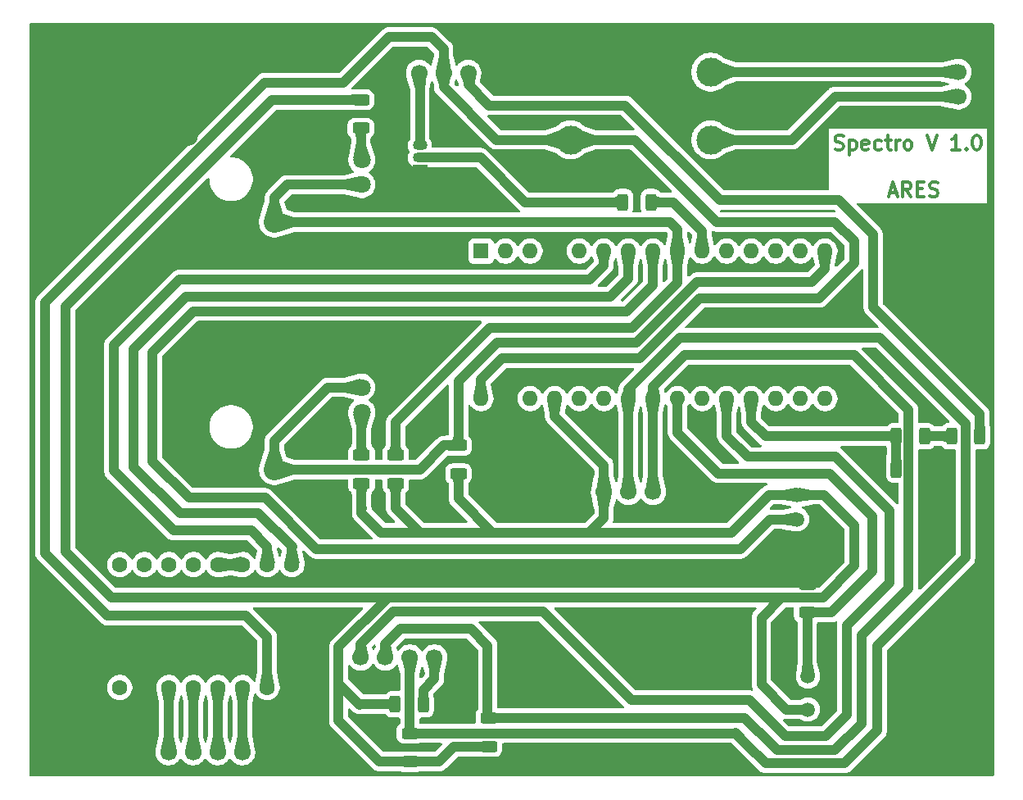
<source format=gbr>
%TF.GenerationSoftware,KiCad,Pcbnew,9.0.1*%
%TF.CreationDate,2025-05-22T16:34:59-04:00*%
%TF.ProjectId,Fotoreceptor,466f746f-7265-4636-9570-746f722e6b69,rev?*%
%TF.SameCoordinates,Original*%
%TF.FileFunction,Copper,L1,Top*%
%TF.FilePolarity,Positive*%
%FSLAX46Y46*%
G04 Gerber Fmt 4.6, Leading zero omitted, Abs format (unit mm)*
G04 Created by KiCad (PCBNEW 9.0.1) date 2025-05-22 16:34:59*
%MOMM*%
%LPD*%
G01*
G04 APERTURE LIST*
G04 Aperture macros list*
%AMRoundRect*
0 Rectangle with rounded corners*
0 $1 Rounding radius*
0 $2 $3 $4 $5 $6 $7 $8 $9 X,Y pos of 4 corners*
0 Add a 4 corners polygon primitive as box body*
4,1,4,$2,$3,$4,$5,$6,$7,$8,$9,$2,$3,0*
0 Add four circle primitives for the rounded corners*
1,1,$1+$1,$2,$3*
1,1,$1+$1,$4,$5*
1,1,$1+$1,$6,$7*
1,1,$1+$1,$8,$9*
0 Add four rect primitives between the rounded corners*
20,1,$1+$1,$2,$3,$4,$5,0*
20,1,$1+$1,$4,$5,$6,$7,0*
20,1,$1+$1,$6,$7,$8,$9,0*
20,1,$1+$1,$8,$9,$2,$3,0*%
G04 Aperture macros list end*
%ADD10C,0.300000*%
%TA.AperFunction,NonConductor*%
%ADD11C,0.300000*%
%TD*%
%TA.AperFunction,SMDPad,CuDef*%
%ADD12RoundRect,0.250000X-0.625000X0.312500X-0.625000X-0.312500X0.625000X-0.312500X0.625000X0.312500X0*%
%TD*%
%TA.AperFunction,SMDPad,CuDef*%
%ADD13RoundRect,0.250000X0.312500X0.625000X-0.312500X0.625000X-0.312500X-0.625000X0.312500X-0.625000X0*%
%TD*%
%TA.AperFunction,SMDPad,CuDef*%
%ADD14RoundRect,0.250000X0.625000X-0.312500X0.625000X0.312500X-0.625000X0.312500X-0.625000X-0.312500X0*%
%TD*%
%TA.AperFunction,SMDPad,CuDef*%
%ADD15RoundRect,0.250000X-0.312500X-0.625000X0.312500X-0.625000X0.312500X0.625000X-0.312500X0.625000X0*%
%TD*%
%TA.AperFunction,ComponentPad*%
%ADD16C,1.500000*%
%TD*%
%TA.AperFunction,ComponentPad*%
%ADD17C,1.700000*%
%TD*%
%TA.AperFunction,ComponentPad*%
%ADD18C,1.600000*%
%TD*%
%TA.AperFunction,ComponentPad*%
%ADD19R,1.500000X1.050000*%
%TD*%
%TA.AperFunction,ComponentPad*%
%ADD20O,1.500000X1.050000*%
%TD*%
%TA.AperFunction,ComponentPad*%
%ADD21C,1.800000*%
%TD*%
%TA.AperFunction,ComponentPad*%
%ADD22R,1.600000X1.600000*%
%TD*%
%TA.AperFunction,ComponentPad*%
%ADD23O,1.600000X1.600000*%
%TD*%
%TA.AperFunction,ComponentPad*%
%ADD24C,2.200000*%
%TD*%
%TA.AperFunction,ComponentPad*%
%ADD25R,1.700000X1.700000*%
%TD*%
%TA.AperFunction,ComponentPad*%
%ADD26C,3.000000*%
%TD*%
%TA.AperFunction,ViaPad*%
%ADD27C,2.000000*%
%TD*%
%TA.AperFunction,Conductor*%
%ADD28C,1.000000*%
%TD*%
G04 APERTURE END LIST*
D10*
D11*
X218932682Y-62187768D02*
X219146968Y-62259196D01*
X219146968Y-62259196D02*
X219504110Y-62259196D01*
X219504110Y-62259196D02*
X219646968Y-62187768D01*
X219646968Y-62187768D02*
X219718396Y-62116339D01*
X219718396Y-62116339D02*
X219789825Y-61973482D01*
X219789825Y-61973482D02*
X219789825Y-61830625D01*
X219789825Y-61830625D02*
X219718396Y-61687768D01*
X219718396Y-61687768D02*
X219646968Y-61616339D01*
X219646968Y-61616339D02*
X219504110Y-61544910D01*
X219504110Y-61544910D02*
X219218396Y-61473482D01*
X219218396Y-61473482D02*
X219075539Y-61402053D01*
X219075539Y-61402053D02*
X219004110Y-61330625D01*
X219004110Y-61330625D02*
X218932682Y-61187768D01*
X218932682Y-61187768D02*
X218932682Y-61044910D01*
X218932682Y-61044910D02*
X219004110Y-60902053D01*
X219004110Y-60902053D02*
X219075539Y-60830625D01*
X219075539Y-60830625D02*
X219218396Y-60759196D01*
X219218396Y-60759196D02*
X219575539Y-60759196D01*
X219575539Y-60759196D02*
X219789825Y-60830625D01*
X220432681Y-61259196D02*
X220432681Y-62759196D01*
X220432681Y-61330625D02*
X220575539Y-61259196D01*
X220575539Y-61259196D02*
X220861253Y-61259196D01*
X220861253Y-61259196D02*
X221004110Y-61330625D01*
X221004110Y-61330625D02*
X221075539Y-61402053D01*
X221075539Y-61402053D02*
X221146967Y-61544910D01*
X221146967Y-61544910D02*
X221146967Y-61973482D01*
X221146967Y-61973482D02*
X221075539Y-62116339D01*
X221075539Y-62116339D02*
X221004110Y-62187768D01*
X221004110Y-62187768D02*
X220861253Y-62259196D01*
X220861253Y-62259196D02*
X220575539Y-62259196D01*
X220575539Y-62259196D02*
X220432681Y-62187768D01*
X222361253Y-62187768D02*
X222218396Y-62259196D01*
X222218396Y-62259196D02*
X221932682Y-62259196D01*
X221932682Y-62259196D02*
X221789824Y-62187768D01*
X221789824Y-62187768D02*
X221718396Y-62044910D01*
X221718396Y-62044910D02*
X221718396Y-61473482D01*
X221718396Y-61473482D02*
X221789824Y-61330625D01*
X221789824Y-61330625D02*
X221932682Y-61259196D01*
X221932682Y-61259196D02*
X222218396Y-61259196D01*
X222218396Y-61259196D02*
X222361253Y-61330625D01*
X222361253Y-61330625D02*
X222432682Y-61473482D01*
X222432682Y-61473482D02*
X222432682Y-61616339D01*
X222432682Y-61616339D02*
X221718396Y-61759196D01*
X223718396Y-62187768D02*
X223575538Y-62259196D01*
X223575538Y-62259196D02*
X223289824Y-62259196D01*
X223289824Y-62259196D02*
X223146967Y-62187768D01*
X223146967Y-62187768D02*
X223075538Y-62116339D01*
X223075538Y-62116339D02*
X223004110Y-61973482D01*
X223004110Y-61973482D02*
X223004110Y-61544910D01*
X223004110Y-61544910D02*
X223075538Y-61402053D01*
X223075538Y-61402053D02*
X223146967Y-61330625D01*
X223146967Y-61330625D02*
X223289824Y-61259196D01*
X223289824Y-61259196D02*
X223575538Y-61259196D01*
X223575538Y-61259196D02*
X223718396Y-61330625D01*
X224146967Y-61259196D02*
X224718395Y-61259196D01*
X224361252Y-60759196D02*
X224361252Y-62044910D01*
X224361252Y-62044910D02*
X224432681Y-62187768D01*
X224432681Y-62187768D02*
X224575538Y-62259196D01*
X224575538Y-62259196D02*
X224718395Y-62259196D01*
X225218395Y-62259196D02*
X225218395Y-61259196D01*
X225218395Y-61544910D02*
X225289824Y-61402053D01*
X225289824Y-61402053D02*
X225361253Y-61330625D01*
X225361253Y-61330625D02*
X225504110Y-61259196D01*
X225504110Y-61259196D02*
X225646967Y-61259196D01*
X226361252Y-62259196D02*
X226218395Y-62187768D01*
X226218395Y-62187768D02*
X226146966Y-62116339D01*
X226146966Y-62116339D02*
X226075538Y-61973482D01*
X226075538Y-61973482D02*
X226075538Y-61544910D01*
X226075538Y-61544910D02*
X226146966Y-61402053D01*
X226146966Y-61402053D02*
X226218395Y-61330625D01*
X226218395Y-61330625D02*
X226361252Y-61259196D01*
X226361252Y-61259196D02*
X226575538Y-61259196D01*
X226575538Y-61259196D02*
X226718395Y-61330625D01*
X226718395Y-61330625D02*
X226789824Y-61402053D01*
X226789824Y-61402053D02*
X226861252Y-61544910D01*
X226861252Y-61544910D02*
X226861252Y-61973482D01*
X226861252Y-61973482D02*
X226789824Y-62116339D01*
X226789824Y-62116339D02*
X226718395Y-62187768D01*
X226718395Y-62187768D02*
X226575538Y-62259196D01*
X226575538Y-62259196D02*
X226361252Y-62259196D01*
X228432681Y-60759196D02*
X228932681Y-62259196D01*
X228932681Y-62259196D02*
X229432681Y-60759196D01*
X231861252Y-62259196D02*
X231004109Y-62259196D01*
X231432680Y-62259196D02*
X231432680Y-60759196D01*
X231432680Y-60759196D02*
X231289823Y-60973482D01*
X231289823Y-60973482D02*
X231146966Y-61116339D01*
X231146966Y-61116339D02*
X231004109Y-61187768D01*
X232504108Y-62116339D02*
X232575537Y-62187768D01*
X232575537Y-62187768D02*
X232504108Y-62259196D01*
X232504108Y-62259196D02*
X232432680Y-62187768D01*
X232432680Y-62187768D02*
X232504108Y-62116339D01*
X232504108Y-62116339D02*
X232504108Y-62259196D01*
X233504109Y-60759196D02*
X233646966Y-60759196D01*
X233646966Y-60759196D02*
X233789823Y-60830625D01*
X233789823Y-60830625D02*
X233861252Y-60902053D01*
X233861252Y-60902053D02*
X233932680Y-61044910D01*
X233932680Y-61044910D02*
X234004109Y-61330625D01*
X234004109Y-61330625D02*
X234004109Y-61687768D01*
X234004109Y-61687768D02*
X233932680Y-61973482D01*
X233932680Y-61973482D02*
X233861252Y-62116339D01*
X233861252Y-62116339D02*
X233789823Y-62187768D01*
X233789823Y-62187768D02*
X233646966Y-62259196D01*
X233646966Y-62259196D02*
X233504109Y-62259196D01*
X233504109Y-62259196D02*
X233361252Y-62187768D01*
X233361252Y-62187768D02*
X233289823Y-62116339D01*
X233289823Y-62116339D02*
X233218394Y-61973482D01*
X233218394Y-61973482D02*
X233146966Y-61687768D01*
X233146966Y-61687768D02*
X233146966Y-61330625D01*
X233146966Y-61330625D02*
X233218394Y-61044910D01*
X233218394Y-61044910D02*
X233289823Y-60902053D01*
X233289823Y-60902053D02*
X233361252Y-60830625D01*
X233361252Y-60830625D02*
X233504109Y-60759196D01*
X224575539Y-66660457D02*
X225289825Y-66660457D01*
X224432682Y-67089028D02*
X224932682Y-65589028D01*
X224932682Y-65589028D02*
X225432682Y-67089028D01*
X226789824Y-67089028D02*
X226289824Y-66374742D01*
X225932681Y-67089028D02*
X225932681Y-65589028D01*
X225932681Y-65589028D02*
X226504110Y-65589028D01*
X226504110Y-65589028D02*
X226646967Y-65660457D01*
X226646967Y-65660457D02*
X226718396Y-65731885D01*
X226718396Y-65731885D02*
X226789824Y-65874742D01*
X226789824Y-65874742D02*
X226789824Y-66089028D01*
X226789824Y-66089028D02*
X226718396Y-66231885D01*
X226718396Y-66231885D02*
X226646967Y-66303314D01*
X226646967Y-66303314D02*
X226504110Y-66374742D01*
X226504110Y-66374742D02*
X225932681Y-66374742D01*
X227432681Y-66303314D02*
X227932681Y-66303314D01*
X228146967Y-67089028D02*
X227432681Y-67089028D01*
X227432681Y-67089028D02*
X227432681Y-65589028D01*
X227432681Y-65589028D02*
X228146967Y-65589028D01*
X228718396Y-67017600D02*
X228932682Y-67089028D01*
X228932682Y-67089028D02*
X229289824Y-67089028D01*
X229289824Y-67089028D02*
X229432682Y-67017600D01*
X229432682Y-67017600D02*
X229504110Y-66946171D01*
X229504110Y-66946171D02*
X229575539Y-66803314D01*
X229575539Y-66803314D02*
X229575539Y-66660457D01*
X229575539Y-66660457D02*
X229504110Y-66517600D01*
X229504110Y-66517600D02*
X229432682Y-66446171D01*
X229432682Y-66446171D02*
X229289824Y-66374742D01*
X229289824Y-66374742D02*
X229004110Y-66303314D01*
X229004110Y-66303314D02*
X228861253Y-66231885D01*
X228861253Y-66231885D02*
X228789824Y-66160457D01*
X228789824Y-66160457D02*
X228718396Y-66017600D01*
X228718396Y-66017600D02*
X228718396Y-65874742D01*
X228718396Y-65874742D02*
X228789824Y-65731885D01*
X228789824Y-65731885D02*
X228861253Y-65660457D01*
X228861253Y-65660457D02*
X229004110Y-65589028D01*
X229004110Y-65589028D02*
X229361253Y-65589028D01*
X229361253Y-65589028D02*
X229575539Y-65660457D01*
D12*
%TO.P,R7,1*%
%TO.N,+5V*%
X169910000Y-57100000D03*
%TO.P,R7,2*%
%TO.N,Net-(D2-A)*%
X169910000Y-60025000D03*
%TD*%
D13*
%TO.P,R4,1*%
%TO.N,D7*%
X199920000Y-67670000D03*
%TO.P,R4,2*%
%TO.N,Net-(Transistor1-B)*%
X196995000Y-67670000D03*
%TD*%
D12*
%TO.P,R9,1*%
%TO.N,GND*%
X216062000Y-107151500D03*
%TO.P,R9,2*%
%TO.N,A3*%
X216062000Y-110076500D03*
%TD*%
%TO.P,R1,1*%
%TO.N,D12*%
X180010000Y-92800000D03*
%TO.P,R1,2*%
%TO.N,+5V*%
X180010000Y-95725000D03*
%TD*%
%TO.P,R5,1*%
%TO.N,D6*%
X173510000Y-93800000D03*
%TO.P,R5,2*%
%TO.N,+5V*%
X173510000Y-96725000D03*
%TD*%
D14*
%TO.P,R6,1*%
%TO.N,+5V*%
X169990000Y-96725000D03*
%TO.P,R6,2*%
%TO.N,Net-(D1-A)*%
X169990000Y-93800000D03*
%TD*%
D12*
%TO.P,R11,1*%
%TO.N,SDA*%
X183143600Y-120983800D03*
%TO.P,R11,2*%
%TO.N,+5V*%
X183143600Y-123908800D03*
%TD*%
D15*
%TO.P,R13,1*%
%TO.N,+5V*%
X173462200Y-119536000D03*
%TO.P,R13,2*%
%TO.N,Net-(J4-Pin_2)*%
X176387200Y-119536000D03*
%TD*%
D13*
%TO.P,R2,1*%
%TO.N,GND*%
X228192500Y-95279000D03*
%TO.P,R2,2*%
%TO.N,A0*%
X225267500Y-95279000D03*
%TD*%
%TO.P,R10,1*%
%TO.N,Net-(R10-Pad1)*%
X228192500Y-91850000D03*
%TO.P,R10,2*%
%TO.N,A0*%
X225267500Y-91850000D03*
%TD*%
%TO.P,R3,1*%
%TO.N,ROJO*%
X233907500Y-91850000D03*
%TO.P,R3,2*%
%TO.N,Net-(R10-Pad1)*%
X230982500Y-91850000D03*
%TD*%
D14*
%TO.P,R12,1*%
%TO.N,+5V*%
X174990200Y-125458200D03*
%TO.P,R12,2*%
%TO.N,SCK*%
X174990200Y-122533200D03*
%TD*%
D16*
%TO.P,R8,1*%
%TO.N,+5V*%
X216120000Y-120070000D03*
%TO.P,R8,2*%
%TO.N,A3*%
X216120000Y-116670000D03*
%TD*%
D17*
%TO.P,Header_2P1,1,Pin_1*%
%TO.N,Net-(DCDC1-+VIN)*%
X231692200Y-56752200D03*
%TO.P,Header_2P1,2,Pin_2*%
%TO.N,Net-(DCDC1--VIN)*%
X231692200Y-54212200D03*
%TD*%
D18*
%TO.P,J1,1,GND*%
%TO.N,GND*%
X162770000Y-117800000D03*
%TO.P,J1,2,VVD*%
%TO.N,+VOUT*%
X160230000Y-117800000D03*
%TO.P,J1,3,1B*%
%TO.N,1B*%
X157690000Y-117800000D03*
%TO.P,J1,4,1A*%
%TO.N,1A*%
X155150000Y-117800000D03*
%TO.P,J1,5,2A*%
%TO.N,2A*%
X152610000Y-117800000D03*
%TO.P,J1,6,2B*%
%TO.N,2B*%
X150070000Y-117800000D03*
%TO.P,J1,7,GND*%
%TO.N,GND*%
X147530000Y-117800000D03*
%TO.P,J1,8,Pin_8*%
%TO.N,unconnected-(J1-Pin_8-Pad8)*%
X144990000Y-117800000D03*
%TD*%
D19*
%TO.P,Transistor1,1,E*%
%TO.N,GND*%
X176010000Y-64340000D03*
D20*
%TO.P,Transistor1,2,B*%
%TO.N,Net-(Transistor1-B)*%
X176010000Y-63070000D03*
%TO.P,Transistor1,3,C*%
%TO.N,NEGRO*%
X176010000Y-61800000D03*
%TD*%
D21*
%TO.P,D1,1,K*%
%TO.N,D12*%
X170010000Y-86800000D03*
%TO.P,D1,2,A*%
%TO.N,Net-(D1-A)*%
X170010000Y-89340000D03*
%TD*%
D22*
%TO.P,A1,1,D1/TX*%
%TO.N,unconnected-(A1-D1{slash}TX-Pad1)*%
X182330000Y-72720000D03*
D23*
%TO.P,A1,2,D0/RX*%
%TO.N,unconnected-(A1-D0{slash}RX-Pad2)*%
X184870000Y-72720000D03*
%TO.P,A1,3,~{RESET}*%
%TO.N,unconnected-(A1-~{RESET}-Pad3)*%
X187410000Y-72720000D03*
%TO.P,A1,4,GND*%
%TO.N,GND*%
X189950000Y-72720000D03*
%TO.P,A1,5,D2*%
%TO.N,unconnected-(A1-D2-Pad5)*%
X192490000Y-72720000D03*
%TO.P,A1,6,D3*%
%TO.N,STEP*%
X195030000Y-72720000D03*
%TO.P,A1,7,D4*%
%TO.N,DIR*%
X197570000Y-72720000D03*
%TO.P,A1,8,D5*%
%TO.N,D5*%
X200110000Y-72720000D03*
%TO.P,A1,9,D6*%
%TO.N,D6*%
X202650000Y-72720000D03*
%TO.P,A1,10,D7*%
%TO.N,D7*%
X205190000Y-72720000D03*
%TO.P,A1,11,D8*%
%TO.N,unconnected-(A1-D8-Pad11)*%
X207730000Y-72720000D03*
%TO.P,A1,12,D9*%
%TO.N,unconnected-(A1-D9-Pad12)*%
X210270000Y-72720000D03*
%TO.P,A1,13,D10*%
%TO.N,unconnected-(A1-D10-Pad13)*%
X212810000Y-72720000D03*
%TO.P,A1,14,D11*%
%TO.N,unconnected-(A1-D11-Pad14)*%
X215350000Y-72720000D03*
%TO.P,A1,15,D12*%
%TO.N,D12*%
X217890000Y-72720000D03*
%TO.P,A1,16,D13*%
%TO.N,unconnected-(A1-D13-Pad16)*%
X217890000Y-87960000D03*
%TO.P,A1,17,3V3*%
%TO.N,unconnected-(A1-3V3-Pad17)*%
X215350000Y-87960000D03*
%TO.P,A1,18,AREF*%
%TO.N,unconnected-(A1-AREF-Pad18)*%
X212810000Y-87960000D03*
%TO.P,A1,19,A0*%
%TO.N,A0*%
X210270000Y-87960000D03*
%TO.P,A1,20,A1*%
%TO.N,A1*%
X207730000Y-87960000D03*
%TO.P,A1,21,A2*%
%TO.N,unconnected-(A1-A2-Pad21)*%
X205190000Y-87960000D03*
%TO.P,A1,22,A3*%
%TO.N,A3*%
X202650000Y-87960000D03*
%TO.P,A1,23,A4*%
%TO.N,SDA*%
X200110000Y-87960000D03*
%TO.P,A1,24,A5*%
%TO.N,SCK*%
X197570000Y-87960000D03*
%TO.P,A1,25,A6*%
%TO.N,unconnected-(A1-A6-Pad25)*%
X195030000Y-87960000D03*
%TO.P,A1,26,A7*%
%TO.N,unconnected-(A1-A7-Pad26)*%
X192490000Y-87960000D03*
%TO.P,A1,27,+5V*%
%TO.N,+5V*%
X189950000Y-87960000D03*
%TO.P,A1,28,~{RESET}*%
%TO.N,unconnected-(A1-~{RESET}-Pad28)*%
X187410000Y-87960000D03*
%TO.P,A1,29,GND*%
%TO.N,GND*%
X184870000Y-87960000D03*
%TO.P,A1,30,VIN*%
%TO.N,+VOUT*%
X182330000Y-87960000D03*
%TD*%
D16*
%TO.P,U1,1,VDD*%
%TO.N,+5V*%
X215010000Y-97900000D03*
%TO.P,U1,2,SDA*%
%TO.N,D5*%
X215010000Y-100440000D03*
%TO.P,U1,3,GND*%
%TO.N,GND*%
X215010000Y-102980000D03*
%TO.P,U1,4,GND*%
X215010000Y-105520000D03*
%TD*%
D24*
%TO.P,Bot\u00F3n_2,3,C*%
%TO.N,D6*%
X160970000Y-69720000D03*
%TO.P,Bot\u00F3n_2,4,D*%
%TO.N,GND*%
X151970000Y-60720000D03*
%TD*%
D25*
%TO.P,Puerto_de_cables_de_colores1,1,Pin_1*%
%TO.N,GND*%
X183550000Y-54300000D03*
D17*
%TO.P,Puerto_de_cables_de_colores1,2,Pin_2*%
%TO.N,ROJO*%
X181010000Y-54300000D03*
%TO.P,Puerto_de_cables_de_colores1,3,Pin_3*%
%TO.N,+VOUT*%
X178470000Y-54300000D03*
%TO.P,Puerto_de_cables_de_colores1,4,Pin_4*%
%TO.N,NEGRO*%
X175930000Y-54300000D03*
%TD*%
%TO.P,J3,1,Pin_1*%
%TO.N,1B*%
X157650000Y-124500000D03*
%TO.P,J3,2,Pin_2*%
%TO.N,1A*%
X155110000Y-124500000D03*
%TO.P,J3,3,Pin_3*%
%TO.N,2A*%
X152570000Y-124500000D03*
%TO.P,J3,4,Pin_4*%
%TO.N,2B*%
X150030000Y-124500000D03*
%TD*%
D25*
%TO.P,PANTALLA1,1,Pin_1*%
%TO.N,GND*%
X192500000Y-97610000D03*
D17*
%TO.P,PANTALLA1,2,Pin_2*%
%TO.N,+5V*%
X195040000Y-97610000D03*
%TO.P,PANTALLA1,3,Pin_3*%
%TO.N,SCK*%
X197580000Y-97610000D03*
%TO.P,PANTALLA1,4,Pin_4*%
%TO.N,SDA*%
X200120000Y-97610000D03*
%TD*%
D24*
%TO.P,Bot\u00F3n_1,1,C*%
%TO.N,D12*%
X160970000Y-95300000D03*
%TO.P,Bot\u00F3n_1,2,D*%
%TO.N,GND*%
X151970000Y-86300000D03*
%TD*%
D25*
%TO.P,J4,1,Pin_1*%
%TO.N,GND*%
X180065667Y-114696573D03*
D17*
%TO.P,J4,2,Pin_2*%
%TO.N,Net-(J4-Pin_2)*%
X177525667Y-114696573D03*
%TO.P,J4,3,Pin_3*%
%TO.N,SCK*%
X174985667Y-114696573D03*
%TO.P,J4,4,Pin_4*%
%TO.N,SDA*%
X172445667Y-114696573D03*
%TO.P,J4,5,Pin_5*%
%TO.N,A1*%
X169905667Y-114696573D03*
%TD*%
D26*
%TO.P,DCDC1,1,+VIN*%
%TO.N,Net-(DCDC1-+VIN)*%
X206090000Y-61230000D03*
%TO.P,DCDC1,2,-VIN*%
%TO.N,Net-(DCDC1--VIN)*%
X206090000Y-54230000D03*
%TO.P,DCDC1,3,+VOUT*%
%TO.N,+VOUT*%
X191590000Y-61230000D03*
%TO.P,DCDC1,4,-VOUT*%
%TO.N,GND*%
X191590000Y-54230000D03*
%TD*%
D21*
%TO.P,D2,1,K*%
%TO.N,D6*%
X170010000Y-65840000D03*
%TO.P,D2,2,A*%
%TO.N,Net-(D2-A)*%
X170010000Y-63300000D03*
%TD*%
D18*
%TO.P,J2,9,ENABLE*%
%TO.N,unconnected-(J2-ENABLE-Pad9)*%
X145010000Y-105100000D03*
%TO.P,J2,10,MS1*%
%TO.N,unconnected-(J2-MS1-Pad10)*%
X147550000Y-105100000D03*
%TO.P,J2,11,MS2*%
%TO.N,unconnected-(J2-MS2-Pad11)*%
X150090000Y-105100000D03*
%TO.P,J2,12,MS3*%
%TO.N,unconnected-(J2-MS3-Pad12)*%
X152630000Y-105100000D03*
%TO.P,J2,13,RESET*%
%TO.N,RETRO*%
X155170000Y-105100000D03*
%TO.P,J2,14,SLEEP*%
X157710000Y-105100000D03*
%TO.P,J2,15,STEP*%
%TO.N,STEP*%
X160250000Y-105100000D03*
%TO.P,J2,16,DIR*%
%TO.N,DIR*%
X162790000Y-105100000D03*
%TD*%
D27*
%TO.N,GND*%
X177530000Y-99280000D03*
X167344800Y-110646000D03*
X229574800Y-103026000D03*
X141792400Y-86312800D03*
X177450000Y-106070000D03*
%TD*%
D28*
%TO.N,SCK*%
X211744000Y-125632000D02*
X209864400Y-123752400D01*
X223301000Y-122266500D02*
X219935500Y-125632000D01*
X219935500Y-125632000D02*
X211744000Y-125632000D01*
X197570000Y-97600000D02*
X197580000Y-97610000D01*
X209864400Y-123752400D02*
X208630500Y-122518500D01*
X197540000Y-97570000D02*
X197580000Y-97610000D01*
X232445000Y-104372200D02*
X223301000Y-113516200D01*
X208645200Y-122533200D02*
X209864400Y-123752400D01*
X174985667Y-114696573D02*
X174985667Y-122528667D01*
X174990200Y-122533200D02*
X208645200Y-122533200D01*
X223555000Y-81690000D02*
X232445000Y-90580000D01*
X197570000Y-87960000D02*
X197570000Y-86974000D01*
X202854000Y-81690000D02*
X223555000Y-81690000D01*
X223301000Y-113516200D02*
X223301000Y-122266500D01*
X197570000Y-87960000D02*
X197570000Y-97600000D01*
X197570000Y-86974000D02*
X202854000Y-81690000D01*
X175041000Y-114751906D02*
X174985667Y-114696573D01*
X174985667Y-122528667D02*
X174990200Y-122533200D01*
X232445000Y-90580000D02*
X232445000Y-104372200D01*
%TO.N,+VOUT*%
X168110000Y-55300000D02*
X172810000Y-50600000D01*
X220920000Y-73940000D02*
X220920000Y-71720000D01*
X178470000Y-55760000D02*
X183940000Y-61230000D01*
X178470000Y-54300000D02*
X178470000Y-55760000D01*
X204932000Y-77580000D02*
X217280000Y-77580000D01*
X183940000Y-61230000D02*
X191590000Y-61230000D01*
X160230000Y-112580000D02*
X158020000Y-110370000D01*
X220920000Y-71720000D02*
X218920000Y-69720000D01*
X143680000Y-110370000D02*
X137270000Y-103960000D01*
X182330000Y-85980000D02*
X184540000Y-83770000D01*
X159990000Y-55300000D02*
X168110000Y-55300000D01*
X177210000Y-50600000D02*
X178470000Y-51860000D01*
X198220000Y-61230000D02*
X191590000Y-61230000D01*
X178470000Y-51860000D02*
X178470000Y-54300000D01*
X172810000Y-50600000D02*
X177210000Y-50600000D01*
X206710000Y-69720000D02*
X198220000Y-61230000D01*
X182330000Y-87960000D02*
X182330000Y-85980000D01*
X217280000Y-77580000D02*
X220920000Y-73940000D01*
X137270000Y-78020000D02*
X159990000Y-55300000D01*
X198742000Y-83770000D02*
X204932000Y-77580000D01*
X158020000Y-110370000D02*
X143680000Y-110370000D01*
X184540000Y-83770000D02*
X198742000Y-83770000D01*
X160230000Y-117800000D02*
X160230000Y-112580000D01*
X137270000Y-103960000D02*
X137270000Y-78020000D01*
X218920000Y-69720000D02*
X206710000Y-69720000D01*
%TO.N,A3*%
X216062000Y-110076500D02*
X216062000Y-116612000D01*
X222820000Y-105790000D02*
X222820000Y-100140000D01*
X222820000Y-100140000D02*
X218370000Y-95690000D01*
X216316000Y-116474000D02*
X216120000Y-116670000D01*
X216062000Y-116612000D02*
X216120000Y-116670000D01*
X216062000Y-110076500D02*
X218533500Y-110076500D01*
X218370000Y-95690000D02*
X206880000Y-95690000D01*
X218533500Y-110076500D02*
X222820000Y-105790000D01*
X202650000Y-91460000D02*
X202650000Y-87960000D01*
X216316000Y-110076500D02*
X216377500Y-110138000D01*
X206880000Y-95690000D02*
X202650000Y-91460000D01*
%TO.N,A1*%
X219010000Y-93950000D02*
X218980000Y-93980000D01*
X224580000Y-106970000D02*
X224580000Y-99520000D01*
X220126000Y-120653600D02*
X220126000Y-111424000D01*
X207720000Y-87970000D02*
X207730000Y-87960000D01*
X188731600Y-109934800D02*
X197901000Y-119104200D01*
X169905667Y-114696573D02*
X169905667Y-113317533D01*
X224580000Y-99520000D02*
X219010000Y-93950000D01*
X173288400Y-109934800D02*
X188731600Y-109934800D01*
X210042200Y-119104200D02*
X213776000Y-122838000D01*
X218980000Y-93980000D02*
X209890000Y-93980000D01*
X213776000Y-122838000D02*
X217941600Y-122838000D01*
X197901000Y-119104200D02*
X210042200Y-119104200D01*
X220126000Y-111424000D02*
X224580000Y-106970000D01*
X217941600Y-122838000D02*
X220126000Y-120653600D01*
X207730000Y-91820000D02*
X207730000Y-87960000D01*
X209890000Y-93980000D02*
X207730000Y-91820000D01*
X169905667Y-113317533D02*
X173288400Y-109934800D01*
%TO.N,D12*%
X178510000Y-92800000D02*
X176010000Y-95300000D01*
X184040000Y-82170000D02*
X180010000Y-86200000D01*
X160970000Y-95300000D02*
X160970000Y-92320000D01*
X160970000Y-95300000D02*
X176010000Y-95300000D01*
X217900000Y-74580000D02*
X216540000Y-75940000D01*
X204667000Y-75940000D02*
X198437000Y-82170000D01*
X180010000Y-92800000D02*
X178510000Y-92800000D01*
X180010000Y-86200000D02*
X180010000Y-92800000D01*
X198437000Y-82170000D02*
X184040000Y-82170000D01*
X160970000Y-92320000D02*
X166490000Y-86800000D01*
X217890000Y-74570000D02*
X217900000Y-74580000D01*
X166490000Y-86800000D02*
X170010000Y-86800000D01*
X217890000Y-72720000D02*
X217890000Y-74570000D01*
X216540000Y-75940000D02*
X204667000Y-75940000D01*
%TO.N,A0*%
X225267500Y-91850000D02*
X211744000Y-91850000D01*
X211744000Y-91850000D02*
X210270000Y-90376000D01*
X210270000Y-90376000D02*
X210270000Y-87960000D01*
X225267500Y-91850000D02*
X225267500Y-95279000D01*
%TO.N,D5*%
X200110000Y-76230000D02*
X197420000Y-78920000D01*
X200110000Y-72720000D02*
X200110000Y-76230000D01*
X165310000Y-103500000D02*
X209110000Y-103500000D01*
X212170000Y-100440000D02*
X215010000Y-100440000D01*
X209110000Y-103500000D02*
X212170000Y-100440000D01*
X148370000Y-94420000D02*
X152150000Y-98200000D01*
X148370000Y-83170000D02*
X148370000Y-94420000D01*
X160010000Y-98200000D02*
X165310000Y-103500000D01*
X152620000Y-78920000D02*
X148370000Y-83170000D01*
X152150000Y-98200000D02*
X160010000Y-98200000D01*
X197420000Y-78920000D02*
X152620000Y-78920000D01*
%TO.N,D6*%
X202650000Y-75990000D02*
X202650000Y-72720000D01*
X202650000Y-70480000D02*
X201890000Y-69720000D01*
X173510000Y-90400000D02*
X183240000Y-80670000D01*
X197970000Y-80670000D02*
X202650000Y-75990000D01*
X169980000Y-65870000D02*
X170010000Y-65840000D01*
X183240000Y-80670000D02*
X197970000Y-80670000D01*
X160970000Y-69720000D02*
X160970000Y-67220000D01*
X160970000Y-67220000D02*
X162320000Y-65870000D01*
X162320000Y-65870000D02*
X169980000Y-65870000D01*
X201890000Y-69720000D02*
X160970000Y-69720000D01*
X202650000Y-72720000D02*
X202650000Y-70480000D01*
X173510000Y-93800000D02*
X173510000Y-90400000D01*
%TO.N,D7*%
X202210000Y-67670000D02*
X199920000Y-67670000D01*
X205190000Y-72720000D02*
X205190000Y-70650000D01*
X205190000Y-70650000D02*
X202210000Y-67670000D01*
%TO.N,DIR*%
X146420000Y-95020000D02*
X151200000Y-99800000D01*
X159310000Y-99800000D02*
X162810000Y-103300000D01*
X162790000Y-103320000D02*
X162790000Y-105100000D01*
X146420000Y-82820000D02*
X146420000Y-95020000D01*
X197570000Y-72720000D02*
X197570000Y-75540000D01*
X162810000Y-103300000D02*
X162790000Y-103320000D01*
X195690000Y-77420000D02*
X151820000Y-77420000D01*
X151820000Y-77420000D02*
X146420000Y-82820000D01*
X197570000Y-75540000D02*
X195690000Y-77420000D01*
X151200000Y-99800000D02*
X159310000Y-99800000D01*
%TO.N,+5V*%
X171844600Y-125458200D02*
X174990200Y-125458200D01*
X167611800Y-117377000D02*
X167611800Y-121225400D01*
X195040000Y-94880000D02*
X195040000Y-97610000D01*
X212110000Y-97900000D02*
X208210000Y-101800000D01*
X139420000Y-78420000D02*
X139420000Y-103810000D01*
X175720000Y-108500000D02*
X213420000Y-108500000D01*
X216120000Y-120070000D02*
X213920000Y-120070000D01*
X208210000Y-101800000D02*
X193510000Y-101800000D01*
X144110000Y-108500000D02*
X172729600Y-108500000D01*
X177983400Y-125458200D02*
X179532800Y-123908800D01*
X167611800Y-113617800D02*
X167611800Y-117377000D01*
X176010000Y-101800000D02*
X173510000Y-99300000D01*
X180010000Y-95725000D02*
X180010000Y-98300000D01*
X169990000Y-96725000D02*
X169990000Y-99280000D01*
X174990200Y-125458200D02*
X177983400Y-125458200D01*
X169821600Y-119536000D02*
X173462200Y-119536000D01*
X172729600Y-108500000D02*
X175720000Y-108500000D01*
X160740000Y-57100000D02*
X139420000Y-78420000D01*
X215010000Y-97900000D02*
X212110000Y-97900000D01*
X169796200Y-119561400D02*
X167611800Y-117377000D01*
X169990000Y-99280000D02*
X170010000Y-99300000D01*
X217665000Y-108500000D02*
X220945000Y-105220000D01*
X220945000Y-101045000D02*
X217800000Y-97900000D01*
X139420000Y-103810000D02*
X144110000Y-108500000D01*
X211320000Y-110600000D02*
X213420000Y-108500000D01*
X179532800Y-123908800D02*
X183143600Y-123908800D01*
X167611800Y-121225400D02*
X171844600Y-125458200D01*
X173510000Y-96725000D02*
X173510000Y-99300000D01*
X217800000Y-97900000D02*
X215010000Y-97900000D01*
X195040000Y-100270000D02*
X193510000Y-101800000D01*
X189950000Y-87960000D02*
X189950000Y-89790000D01*
X189950000Y-89790000D02*
X195040000Y-94880000D01*
X195040000Y-97610000D02*
X195040000Y-100270000D01*
X220945000Y-105220000D02*
X220945000Y-101045000D01*
X183510000Y-101800000D02*
X176010000Y-101800000D01*
X211320000Y-117470000D02*
X211320000Y-110600000D01*
X180010000Y-98300000D02*
X183510000Y-101800000D01*
X172729600Y-108500000D02*
X167611800Y-113617800D01*
X188110000Y-101800000D02*
X183510000Y-101800000D01*
X169990000Y-99780000D02*
X172010000Y-101800000D01*
X169990000Y-99280000D02*
X169990000Y-99780000D01*
X169910000Y-57100000D02*
X160740000Y-57100000D01*
X172010000Y-101800000D02*
X176010000Y-101800000D01*
X213920000Y-120070000D02*
X211320000Y-117470000D01*
X213420000Y-108500000D02*
X217665000Y-108500000D01*
X169796200Y-119561400D02*
X169821600Y-119536000D01*
X193510000Y-101800000D02*
X188110000Y-101800000D01*
%TO.N,SDA*%
X200110000Y-87960000D02*
X200110000Y-97600000D01*
X172445667Y-114696573D02*
X172445667Y-113317533D01*
X183016600Y-113465400D02*
X183016600Y-120969100D01*
X220880000Y-83460000D02*
X203370000Y-83460000D01*
X200110000Y-86720000D02*
X200110000Y-87960000D01*
X184642200Y-120958400D02*
X184631500Y-120969100D01*
X200110000Y-97600000D02*
X200120000Y-97610000D01*
X212937800Y-124285800D02*
X218906800Y-124285800D01*
X200080000Y-97570000D02*
X200120000Y-97610000D01*
X172445667Y-113317533D02*
X174025000Y-111738200D01*
X218906800Y-124285800D02*
X221650000Y-121542600D01*
X211083600Y-122431600D02*
X211032800Y-122431600D01*
X221650000Y-112424000D02*
X226531000Y-107543000D01*
X226531000Y-89111000D02*
X220880000Y-83460000D01*
X174025000Y-111738200D02*
X181289400Y-111738200D01*
X181289400Y-111738200D02*
X183016600Y-113465400D01*
X184631500Y-120969100D02*
X183016600Y-120969100D01*
X203370000Y-83460000D02*
X200110000Y-86720000D01*
X211083600Y-122431600D02*
X212937800Y-124285800D01*
X211032800Y-122431600D02*
X209559600Y-120958400D01*
X209559600Y-120958400D02*
X184642200Y-120958400D01*
X221650000Y-121542600D02*
X221650000Y-112424000D01*
X226531000Y-107543000D02*
X226531000Y-89111000D01*
%TO.N,STEP*%
X144370000Y-95420000D02*
X144370000Y-82420000D01*
X160250000Y-103240000D02*
X158610000Y-101600000D01*
X150550000Y-101600000D02*
X144370000Y-95420000D01*
X195030000Y-74180000D02*
X195030000Y-72720000D01*
X193540000Y-75670000D02*
X195030000Y-74180000D01*
X144370000Y-82420000D02*
X151120000Y-75670000D01*
X160250000Y-105100000D02*
X160250000Y-103240000D01*
X151120000Y-75670000D02*
X193540000Y-75670000D01*
X158610000Y-101600000D02*
X150550000Y-101600000D01*
%TO.N,Net-(D1-A)*%
X169990000Y-93800000D02*
X169990000Y-89360000D01*
X169990000Y-89360000D02*
X170010000Y-89340000D01*
%TO.N,Net-(D2-A)*%
X169910000Y-60025000D02*
X169910000Y-63200000D01*
X169910000Y-63200000D02*
X170010000Y-63300000D01*
%TO.N,Net-(DCDC1-+VIN)*%
X223441000Y-56740000D02*
X223453200Y-56752200D01*
X218970000Y-56740000D02*
X214480000Y-61230000D01*
X223441000Y-56740000D02*
X218970000Y-56740000D01*
X214480000Y-61230000D02*
X206090000Y-61230000D01*
X223453200Y-56752200D02*
X231082600Y-56752200D01*
%TO.N,Net-(DCDC1--VIN)*%
X223453200Y-54212200D02*
X231082600Y-54212200D01*
X206120000Y-54200000D02*
X206090000Y-54230000D01*
X223441000Y-54200000D02*
X206120000Y-54200000D01*
X223441000Y-54200000D02*
X223453200Y-54212200D01*
%TO.N,NEGRO*%
X176010000Y-61800000D02*
X176010000Y-54380000D01*
X176010000Y-54380000D02*
X175930000Y-54300000D01*
%TO.N,ROJO*%
X219317200Y-67470000D02*
X207045000Y-67470000D01*
X222869200Y-78540400D02*
X222869200Y-71022000D01*
X183177919Y-57670000D02*
X181010000Y-55502081D01*
X222869200Y-71022000D02*
X219317200Y-67470000D01*
X207045000Y-67470000D02*
X197245000Y-57670000D01*
X197245000Y-57670000D02*
X183177919Y-57670000D01*
X233907500Y-91850000D02*
X233907500Y-89578700D01*
X181010000Y-55502081D02*
X181010000Y-54300000D01*
X233907500Y-89578700D02*
X222869200Y-78540400D01*
%TO.N,Net-(Transistor1-B)*%
X196995000Y-67670000D02*
X186880000Y-67670000D01*
X182280000Y-63070000D02*
X176010000Y-63070000D01*
X186880000Y-67670000D02*
X182280000Y-63070000D01*
%TO.N,1B*%
X157690000Y-124460000D02*
X157650000Y-124500000D01*
X157690000Y-117800000D02*
X157690000Y-124460000D01*
%TO.N,2B*%
X150070000Y-117800000D02*
X150070000Y-124460000D01*
X150070000Y-124460000D02*
X150030000Y-124500000D01*
%TO.N,1A*%
X155150000Y-117800000D02*
X155150000Y-124460000D01*
X155150000Y-124460000D02*
X155110000Y-124500000D01*
%TO.N,2A*%
X152610000Y-117800000D02*
X152610000Y-124460000D01*
X152610000Y-124460000D02*
X152570000Y-124500000D01*
%TO.N,RETRO*%
X157710000Y-105100000D02*
X155170000Y-105100000D01*
%TO.N,Net-(R10-Pad1)*%
X228192500Y-91850000D02*
X230982500Y-91850000D01*
%TO.N,Net-(J4-Pin_2)*%
X177525667Y-116898933D02*
X177525667Y-114696573D01*
X176387200Y-118037400D02*
X177525667Y-116898933D01*
X176387200Y-119536000D02*
X176387200Y-118037400D01*
%TD*%
%TA.AperFunction,Conductor*%
%TO.N,GND*%
G36*
X180890657Y-112758385D02*
G01*
X180911299Y-112775019D01*
X181979781Y-113843501D01*
X182013266Y-113904824D01*
X182016100Y-113931182D01*
X182016100Y-120061070D01*
X181996415Y-120128109D01*
X181979781Y-120148751D01*
X181925889Y-120202642D01*
X181833787Y-120351963D01*
X181833786Y-120351966D01*
X181778601Y-120518503D01*
X181778601Y-120518504D01*
X181778600Y-120518504D01*
X181768100Y-120621283D01*
X181768100Y-121346301D01*
X181768101Y-121346319D01*
X181773187Y-121396099D01*
X181760417Y-121464792D01*
X181712536Y-121515676D01*
X181649829Y-121532700D01*
X176110167Y-121532700D01*
X176043128Y-121513015D01*
X175997373Y-121460211D01*
X175986167Y-121408700D01*
X175986167Y-121035499D01*
X176005852Y-120968460D01*
X176058656Y-120922705D01*
X176110162Y-120911499D01*
X176749708Y-120911499D01*
X176749716Y-120911498D01*
X176749719Y-120911498D01*
X176806002Y-120905748D01*
X176852497Y-120900999D01*
X177019034Y-120845814D01*
X177168356Y-120753712D01*
X177292412Y-120629656D01*
X177384514Y-120480334D01*
X177439699Y-120313797D01*
X177450200Y-120211009D01*
X177450199Y-118860992D01*
X177439699Y-118758203D01*
X177438959Y-118755970D01*
X177393994Y-118620273D01*
X177393543Y-118617480D01*
X177392723Y-118616204D01*
X177387700Y-118581269D01*
X177387700Y-118503182D01*
X177407385Y-118436143D01*
X177424019Y-118415501D01*
X177852737Y-117986784D01*
X178302806Y-117536715D01*
X178343682Y-117475540D01*
X178412299Y-117372847D01*
X178487718Y-117190768D01*
X178495823Y-117150025D01*
X178526167Y-116997474D01*
X178526167Y-116800393D01*
X178526167Y-116471356D01*
X178529059Y-116444733D01*
X178530616Y-116437650D01*
X178850484Y-114982577D01*
X178851186Y-114979337D01*
X178851232Y-114979121D01*
X178860255Y-114919461D01*
X178860254Y-114919449D01*
X178860562Y-114913181D01*
X178860677Y-114913186D01*
X178861657Y-114894467D01*
X178876167Y-114802860D01*
X178876167Y-114590286D01*
X178842913Y-114380330D01*
X178777224Y-114178161D01*
X178680718Y-113988757D01*
X178680716Y-113988754D01*
X178680715Y-113988752D01*
X178555776Y-113816786D01*
X178405453Y-113666463D01*
X178233487Y-113541524D01*
X178044081Y-113445017D01*
X178044080Y-113445016D01*
X178044079Y-113445016D01*
X177841910Y-113379327D01*
X177841908Y-113379326D01*
X177841907Y-113379326D01*
X177680624Y-113353781D01*
X177631954Y-113346073D01*
X177419380Y-113346073D01*
X177370709Y-113353781D01*
X177209427Y-113379326D01*
X177007252Y-113445017D01*
X176817846Y-113541524D01*
X176645880Y-113666463D01*
X176495557Y-113816786D01*
X176370616Y-113988755D01*
X176366151Y-113997519D01*
X176318176Y-114048315D01*
X176250355Y-114065109D01*
X176184220Y-114042571D01*
X176145183Y-113997519D01*
X176140717Y-113988755D01*
X176015776Y-113816786D01*
X175865453Y-113666463D01*
X175693487Y-113541524D01*
X175504081Y-113445017D01*
X175504080Y-113445016D01*
X175504079Y-113445016D01*
X175301910Y-113379327D01*
X175301908Y-113379326D01*
X175301907Y-113379326D01*
X175140624Y-113353781D01*
X175091954Y-113346073D01*
X174879380Y-113346073D01*
X174830709Y-113353781D01*
X174669427Y-113379326D01*
X174467252Y-113445017D01*
X174277846Y-113541524D01*
X174105880Y-113666463D01*
X173955561Y-113816782D01*
X173955557Y-113816787D01*
X173864926Y-113941531D01*
X173851431Y-113951936D01*
X173841593Y-113965854D01*
X173824334Y-113972831D01*
X173809596Y-113984197D01*
X173792617Y-113985655D01*
X173776818Y-113992043D01*
X173758528Y-113988583D01*
X173739983Y-113990176D01*
X173724912Y-113982223D01*
X173708166Y-113979056D01*
X173694649Y-113966255D01*
X173678188Y-113957570D01*
X173669529Y-113942467D01*
X173657434Y-113931013D01*
X173644206Y-113898298D01*
X173588927Y-113673792D01*
X173592013Y-113603994D01*
X173621648Y-113556470D01*
X174403101Y-112775019D01*
X174464424Y-112741534D01*
X174490782Y-112738700D01*
X180823618Y-112738700D01*
X180890657Y-112758385D01*
G37*
%TD.AperFunction*%
%TA.AperFunction,Conductor*%
G36*
X229792271Y-92851495D02*
G01*
X229798665Y-92851317D01*
X229807219Y-92852303D01*
X229812085Y-92853564D01*
X229977218Y-92871911D01*
X229977558Y-92871951D01*
X230009389Y-92885424D01*
X230041499Y-92898859D01*
X230041652Y-92899081D01*
X230041901Y-92899187D01*
X230068887Y-92930035D01*
X230077288Y-92943656D01*
X230201344Y-93067712D01*
X230350666Y-93159814D01*
X230517203Y-93214999D01*
X230619991Y-93225500D01*
X231320500Y-93225499D01*
X231387539Y-93245183D01*
X231433294Y-93297987D01*
X231444500Y-93349499D01*
X231444500Y-103906417D01*
X231424815Y-103973456D01*
X231408181Y-103994098D01*
X227743181Y-107659098D01*
X227681858Y-107692583D01*
X227612166Y-107687599D01*
X227556233Y-107645727D01*
X227531816Y-107580263D01*
X227531500Y-107571417D01*
X227531500Y-93321869D01*
X227551185Y-93254830D01*
X227603989Y-93209075D01*
X227673147Y-93199131D01*
X227694495Y-93204160D01*
X227727203Y-93214999D01*
X227829991Y-93225500D01*
X228555008Y-93225499D01*
X228555016Y-93225498D01*
X228555019Y-93225498D01*
X228611302Y-93219748D01*
X228657797Y-93214999D01*
X228824334Y-93159814D01*
X228973656Y-93067712D01*
X229097712Y-92943656D01*
X229118839Y-92909402D01*
X229170787Y-92862679D01*
X229224378Y-92850500D01*
X229784457Y-92850500D01*
X229792271Y-92851495D01*
G37*
%TD.AperFunction*%
%TA.AperFunction,Conductor*%
G36*
X176811257Y-51620185D02*
G01*
X176831899Y-51636819D01*
X177433181Y-52238101D01*
X177466666Y-52299424D01*
X177469500Y-52325782D01*
X177469500Y-52525214D01*
X177466608Y-52551837D01*
X177261643Y-53484212D01*
X177228024Y-53545462D01*
X177166628Y-53578813D01*
X177096947Y-53573676D01*
X177041105Y-53531682D01*
X177040245Y-53530513D01*
X176960104Y-53420208D01*
X176809792Y-53269896D01*
X176809786Y-53269890D01*
X176637820Y-53144951D01*
X176448414Y-53048444D01*
X176448413Y-53048443D01*
X176448412Y-53048443D01*
X176246243Y-52982754D01*
X176246241Y-52982753D01*
X176246240Y-52982753D01*
X176084957Y-52957208D01*
X176036287Y-52949500D01*
X175823713Y-52949500D01*
X175775042Y-52957208D01*
X175613760Y-52982753D01*
X175411585Y-53048444D01*
X175222179Y-53144951D01*
X175050213Y-53269890D01*
X174899890Y-53420213D01*
X174774951Y-53592179D01*
X174678444Y-53781585D01*
X174612753Y-53983760D01*
X174579500Y-54193713D01*
X174579500Y-54406286D01*
X174612753Y-54616242D01*
X174615781Y-54625560D01*
X174617484Y-54631268D01*
X174806131Y-55323454D01*
X175002609Y-56044379D01*
X175005136Y-56053649D01*
X175009500Y-56086254D01*
X175009500Y-61077151D01*
X174989815Y-61144190D01*
X174988602Y-61146042D01*
X174876217Y-61314237D01*
X174876212Y-61314247D01*
X174798909Y-61500872D01*
X174798907Y-61500880D01*
X174759500Y-61698992D01*
X174759500Y-61901007D01*
X174798907Y-62099119D01*
X174798909Y-62099127D01*
X174876213Y-62285755D01*
X174929904Y-62366109D01*
X174950782Y-62432787D01*
X174932297Y-62500167D01*
X174929904Y-62503891D01*
X174876213Y-62584244D01*
X174798909Y-62770872D01*
X174798907Y-62770880D01*
X174759500Y-62968992D01*
X174759500Y-63171007D01*
X174798907Y-63369119D01*
X174798909Y-63369127D01*
X174876212Y-63555752D01*
X174876217Y-63555762D01*
X174988441Y-63723718D01*
X175131281Y-63866558D01*
X175299237Y-63978782D01*
X175299241Y-63978784D01*
X175299244Y-63978786D01*
X175485873Y-64056091D01*
X175683992Y-64095499D01*
X175683996Y-64095500D01*
X175683997Y-64095500D01*
X176336004Y-64095500D01*
X176336004Y-64095499D01*
X176449707Y-64072882D01*
X176473898Y-64070500D01*
X181814218Y-64070500D01*
X181881257Y-64090185D01*
X181901898Y-64106818D01*
X186102860Y-68307781D01*
X186102861Y-68307782D01*
X186181547Y-68386468D01*
X186242219Y-68447140D01*
X186242222Y-68447142D01*
X186309952Y-68492398D01*
X186354758Y-68546010D01*
X186363465Y-68615335D01*
X186333311Y-68678362D01*
X186273868Y-68715082D01*
X186241062Y-68719500D01*
X163157615Y-68719500D01*
X163122125Y-68714313D01*
X162303530Y-68469791D01*
X162244929Y-68431742D01*
X162220207Y-68386468D01*
X162207823Y-68345008D01*
X162010967Y-67685988D01*
X162010642Y-67616120D01*
X162042098Y-67562820D01*
X162698102Y-66906819D01*
X162759425Y-66873334D01*
X162785783Y-66870500D01*
X168136247Y-66870500D01*
X168162827Y-66873381D01*
X169714416Y-67213900D01*
X169718287Y-67214734D01*
X169718500Y-67214779D01*
X169777412Y-67223637D01*
X169777415Y-67223636D01*
X169777417Y-67223637D01*
X169783665Y-67223940D01*
X169783658Y-67224078D01*
X169802232Y-67225049D01*
X169899778Y-67240500D01*
X169899780Y-67240500D01*
X170120221Y-67240500D01*
X170120222Y-67240500D01*
X170337951Y-67206015D01*
X170547606Y-67137895D01*
X170744022Y-67037815D01*
X170922365Y-66908242D01*
X171078242Y-66752365D01*
X171207815Y-66574022D01*
X171307895Y-66377606D01*
X171376015Y-66167951D01*
X171410500Y-65950222D01*
X171410500Y-65729778D01*
X171376015Y-65512049D01*
X171307895Y-65302394D01*
X171307895Y-65302393D01*
X171259340Y-65207100D01*
X171207815Y-65105978D01*
X171191260Y-65083192D01*
X171078247Y-64927641D01*
X171078242Y-64927635D01*
X170922363Y-64771756D01*
X170922358Y-64771752D01*
X170782745Y-64670318D01*
X170740079Y-64614989D01*
X170734100Y-64545375D01*
X170766705Y-64483580D01*
X170782745Y-64469682D01*
X170922358Y-64368247D01*
X170922356Y-64368247D01*
X170922365Y-64368242D01*
X171078242Y-64212365D01*
X171207815Y-64034022D01*
X171307895Y-63837606D01*
X171376015Y-63627951D01*
X171410500Y-63410222D01*
X171410500Y-63189778D01*
X171376015Y-62972049D01*
X171359708Y-62921860D01*
X171358911Y-62919315D01*
X170919220Y-61455401D01*
X170915741Y-61443819D01*
X170915665Y-61443305D01*
X170915523Y-61443084D01*
X170910500Y-61408149D01*
X170910500Y-61223045D01*
X170913448Y-61199912D01*
X170912760Y-61199786D01*
X170913561Y-61195429D01*
X170913561Y-61195424D01*
X170913564Y-61195415D01*
X170931892Y-61030452D01*
X170958858Y-60966001D01*
X170990038Y-60938611D01*
X171003656Y-60930212D01*
X171127712Y-60806156D01*
X171219814Y-60656834D01*
X171274999Y-60490297D01*
X171285500Y-60387509D01*
X171285499Y-59662492D01*
X171274999Y-59559703D01*
X171219814Y-59393166D01*
X171127712Y-59243844D01*
X171003656Y-59119788D01*
X170854334Y-59027686D01*
X170687797Y-58972501D01*
X170687795Y-58972500D01*
X170585010Y-58962000D01*
X169234998Y-58962000D01*
X169234981Y-58962001D01*
X169132203Y-58972500D01*
X169132200Y-58972501D01*
X168965668Y-59027685D01*
X168965663Y-59027687D01*
X168816342Y-59119789D01*
X168692289Y-59243842D01*
X168600187Y-59393163D01*
X168600185Y-59393168D01*
X168572349Y-59477170D01*
X168545001Y-59559703D01*
X168545001Y-59559704D01*
X168545000Y-59559704D01*
X168534500Y-59662483D01*
X168534500Y-60387501D01*
X168534501Y-60387519D01*
X168545000Y-60490296D01*
X168545001Y-60490299D01*
X168600185Y-60656831D01*
X168600187Y-60656836D01*
X168692289Y-60806157D01*
X168816347Y-60930215D01*
X168829961Y-60938612D01*
X168832038Y-60940922D01*
X168834995Y-60941887D01*
X168855252Y-60966731D01*
X168876686Y-60990560D01*
X168877776Y-60994353D01*
X168879149Y-60996037D01*
X168887641Y-61028675D01*
X168888075Y-61030183D01*
X168888152Y-61030866D01*
X168906436Y-61195416D01*
X168908547Y-61210784D01*
X168908711Y-61212230D01*
X168908591Y-61212913D01*
X168909500Y-61226197D01*
X168909500Y-61433918D01*
X168907625Y-61455401D01*
X168640835Y-62972046D01*
X168631417Y-63025584D01*
X168629568Y-63040130D01*
X168625336Y-63073435D01*
X168625153Y-63079342D01*
X168624829Y-63079331D01*
X168623929Y-63098671D01*
X168609500Y-63189772D01*
X168609500Y-63410221D01*
X168643985Y-63627952D01*
X168712103Y-63837603D01*
X168712104Y-63837606D01*
X168812187Y-64034025D01*
X168941752Y-64212358D01*
X168941756Y-64212363D01*
X168941758Y-64212365D01*
X169097635Y-64368242D01*
X169145154Y-64402766D01*
X169187820Y-64458096D01*
X169193799Y-64527709D01*
X169161194Y-64589505D01*
X169103111Y-64623188D01*
X168159125Y-64865603D01*
X168128283Y-64869500D01*
X162221458Y-64869500D01*
X162181395Y-64877469D01*
X162181388Y-64877470D01*
X162178079Y-64878129D01*
X162028164Y-64907949D01*
X161980638Y-64927635D01*
X161972502Y-64931004D01*
X161972498Y-64931006D01*
X161846092Y-64983364D01*
X161846079Y-64983371D01*
X161682218Y-65092860D01*
X161682214Y-65092863D01*
X160607128Y-66167951D01*
X160332220Y-66442859D01*
X160332218Y-66442861D01*
X160262538Y-66512540D01*
X160192859Y-66582219D01*
X160083371Y-66746080D01*
X160083364Y-66746093D01*
X160049666Y-66827448D01*
X160049661Y-66827460D01*
X160047691Y-66832219D01*
X160007949Y-66928164D01*
X159993708Y-66999757D01*
X159992335Y-67006655D01*
X159992335Y-67006658D01*
X159969500Y-67121457D01*
X159969500Y-67532383D01*
X159964313Y-67567873D01*
X159534003Y-69008437D01*
X159525676Y-69029240D01*
X159486757Y-69105624D01*
X159408910Y-69345210D01*
X159408910Y-69345213D01*
X159369500Y-69594038D01*
X159369500Y-69845961D01*
X159408910Y-70094785D01*
X159486760Y-70334383D01*
X159565413Y-70488747D01*
X159595644Y-70548079D01*
X159601132Y-70558848D01*
X159749201Y-70762649D01*
X159749205Y-70762654D01*
X159927345Y-70940794D01*
X159927350Y-70940798D01*
X160075136Y-71048170D01*
X160131155Y-71088870D01*
X160269213Y-71159214D01*
X160355616Y-71203239D01*
X160355618Y-71203239D01*
X160355621Y-71203241D01*
X160595215Y-71281090D01*
X160844038Y-71320500D01*
X160844039Y-71320500D01*
X161095961Y-71320500D01*
X161095962Y-71320500D01*
X161344785Y-71281090D01*
X161584379Y-71203241D01*
X161660761Y-71164321D01*
X161681556Y-71155996D01*
X163122122Y-70725686D01*
X163157612Y-70720500D01*
X201424218Y-70720500D01*
X201453658Y-70729144D01*
X201483645Y-70735668D01*
X201488660Y-70739422D01*
X201491257Y-70740185D01*
X201511899Y-70756819D01*
X201613181Y-70858101D01*
X201646666Y-70919424D01*
X201649500Y-70945782D01*
X201649500Y-71048170D01*
X201647110Y-71072400D01*
X201459163Y-72015708D01*
X201426758Y-72077609D01*
X201366031Y-72112163D01*
X201296263Y-72108402D01*
X201239604Y-72067517D01*
X201227069Y-72047775D01*
X201222285Y-72038386D01*
X201101971Y-71872786D01*
X200957213Y-71728028D01*
X200791613Y-71607715D01*
X200791612Y-71607714D01*
X200791610Y-71607713D01*
X200734653Y-71578691D01*
X200609223Y-71514781D01*
X200414534Y-71451522D01*
X200239995Y-71423878D01*
X200212352Y-71419500D01*
X200007648Y-71419500D01*
X199983329Y-71423351D01*
X199805465Y-71451522D01*
X199610776Y-71514781D01*
X199428386Y-71607715D01*
X199262786Y-71728028D01*
X199118028Y-71872786D01*
X198997715Y-72038386D01*
X198950485Y-72131080D01*
X198902510Y-72181876D01*
X198834689Y-72198671D01*
X198768554Y-72176134D01*
X198729515Y-72131080D01*
X198702270Y-72077609D01*
X198682287Y-72038390D01*
X198665808Y-72015708D01*
X198561971Y-71872786D01*
X198417213Y-71728028D01*
X198251613Y-71607715D01*
X198251612Y-71607714D01*
X198251610Y-71607713D01*
X198194653Y-71578691D01*
X198069223Y-71514781D01*
X197874534Y-71451522D01*
X197699995Y-71423878D01*
X197672352Y-71419500D01*
X197467648Y-71419500D01*
X197443329Y-71423351D01*
X197265465Y-71451522D01*
X197070776Y-71514781D01*
X196888386Y-71607715D01*
X196722786Y-71728028D01*
X196578028Y-71872786D01*
X196457715Y-72038386D01*
X196410485Y-72131080D01*
X196362510Y-72181876D01*
X196294689Y-72198671D01*
X196228554Y-72176134D01*
X196189515Y-72131080D01*
X196162270Y-72077609D01*
X196142287Y-72038390D01*
X196125808Y-72015708D01*
X196021971Y-71872786D01*
X195877213Y-71728028D01*
X195711613Y-71607715D01*
X195711612Y-71607714D01*
X195711610Y-71607713D01*
X195654653Y-71578691D01*
X195529223Y-71514781D01*
X195334534Y-71451522D01*
X195159995Y-71423878D01*
X195132352Y-71419500D01*
X194927648Y-71419500D01*
X194903329Y-71423351D01*
X194725465Y-71451522D01*
X194530776Y-71514781D01*
X194348386Y-71607715D01*
X194182786Y-71728028D01*
X194038028Y-71872786D01*
X193917715Y-72038386D01*
X193870485Y-72131080D01*
X193822510Y-72181876D01*
X193754689Y-72198671D01*
X193688554Y-72176134D01*
X193649515Y-72131080D01*
X193622270Y-72077609D01*
X193602287Y-72038390D01*
X193585808Y-72015708D01*
X193481971Y-71872786D01*
X193337213Y-71728028D01*
X193171613Y-71607715D01*
X193171612Y-71607714D01*
X193171610Y-71607713D01*
X193114653Y-71578691D01*
X192989223Y-71514781D01*
X192794534Y-71451522D01*
X192619995Y-71423878D01*
X192592352Y-71419500D01*
X192387648Y-71419500D01*
X192363329Y-71423351D01*
X192185465Y-71451522D01*
X191990776Y-71514781D01*
X191808386Y-71607715D01*
X191642786Y-71728028D01*
X191498028Y-71872786D01*
X191377715Y-72038386D01*
X191284781Y-72220776D01*
X191221522Y-72415465D01*
X191189500Y-72617648D01*
X191189500Y-72822351D01*
X191221522Y-73024534D01*
X191284781Y-73219223D01*
X191338492Y-73324634D01*
X191362869Y-73372478D01*
X191377715Y-73401613D01*
X191498028Y-73567213D01*
X191642786Y-73711971D01*
X191797749Y-73824556D01*
X191808390Y-73832287D01*
X191897212Y-73877544D01*
X191990776Y-73925218D01*
X191990778Y-73925218D01*
X191990781Y-73925220D01*
X192040769Y-73941462D01*
X192185465Y-73988477D01*
X192286557Y-74004488D01*
X192387648Y-74020500D01*
X192387649Y-74020500D01*
X192592351Y-74020500D01*
X192592352Y-74020500D01*
X192794534Y-73988477D01*
X192989219Y-73925220D01*
X193171610Y-73832287D01*
X193267901Y-73762328D01*
X193337213Y-73711971D01*
X193337215Y-73711968D01*
X193337219Y-73711966D01*
X193481966Y-73567219D01*
X193481968Y-73567215D01*
X193481971Y-73567213D01*
X193585809Y-73424290D01*
X193602287Y-73401610D01*
X193639787Y-73328011D01*
X193687760Y-73277217D01*
X193755580Y-73260421D01*
X193821716Y-73282958D01*
X193865168Y-73337672D01*
X193868017Y-73345423D01*
X193988454Y-73710124D01*
X193990784Y-73779955D01*
X193958389Y-73836689D01*
X193161899Y-74633181D01*
X193100576Y-74666666D01*
X193074218Y-74669500D01*
X151224675Y-74669500D01*
X151224655Y-74669499D01*
X151218541Y-74669499D01*
X151021460Y-74669499D01*
X151021457Y-74669499D01*
X150828172Y-74707946D01*
X150828164Y-74707948D01*
X150646088Y-74783366D01*
X150646079Y-74783371D01*
X150482219Y-74892859D01*
X150482215Y-74892862D01*
X145418260Y-79956819D01*
X143732220Y-81642859D01*
X143732218Y-81642861D01*
X143662538Y-81712540D01*
X143592859Y-81782219D01*
X143483371Y-81946079D01*
X143483364Y-81946092D01*
X143407950Y-82128160D01*
X143407947Y-82128170D01*
X143369500Y-82321456D01*
X143369500Y-95518542D01*
X143384005Y-95591459D01*
X143384005Y-95591461D01*
X143407947Y-95711828D01*
X143407950Y-95711840D01*
X143415566Y-95730225D01*
X143483366Y-95893911D01*
X143483371Y-95893920D01*
X143592860Y-96057781D01*
X143592863Y-96057785D01*
X143736537Y-96201459D01*
X143736559Y-96201479D01*
X149769735Y-102234655D01*
X149769764Y-102234686D01*
X149912214Y-102377136D01*
X149912218Y-102377139D01*
X150076079Y-102486628D01*
X150076083Y-102486630D01*
X150076086Y-102486632D01*
X150199977Y-102537949D01*
X150258164Y-102562051D01*
X150354812Y-102581275D01*
X150427628Y-102595759D01*
X150451458Y-102600500D01*
X150451459Y-102600500D01*
X150451460Y-102600500D01*
X150648540Y-102600500D01*
X158144218Y-102600500D01*
X158211257Y-102620185D01*
X158231899Y-102636819D01*
X159167058Y-103571978D01*
X159200543Y-103633301D01*
X159200987Y-103683889D01*
X159059162Y-104395708D01*
X159026757Y-104457609D01*
X158966030Y-104492164D01*
X158896262Y-104488402D01*
X158839603Y-104447517D01*
X158827065Y-104427768D01*
X158822285Y-104418387D01*
X158701971Y-104252786D01*
X158557213Y-104108028D01*
X158391613Y-103987715D01*
X158391612Y-103987714D01*
X158391610Y-103987713D01*
X158332863Y-103957780D01*
X158209223Y-103894781D01*
X158014534Y-103831522D01*
X157839995Y-103803878D01*
X157812352Y-103799500D01*
X157607648Y-103799500D01*
X157484177Y-103819055D01*
X157471458Y-103820402D01*
X157443699Y-103821899D01*
X157443692Y-103821899D01*
X157443689Y-103821900D01*
X157019494Y-103906417D01*
X156464229Y-104017048D01*
X156415769Y-104017048D01*
X155479663Y-103830537D01*
X155479647Y-103830534D01*
X155436309Y-103821900D01*
X155382992Y-103814204D01*
X155370539Y-103814861D01*
X155358507Y-103813133D01*
X155358074Y-103812935D01*
X155356741Y-103812866D01*
X155319692Y-103806998D01*
X155272352Y-103799500D01*
X155067648Y-103799500D01*
X155043329Y-103803351D01*
X154865465Y-103831522D01*
X154670776Y-103894781D01*
X154488386Y-103987715D01*
X154322786Y-104108028D01*
X154178028Y-104252786D01*
X154057715Y-104418386D01*
X154010485Y-104511080D01*
X153962510Y-104561876D01*
X153894689Y-104578671D01*
X153828554Y-104556134D01*
X153789515Y-104511080D01*
X153769690Y-104472172D01*
X153742287Y-104418390D01*
X153719211Y-104386628D01*
X153621971Y-104252786D01*
X153477213Y-104108028D01*
X153311613Y-103987715D01*
X153311612Y-103987714D01*
X153311610Y-103987713D01*
X153252863Y-103957780D01*
X153129223Y-103894781D01*
X152934534Y-103831522D01*
X152759995Y-103803878D01*
X152732352Y-103799500D01*
X152527648Y-103799500D01*
X152503329Y-103803351D01*
X152325465Y-103831522D01*
X152130776Y-103894781D01*
X151948386Y-103987715D01*
X151782786Y-104108028D01*
X151638028Y-104252786D01*
X151517715Y-104418386D01*
X151470485Y-104511080D01*
X151422510Y-104561876D01*
X151354689Y-104578671D01*
X151288554Y-104556134D01*
X151249515Y-104511080D01*
X151229690Y-104472172D01*
X151202287Y-104418390D01*
X151179211Y-104386628D01*
X151081971Y-104252786D01*
X150937213Y-104108028D01*
X150771613Y-103987715D01*
X150771612Y-103987714D01*
X150771610Y-103987713D01*
X150712863Y-103957780D01*
X150589223Y-103894781D01*
X150394534Y-103831522D01*
X150219995Y-103803878D01*
X150192352Y-103799500D01*
X149987648Y-103799500D01*
X149963329Y-103803351D01*
X149785465Y-103831522D01*
X149590776Y-103894781D01*
X149408386Y-103987715D01*
X149242786Y-104108028D01*
X149098028Y-104252786D01*
X148977715Y-104418386D01*
X148930485Y-104511080D01*
X148882510Y-104561876D01*
X148814689Y-104578671D01*
X148748554Y-104556134D01*
X148709515Y-104511080D01*
X148689690Y-104472172D01*
X148662287Y-104418390D01*
X148639211Y-104386628D01*
X148541971Y-104252786D01*
X148397213Y-104108028D01*
X148231613Y-103987715D01*
X148231612Y-103987714D01*
X148231610Y-103987713D01*
X148172863Y-103957780D01*
X148049223Y-103894781D01*
X147854534Y-103831522D01*
X147679995Y-103803878D01*
X147652352Y-103799500D01*
X147447648Y-103799500D01*
X147423329Y-103803351D01*
X147245465Y-103831522D01*
X147050776Y-103894781D01*
X146868386Y-103987715D01*
X146702786Y-104108028D01*
X146558028Y-104252786D01*
X146437715Y-104418386D01*
X146390485Y-104511080D01*
X146342510Y-104561876D01*
X146274689Y-104578671D01*
X146208554Y-104556134D01*
X146169515Y-104511080D01*
X146149690Y-104472172D01*
X146122287Y-104418390D01*
X146099211Y-104386628D01*
X146001971Y-104252786D01*
X145857213Y-104108028D01*
X145691613Y-103987715D01*
X145691612Y-103987714D01*
X145691610Y-103987713D01*
X145632863Y-103957780D01*
X145509223Y-103894781D01*
X145314534Y-103831522D01*
X145139995Y-103803878D01*
X145112352Y-103799500D01*
X144907648Y-103799500D01*
X144883329Y-103803351D01*
X144705465Y-103831522D01*
X144510776Y-103894781D01*
X144328386Y-103987715D01*
X144162786Y-104108028D01*
X144018028Y-104252786D01*
X143897715Y-104418386D01*
X143804781Y-104600776D01*
X143741522Y-104795465D01*
X143709500Y-104997648D01*
X143709500Y-105202351D01*
X143741522Y-105404534D01*
X143804781Y-105599223D01*
X143897715Y-105781613D01*
X144018028Y-105947213D01*
X144162786Y-106091971D01*
X144288009Y-106182949D01*
X144328390Y-106212287D01*
X144444607Y-106271503D01*
X144510776Y-106305218D01*
X144510778Y-106305218D01*
X144510781Y-106305220D01*
X144615137Y-106339127D01*
X144705465Y-106368477D01*
X144806557Y-106384488D01*
X144907648Y-106400500D01*
X144907649Y-106400500D01*
X145112351Y-106400500D01*
X145112352Y-106400500D01*
X145314534Y-106368477D01*
X145509219Y-106305220D01*
X145691610Y-106212287D01*
X145784590Y-106144732D01*
X145857213Y-106091971D01*
X145857215Y-106091968D01*
X145857219Y-106091966D01*
X146001966Y-105947219D01*
X146001968Y-105947215D01*
X146001971Y-105947213D01*
X146122284Y-105781614D01*
X146122285Y-105781613D01*
X146122287Y-105781610D01*
X146169516Y-105688917D01*
X146217489Y-105638123D01*
X146285310Y-105621328D01*
X146351445Y-105643865D01*
X146390485Y-105688919D01*
X146437715Y-105781614D01*
X146558028Y-105947213D01*
X146702786Y-106091971D01*
X146828009Y-106182949D01*
X146868390Y-106212287D01*
X146984607Y-106271503D01*
X147050776Y-106305218D01*
X147050778Y-106305218D01*
X147050781Y-106305220D01*
X147155137Y-106339127D01*
X147245465Y-106368477D01*
X147346557Y-106384488D01*
X147447648Y-106400500D01*
X147447649Y-106400500D01*
X147652351Y-106400500D01*
X147652352Y-106400500D01*
X147854534Y-106368477D01*
X148049219Y-106305220D01*
X148231610Y-106212287D01*
X148324590Y-106144732D01*
X148397213Y-106091971D01*
X148397215Y-106091968D01*
X148397219Y-106091966D01*
X148541966Y-105947219D01*
X148541968Y-105947215D01*
X148541971Y-105947213D01*
X148662284Y-105781614D01*
X148662285Y-105781613D01*
X148662287Y-105781610D01*
X148709516Y-105688917D01*
X148757489Y-105638123D01*
X148825310Y-105621328D01*
X148891445Y-105643865D01*
X148930485Y-105688919D01*
X148977715Y-105781614D01*
X149098028Y-105947213D01*
X149242786Y-106091971D01*
X149368009Y-106182949D01*
X149408390Y-106212287D01*
X149524607Y-106271503D01*
X149590776Y-106305218D01*
X149590778Y-106305218D01*
X149590781Y-106305220D01*
X149695137Y-106339127D01*
X149785465Y-106368477D01*
X149886557Y-106384488D01*
X149987648Y-106400500D01*
X149987649Y-106400500D01*
X150192351Y-106400500D01*
X150192352Y-106400500D01*
X150394534Y-106368477D01*
X150589219Y-106305220D01*
X150771610Y-106212287D01*
X150864590Y-106144732D01*
X150937213Y-106091971D01*
X150937215Y-106091968D01*
X150937219Y-106091966D01*
X151081966Y-105947219D01*
X151081968Y-105947215D01*
X151081971Y-105947213D01*
X151202284Y-105781614D01*
X151202285Y-105781613D01*
X151202287Y-105781610D01*
X151249516Y-105688917D01*
X151297489Y-105638123D01*
X151365310Y-105621328D01*
X151431445Y-105643865D01*
X151470485Y-105688919D01*
X151517715Y-105781614D01*
X151638028Y-105947213D01*
X151782786Y-106091971D01*
X151908009Y-106182949D01*
X151948390Y-106212287D01*
X152064607Y-106271503D01*
X152130776Y-106305218D01*
X152130778Y-106305218D01*
X152130781Y-106305220D01*
X152235137Y-106339127D01*
X152325465Y-106368477D01*
X152426557Y-106384488D01*
X152527648Y-106400500D01*
X152527649Y-106400500D01*
X152732351Y-106400500D01*
X152732352Y-106400500D01*
X152934534Y-106368477D01*
X153129219Y-106305220D01*
X153311610Y-106212287D01*
X153404590Y-106144732D01*
X153477213Y-106091971D01*
X153477215Y-106091968D01*
X153477219Y-106091966D01*
X153621966Y-105947219D01*
X153621968Y-105947215D01*
X153621971Y-105947213D01*
X153742284Y-105781614D01*
X153742285Y-105781613D01*
X153742287Y-105781610D01*
X153789516Y-105688917D01*
X153837489Y-105638123D01*
X153905310Y-105621328D01*
X153971445Y-105643865D01*
X154010485Y-105688919D01*
X154057715Y-105781614D01*
X154178028Y-105947213D01*
X154322786Y-106091971D01*
X154448009Y-106182949D01*
X154488390Y-106212287D01*
X154604607Y-106271503D01*
X154670776Y-106305218D01*
X154670778Y-106305218D01*
X154670781Y-106305220D01*
X154775137Y-106339127D01*
X154865465Y-106368477D01*
X154966557Y-106384488D01*
X155067648Y-106400500D01*
X155067649Y-106400500D01*
X155272350Y-106400500D01*
X155272352Y-106400500D01*
X155395840Y-106380940D01*
X155408553Y-106379595D01*
X155436310Y-106378099D01*
X156415772Y-106182949D01*
X156464226Y-106182949D01*
X157443689Y-106378099D01*
X157497007Y-106385795D01*
X157497313Y-106385778D01*
X157501633Y-106386004D01*
X157503085Y-106386070D01*
X157503084Y-106386079D01*
X157523244Y-106387131D01*
X157607648Y-106400500D01*
X157607650Y-106400500D01*
X157812351Y-106400500D01*
X157812352Y-106400500D01*
X158014534Y-106368477D01*
X158209219Y-106305220D01*
X158391610Y-106212287D01*
X158484590Y-106144732D01*
X158557213Y-106091971D01*
X158557215Y-106091968D01*
X158557219Y-106091966D01*
X158701966Y-105947219D01*
X158701968Y-105947215D01*
X158701971Y-105947213D01*
X158822284Y-105781614D01*
X158822285Y-105781613D01*
X158822287Y-105781610D01*
X158869516Y-105688917D01*
X158917489Y-105638123D01*
X158985310Y-105621328D01*
X159051445Y-105643865D01*
X159090485Y-105688919D01*
X159137715Y-105781614D01*
X159258028Y-105947213D01*
X159402786Y-106091971D01*
X159528009Y-106182949D01*
X159568390Y-106212287D01*
X159684607Y-106271503D01*
X159750776Y-106305218D01*
X159750778Y-106305218D01*
X159750781Y-106305220D01*
X159855137Y-106339127D01*
X159945465Y-106368477D01*
X160046557Y-106384488D01*
X160147648Y-106400500D01*
X160147649Y-106400500D01*
X160352351Y-106400500D01*
X160352352Y-106400500D01*
X160554534Y-106368477D01*
X160749219Y-106305220D01*
X160931610Y-106212287D01*
X161024590Y-106144732D01*
X161097213Y-106091971D01*
X161097215Y-106091968D01*
X161097219Y-106091966D01*
X161241966Y-105947219D01*
X161241968Y-105947215D01*
X161241971Y-105947213D01*
X161362284Y-105781614D01*
X161362285Y-105781613D01*
X161362287Y-105781610D01*
X161409516Y-105688917D01*
X161457489Y-105638123D01*
X161525310Y-105621328D01*
X161591445Y-105643865D01*
X161630485Y-105688919D01*
X161677715Y-105781614D01*
X161798028Y-105947213D01*
X161942786Y-106091971D01*
X162068009Y-106182949D01*
X162108390Y-106212287D01*
X162224607Y-106271503D01*
X162290776Y-106305218D01*
X162290778Y-106305218D01*
X162290781Y-106305220D01*
X162395137Y-106339127D01*
X162485465Y-106368477D01*
X162586557Y-106384488D01*
X162687648Y-106400500D01*
X162687649Y-106400500D01*
X162892351Y-106400500D01*
X162892352Y-106400500D01*
X163094534Y-106368477D01*
X163289219Y-106305220D01*
X163471610Y-106212287D01*
X163564590Y-106144732D01*
X163637213Y-106091971D01*
X163637215Y-106091968D01*
X163637219Y-106091966D01*
X163781966Y-105947219D01*
X163781968Y-105947215D01*
X163781971Y-105947213D01*
X163834732Y-105874590D01*
X163902287Y-105781610D01*
X163995220Y-105599219D01*
X164058477Y-105404534D01*
X164090500Y-105202352D01*
X164090500Y-104997648D01*
X164070941Y-104874161D01*
X164069595Y-104861443D01*
X164068768Y-104846107D01*
X164068099Y-104833689D01*
X163859226Y-103785345D01*
X163865432Y-103715754D01*
X163908277Y-103660563D01*
X163974160Y-103637298D01*
X164042162Y-103653344D01*
X164068517Y-103673437D01*
X164529735Y-104134655D01*
X164529764Y-104134686D01*
X164672217Y-104277139D01*
X164836080Y-104386628D01*
X164836086Y-104386632D01*
X164836088Y-104386633D01*
X164836092Y-104386635D01*
X164869010Y-104400269D01*
X164950236Y-104433914D01*
X165018164Y-104462051D01*
X165061847Y-104470740D01*
X165149790Y-104488233D01*
X165211456Y-104500500D01*
X165211459Y-104500500D01*
X209208543Y-104500500D01*
X209280555Y-104486175D01*
X209358153Y-104470740D01*
X209401836Y-104462051D01*
X209469764Y-104433914D01*
X209583914Y-104386632D01*
X209747782Y-104277139D01*
X209887139Y-104137782D01*
X209887139Y-104137780D01*
X209897347Y-104127573D01*
X209897348Y-104127570D01*
X212548102Y-101476819D01*
X212609425Y-101443334D01*
X212635783Y-101440500D01*
X213441044Y-101440500D01*
X213462526Y-101442374D01*
X214764850Y-101671465D01*
X214812622Y-101677539D01*
X214812632Y-101677538D01*
X214818530Y-101677723D01*
X214818521Y-101677984D01*
X214838408Y-101678909D01*
X214911583Y-101690500D01*
X214911584Y-101690500D01*
X215108422Y-101690500D01*
X215302826Y-101659709D01*
X215490025Y-101598884D01*
X215665405Y-101509524D01*
X215824646Y-101393828D01*
X215963828Y-101254646D01*
X216079524Y-101095405D01*
X216168884Y-100920025D01*
X216229709Y-100732826D01*
X216231925Y-100718834D01*
X216260500Y-100538422D01*
X216260500Y-100341577D01*
X216229709Y-100147173D01*
X216168882Y-99959970D01*
X216115692Y-99855579D01*
X216079524Y-99784595D01*
X215963828Y-99625354D01*
X215824646Y-99486172D01*
X215665405Y-99370476D01*
X215645973Y-99360575D01*
X215541844Y-99307518D01*
X215491048Y-99259543D01*
X215474253Y-99191722D01*
X215496791Y-99125587D01*
X215551506Y-99082136D01*
X215576645Y-99074910D01*
X216557473Y-98902374D01*
X216578956Y-98900500D01*
X217334218Y-98900500D01*
X217401257Y-98920185D01*
X217421899Y-98936819D01*
X219908181Y-101423101D01*
X219941666Y-101484424D01*
X219944500Y-101510782D01*
X219944500Y-104754217D01*
X219924815Y-104821256D01*
X219908181Y-104841898D01*
X217286899Y-107463181D01*
X217225576Y-107496666D01*
X217199218Y-107499500D01*
X144575783Y-107499500D01*
X144508744Y-107479815D01*
X144488102Y-107463181D01*
X140456819Y-103431898D01*
X140423334Y-103370575D01*
X140420500Y-103344217D01*
X140420500Y-78885781D01*
X140440185Y-78818742D01*
X140456814Y-78798105D01*
X147382783Y-71872135D01*
X181029500Y-71872135D01*
X181029500Y-73567870D01*
X181029501Y-73567876D01*
X181035908Y-73627483D01*
X181086202Y-73762328D01*
X181086206Y-73762335D01*
X181172452Y-73877544D01*
X181172455Y-73877547D01*
X181287664Y-73963793D01*
X181287671Y-73963797D01*
X181422517Y-74014091D01*
X181422516Y-74014091D01*
X181429444Y-74014835D01*
X181482127Y-74020500D01*
X183177872Y-74020499D01*
X183237483Y-74014091D01*
X183372331Y-73963796D01*
X183487546Y-73877546D01*
X183573796Y-73762331D01*
X183624091Y-73627483D01*
X183628061Y-73590556D01*
X183654796Y-73526011D01*
X183712188Y-73486161D01*
X183782013Y-73483666D01*
X183842102Y-73519317D01*
X183851667Y-73530929D01*
X183878032Y-73567217D01*
X184022786Y-73711971D01*
X184177749Y-73824556D01*
X184188390Y-73832287D01*
X184277212Y-73877544D01*
X184370776Y-73925218D01*
X184370778Y-73925218D01*
X184370781Y-73925220D01*
X184420769Y-73941462D01*
X184565465Y-73988477D01*
X184666557Y-74004488D01*
X184767648Y-74020500D01*
X184767649Y-74020500D01*
X184972351Y-74020500D01*
X184972352Y-74020500D01*
X185174534Y-73988477D01*
X185369219Y-73925220D01*
X185551610Y-73832287D01*
X185647901Y-73762328D01*
X185717213Y-73711971D01*
X185717215Y-73711968D01*
X185717219Y-73711966D01*
X185861966Y-73567219D01*
X185861968Y-73567215D01*
X185861971Y-73567213D01*
X185982284Y-73401614D01*
X185982285Y-73401613D01*
X185982287Y-73401610D01*
X186029516Y-73308917D01*
X186077489Y-73258123D01*
X186145310Y-73241328D01*
X186211445Y-73263865D01*
X186250483Y-73308917D01*
X186292930Y-73392222D01*
X186297715Y-73401614D01*
X186418028Y-73567213D01*
X186562786Y-73711971D01*
X186717749Y-73824556D01*
X186728390Y-73832287D01*
X186817212Y-73877544D01*
X186910776Y-73925218D01*
X186910778Y-73925218D01*
X186910781Y-73925220D01*
X186960769Y-73941462D01*
X187105465Y-73988477D01*
X187206557Y-74004488D01*
X187307648Y-74020500D01*
X187307649Y-74020500D01*
X187512351Y-74020500D01*
X187512352Y-74020500D01*
X187714534Y-73988477D01*
X187909219Y-73925220D01*
X188091610Y-73832287D01*
X188187901Y-73762328D01*
X188257213Y-73711971D01*
X188257215Y-73711968D01*
X188257219Y-73711966D01*
X188401966Y-73567219D01*
X188401968Y-73567215D01*
X188401971Y-73567213D01*
X188472922Y-73469556D01*
X188522287Y-73401610D01*
X188615220Y-73219219D01*
X188678477Y-73024534D01*
X188710500Y-72822352D01*
X188710500Y-72617648D01*
X188678477Y-72415466D01*
X188615220Y-72220781D01*
X188615218Y-72220778D01*
X188615218Y-72220776D01*
X188569515Y-72131080D01*
X188522287Y-72038390D01*
X188505808Y-72015708D01*
X188401971Y-71872786D01*
X188257213Y-71728028D01*
X188091613Y-71607715D01*
X188091612Y-71607714D01*
X188091610Y-71607713D01*
X188034653Y-71578691D01*
X187909223Y-71514781D01*
X187714534Y-71451522D01*
X187539995Y-71423878D01*
X187512352Y-71419500D01*
X187307648Y-71419500D01*
X187283329Y-71423351D01*
X187105465Y-71451522D01*
X186910776Y-71514781D01*
X186728386Y-71607715D01*
X186562786Y-71728028D01*
X186418028Y-71872786D01*
X186297715Y-72038386D01*
X186250485Y-72131080D01*
X186202510Y-72181876D01*
X186134689Y-72198671D01*
X186068554Y-72176134D01*
X186029515Y-72131080D01*
X186002270Y-72077609D01*
X185982287Y-72038390D01*
X185965808Y-72015708D01*
X185861971Y-71872786D01*
X185717213Y-71728028D01*
X185551613Y-71607715D01*
X185551612Y-71607714D01*
X185551610Y-71607713D01*
X185494653Y-71578691D01*
X185369223Y-71514781D01*
X185174534Y-71451522D01*
X184999995Y-71423878D01*
X184972352Y-71419500D01*
X184767648Y-71419500D01*
X184743329Y-71423351D01*
X184565465Y-71451522D01*
X184370776Y-71514781D01*
X184188386Y-71607715D01*
X184022786Y-71728028D01*
X183878032Y-71872782D01*
X183851668Y-71909070D01*
X183796338Y-71951735D01*
X183726724Y-71957714D01*
X183664929Y-71925108D01*
X183630572Y-71864269D01*
X183628060Y-71849438D01*
X183627640Y-71845533D01*
X183624091Y-71812517D01*
X183573796Y-71677669D01*
X183573795Y-71677668D01*
X183573793Y-71677664D01*
X183487547Y-71562455D01*
X183487544Y-71562452D01*
X183372335Y-71476206D01*
X183372328Y-71476202D01*
X183237482Y-71425908D01*
X183237483Y-71425908D01*
X183177883Y-71419501D01*
X183177881Y-71419500D01*
X183177873Y-71419500D01*
X183177864Y-71419500D01*
X181482129Y-71419500D01*
X181482123Y-71419501D01*
X181422516Y-71425908D01*
X181287671Y-71476202D01*
X181287664Y-71476206D01*
X181172455Y-71562452D01*
X181172452Y-71562455D01*
X181086206Y-71677664D01*
X181086202Y-71677671D01*
X181035908Y-71812517D01*
X181029501Y-71872116D01*
X181029500Y-71872135D01*
X147382783Y-71872135D01*
X154047819Y-65207099D01*
X154109142Y-65173615D01*
X154178834Y-65178599D01*
X154234767Y-65220471D01*
X154259184Y-65285935D01*
X154259500Y-65294781D01*
X154259500Y-65447513D01*
X154267997Y-65512049D01*
X154298007Y-65739993D01*
X154374361Y-66024951D01*
X154374364Y-66024961D01*
X154487254Y-66297500D01*
X154487258Y-66297510D01*
X154634761Y-66552993D01*
X154814352Y-66787040D01*
X154814358Y-66787047D01*
X155022952Y-66995641D01*
X155022959Y-66995647D01*
X155257006Y-67175238D01*
X155512489Y-67322741D01*
X155512490Y-67322741D01*
X155512493Y-67322743D01*
X155785048Y-67435639D01*
X156070007Y-67511993D01*
X156362494Y-67550500D01*
X156362501Y-67550500D01*
X156657499Y-67550500D01*
X156657506Y-67550500D01*
X156949993Y-67511993D01*
X157234952Y-67435639D01*
X157507507Y-67322743D01*
X157762994Y-67175238D01*
X157997042Y-66995646D01*
X158205646Y-66787042D01*
X158385238Y-66552994D01*
X158532743Y-66297507D01*
X158645639Y-66024952D01*
X158721993Y-65739993D01*
X158760500Y-65447506D01*
X158760500Y-65152494D01*
X158721993Y-64860007D01*
X158645639Y-64575048D01*
X158532743Y-64302493D01*
X158385238Y-64047006D01*
X158205646Y-63812958D01*
X158205641Y-63812952D01*
X157997047Y-63604358D01*
X157997040Y-63604352D01*
X157762993Y-63424761D01*
X157507510Y-63277258D01*
X157507500Y-63277254D01*
X157234961Y-63164364D01*
X157234954Y-63164362D01*
X157234952Y-63164361D01*
X156949993Y-63088007D01*
X156901113Y-63081571D01*
X156657513Y-63049500D01*
X156657506Y-63049500D01*
X156504781Y-63049500D01*
X156437742Y-63029815D01*
X156391987Y-62977011D01*
X156382043Y-62907853D01*
X156411068Y-62844297D01*
X156417100Y-62837819D01*
X158669339Y-60585581D01*
X161118101Y-58136819D01*
X161179424Y-58103334D01*
X161205782Y-58100500D01*
X168411411Y-58100500D01*
X168438417Y-58103477D01*
X168440164Y-58103866D01*
X168444534Y-58104842D01*
X169241238Y-58166126D01*
X169248590Y-58166638D01*
X169248863Y-58166655D01*
X169307396Y-58166904D01*
X169315022Y-58165385D01*
X169339234Y-58162999D01*
X170585002Y-58162999D01*
X170585008Y-58162999D01*
X170687797Y-58152499D01*
X170854334Y-58097314D01*
X171003656Y-58005212D01*
X171127712Y-57881156D01*
X171219814Y-57731834D01*
X171274999Y-57565297D01*
X171285500Y-57462509D01*
X171285499Y-56737492D01*
X171284266Y-56725425D01*
X171274999Y-56634703D01*
X171274998Y-56634700D01*
X171274495Y-56633181D01*
X171219814Y-56468166D01*
X171127712Y-56318844D01*
X171003656Y-56194788D01*
X170896020Y-56128398D01*
X170854336Y-56102687D01*
X170854331Y-56102685D01*
X170852862Y-56102198D01*
X170687797Y-56047501D01*
X170687795Y-56047500D01*
X170585016Y-56037000D01*
X170585009Y-56037000D01*
X169288542Y-56037000D01*
X169241237Y-56033873D01*
X169085600Y-56045844D01*
X169083462Y-56045935D01*
X169051567Y-56038013D01*
X169019393Y-56031195D01*
X169017810Y-56029629D01*
X169015652Y-56029093D01*
X168993101Y-56005184D01*
X168969723Y-55982055D01*
X168969238Y-55979883D01*
X168967712Y-55978265D01*
X168961665Y-55945951D01*
X168954505Y-55913863D01*
X168955271Y-55911774D01*
X168954862Y-55909587D01*
X168967243Y-55879140D01*
X168978570Y-55848268D01*
X168980896Y-55845568D01*
X168981183Y-55844864D01*
X168981999Y-55844289D01*
X168990547Y-55834371D01*
X173188102Y-51636819D01*
X173249425Y-51603334D01*
X173275783Y-51600500D01*
X176744218Y-51600500D01*
X176811257Y-51620185D01*
G37*
%TD.AperFunction*%
%TA.AperFunction,Conductor*%
G36*
X182342256Y-79940185D02*
G01*
X182388011Y-79992989D01*
X182397955Y-80062147D01*
X182368930Y-80125703D01*
X182362898Y-80132181D01*
X172872221Y-89622858D01*
X172872218Y-89622861D01*
X172836399Y-89658680D01*
X172732859Y-89762219D01*
X172623371Y-89926079D01*
X172623364Y-89926092D01*
X172581813Y-90026408D01*
X172581813Y-90026409D01*
X172547949Y-90108164D01*
X172542186Y-90137139D01*
X172509500Y-90301456D01*
X172509500Y-92601955D01*
X172508683Y-92616164D01*
X172507696Y-92624718D01*
X172506436Y-92629584D01*
X172488093Y-92794662D01*
X172488048Y-92795058D01*
X172474548Y-92826948D01*
X172461139Y-92858999D01*
X172460887Y-92859220D01*
X172460811Y-92859400D01*
X172460234Y-92859793D01*
X172429965Y-92886386D01*
X172416343Y-92894788D01*
X172292289Y-93018842D01*
X172200187Y-93168163D01*
X172200185Y-93168168D01*
X172189925Y-93199131D01*
X172145001Y-93334703D01*
X172145001Y-93334704D01*
X172145000Y-93334704D01*
X172134500Y-93437483D01*
X172134500Y-94162501D01*
X172134501Y-94162511D01*
X172134540Y-94162888D01*
X172134524Y-94162969D01*
X172134662Y-94165663D01*
X172134018Y-94165695D01*
X172121776Y-94231582D01*
X172073899Y-94282470D01*
X172011183Y-94299500D01*
X171488818Y-94299500D01*
X171421779Y-94279815D01*
X171376024Y-94227011D01*
X171365925Y-94165695D01*
X171365339Y-94165666D01*
X171365476Y-94162968D01*
X171365462Y-94162881D01*
X171365499Y-94162515D01*
X171365500Y-94162509D01*
X171365499Y-93437492D01*
X171354999Y-93334703D01*
X171299814Y-93168166D01*
X171207712Y-93018844D01*
X171083656Y-92894788D01*
X171070036Y-92886387D01*
X171067958Y-92884077D01*
X171065002Y-92883112D01*
X171044742Y-92858265D01*
X171023313Y-92834441D01*
X171022222Y-92830647D01*
X171020848Y-92828962D01*
X171012342Y-92796275D01*
X171011923Y-92794815D01*
X171011869Y-92794336D01*
X170993564Y-92629585D01*
X170991457Y-92614245D01*
X170991289Y-92612763D01*
X170991407Y-92612082D01*
X170990500Y-92598798D01*
X170990500Y-91220327D01*
X170994219Y-91190188D01*
X171079587Y-90849500D01*
X171373400Y-89676940D01*
X171375748Y-89668771D01*
X171376015Y-89667951D01*
X171376017Y-89667941D01*
X171376481Y-89666008D01*
X171377973Y-89658691D01*
X171380063Y-89650356D01*
X171382801Y-89638858D01*
X171382925Y-89638309D01*
X171393287Y-89572517D01*
X171393286Y-89572509D01*
X171393622Y-89566048D01*
X171393918Y-89566063D01*
X171394790Y-89549405D01*
X171405758Y-89480160D01*
X171410500Y-89450222D01*
X171410500Y-89229778D01*
X171376015Y-89012049D01*
X171325720Y-88857254D01*
X171307895Y-88802393D01*
X171307894Y-88802392D01*
X171267043Y-88722219D01*
X171207815Y-88605978D01*
X171177776Y-88564632D01*
X171078247Y-88427641D01*
X171078243Y-88427636D01*
X170922363Y-88271756D01*
X170922358Y-88271752D01*
X170782745Y-88170318D01*
X170740079Y-88114989D01*
X170734100Y-88045375D01*
X170766705Y-87983580D01*
X170782745Y-87969682D01*
X170922358Y-87868247D01*
X170922356Y-87868247D01*
X170922365Y-87868242D01*
X171078242Y-87712365D01*
X171207815Y-87534022D01*
X171307895Y-87337606D01*
X171376015Y-87127951D01*
X171410500Y-86910222D01*
X171410500Y-86689778D01*
X171376015Y-86472049D01*
X171331882Y-86336218D01*
X171307896Y-86262396D01*
X171307895Y-86262393D01*
X171256852Y-86162218D01*
X171207815Y-86065978D01*
X171176487Y-86022859D01*
X171078247Y-85887641D01*
X171078243Y-85887636D01*
X170922363Y-85731756D01*
X170922358Y-85731752D01*
X170744025Y-85602187D01*
X170744024Y-85602186D01*
X170744022Y-85602185D01*
X170681096Y-85570122D01*
X170547606Y-85502104D01*
X170547603Y-85502103D01*
X170337952Y-85433985D01*
X170229086Y-85416742D01*
X170120222Y-85399500D01*
X169899778Y-85399500D01*
X169899773Y-85399500D01*
X169738088Y-85425108D01*
X169729959Y-85426122D01*
X169705517Y-85428352D01*
X168161099Y-85796127D01*
X168132374Y-85799500D01*
X166391459Y-85799500D01*
X166374804Y-85802813D01*
X166374803Y-85802813D01*
X166198167Y-85837947D01*
X166198159Y-85837950D01*
X166144834Y-85860037D01*
X166144834Y-85860038D01*
X166099315Y-85878892D01*
X166016089Y-85913366D01*
X166016079Y-85913371D01*
X165852219Y-86022859D01*
X165809105Y-86065974D01*
X165712861Y-86162218D01*
X165712858Y-86162221D01*
X160332221Y-91542858D01*
X160332218Y-91542861D01*
X160276281Y-91598798D01*
X160192859Y-91682219D01*
X160083371Y-91846079D01*
X160083364Y-91846092D01*
X160007950Y-92028160D01*
X160007947Y-92028170D01*
X159969500Y-92221456D01*
X159969500Y-93112383D01*
X159964313Y-93147873D01*
X159534003Y-94588437D01*
X159525676Y-94609240D01*
X159486757Y-94685624D01*
X159408910Y-94925210D01*
X159408910Y-94925213D01*
X159369500Y-95174038D01*
X159369500Y-95425961D01*
X159408910Y-95674785D01*
X159486760Y-95914383D01*
X159601132Y-96138848D01*
X159749201Y-96342649D01*
X159749205Y-96342654D01*
X159927345Y-96520794D01*
X159927350Y-96520798D01*
X160061254Y-96618084D01*
X160131155Y-96668870D01*
X160269213Y-96739214D01*
X160355616Y-96783239D01*
X160355618Y-96783239D01*
X160355621Y-96783241D01*
X160595215Y-96861090D01*
X160844038Y-96900500D01*
X160844039Y-96900500D01*
X161095961Y-96900500D01*
X161095962Y-96900500D01*
X161344785Y-96861090D01*
X161584379Y-96783241D01*
X161660761Y-96744321D01*
X161681556Y-96735996D01*
X163122122Y-96305686D01*
X163157612Y-96300500D01*
X168490500Y-96300500D01*
X168557539Y-96320185D01*
X168603294Y-96372989D01*
X168614500Y-96424500D01*
X168614500Y-97087501D01*
X168614501Y-97087519D01*
X168625000Y-97190296D01*
X168625001Y-97190299D01*
X168680185Y-97356831D01*
X168680187Y-97356836D01*
X168702730Y-97393384D01*
X168770781Y-97503713D01*
X168772289Y-97506157D01*
X168896347Y-97630215D01*
X168909961Y-97638612D01*
X168912038Y-97640922D01*
X168914995Y-97641887D01*
X168935252Y-97666731D01*
X168956686Y-97690560D01*
X168957776Y-97694353D01*
X168959149Y-97696037D01*
X168967641Y-97728675D01*
X168968075Y-97730183D01*
X168968152Y-97730866D01*
X168986436Y-97895416D01*
X168988547Y-97910784D01*
X168988711Y-97912230D01*
X168988591Y-97912913D01*
X168989500Y-97926197D01*
X168989500Y-99878541D01*
X168996612Y-99914296D01*
X168996614Y-99914305D01*
X168997306Y-99917782D01*
X169027949Y-100071836D01*
X169050038Y-100125165D01*
X169070006Y-100173372D01*
X169103366Y-100253911D01*
X169103371Y-100253920D01*
X169212859Y-100417780D01*
X169212860Y-100417781D01*
X169212861Y-100417782D01*
X169352218Y-100557139D01*
X169352219Y-100557139D01*
X169359286Y-100564206D01*
X169359285Y-100564206D01*
X169359289Y-100564209D01*
X171082898Y-102287819D01*
X171116383Y-102349142D01*
X171111399Y-102418834D01*
X171069527Y-102474767D01*
X171004063Y-102499184D01*
X170995217Y-102499500D01*
X165775782Y-102499500D01*
X165708743Y-102479815D01*
X165688101Y-102463181D01*
X160791479Y-97566559D01*
X160791459Y-97566537D01*
X160647785Y-97422863D01*
X160647781Y-97422860D01*
X160483920Y-97313371D01*
X160483907Y-97313364D01*
X160342117Y-97254633D01*
X160342110Y-97254631D01*
X160333305Y-97250984D01*
X160301836Y-97237949D01*
X160151730Y-97208091D01*
X160149127Y-97207573D01*
X160149122Y-97207572D01*
X160108542Y-97199500D01*
X160108541Y-97199500D01*
X152615783Y-97199500D01*
X152548744Y-97179815D01*
X152528102Y-97163181D01*
X149406819Y-94041898D01*
X149373334Y-93980575D01*
X149370500Y-93954217D01*
X149370500Y-90732486D01*
X154259500Y-90732486D01*
X154259500Y-91027513D01*
X154285965Y-91228528D01*
X154298007Y-91319993D01*
X154361926Y-91558542D01*
X154374361Y-91604951D01*
X154374364Y-91604961D01*
X154487254Y-91877500D01*
X154487258Y-91877510D01*
X154634761Y-92132993D01*
X154814352Y-92367040D01*
X154814358Y-92367047D01*
X155022952Y-92575641D01*
X155022959Y-92575647D01*
X155257006Y-92755238D01*
X155512489Y-92902741D01*
X155512490Y-92902741D01*
X155512493Y-92902743D01*
X155785048Y-93015639D01*
X156070007Y-93091993D01*
X156362494Y-93130500D01*
X156362501Y-93130500D01*
X156657499Y-93130500D01*
X156657506Y-93130500D01*
X156949993Y-93091993D01*
X157234952Y-93015639D01*
X157507507Y-92902743D01*
X157762994Y-92755238D01*
X157997042Y-92575646D01*
X158205646Y-92367042D01*
X158385238Y-92132994D01*
X158532743Y-91877507D01*
X158645639Y-91604952D01*
X158721993Y-91319993D01*
X158760500Y-91027506D01*
X158760500Y-90732494D01*
X158759008Y-90721165D01*
X158758646Y-90718415D01*
X158721993Y-90440007D01*
X158645639Y-90155048D01*
X158532743Y-89882493D01*
X158532738Y-89882484D01*
X158532736Y-89882480D01*
X158385238Y-89627006D01*
X158205647Y-89392959D01*
X158205641Y-89392952D01*
X157997047Y-89184358D01*
X157997040Y-89184352D01*
X157762993Y-89004761D01*
X157507510Y-88857258D01*
X157507500Y-88857254D01*
X157234961Y-88744364D01*
X157234954Y-88744362D01*
X157234952Y-88744361D01*
X156949993Y-88668007D01*
X156901113Y-88661571D01*
X156657513Y-88629500D01*
X156657506Y-88629500D01*
X156362494Y-88629500D01*
X156362486Y-88629500D01*
X156091677Y-88665154D01*
X156070007Y-88668007D01*
X155867684Y-88722219D01*
X155785048Y-88744361D01*
X155785038Y-88744364D01*
X155512499Y-88857254D01*
X155512489Y-88857258D01*
X155257006Y-89004761D01*
X155022959Y-89184352D01*
X155022952Y-89184358D01*
X154814358Y-89392952D01*
X154814352Y-89392959D01*
X154634761Y-89627006D01*
X154487264Y-89882480D01*
X154487254Y-89882499D01*
X154374364Y-90155038D01*
X154374361Y-90155048D01*
X154298008Y-90440004D01*
X154298006Y-90440015D01*
X154259500Y-90732486D01*
X149370500Y-90732486D01*
X149370500Y-83635782D01*
X149390185Y-83568743D01*
X149406819Y-83548101D01*
X152998102Y-79956819D01*
X153059425Y-79923334D01*
X153085783Y-79920500D01*
X182275217Y-79920500D01*
X182342256Y-79940185D01*
G37*
%TD.AperFunction*%
%TA.AperFunction,Conductor*%
G36*
X198126257Y-84790185D02*
G01*
X198172012Y-84842989D01*
X198181956Y-84912147D01*
X198152931Y-84975703D01*
X198146899Y-84982181D01*
X197289643Y-85839435D01*
X197289641Y-85839437D01*
X197286895Y-85842182D01*
X197277893Y-85850128D01*
X197274500Y-85854575D01*
X197268624Y-85860452D01*
X197268617Y-85860460D01*
X196932220Y-86196859D01*
X196932218Y-86196861D01*
X196866686Y-86262393D01*
X196792859Y-86336219D01*
X196683371Y-86500079D01*
X196683364Y-86500092D01*
X196646901Y-86588123D01*
X196646892Y-86588146D01*
X196645937Y-86590453D01*
X196607949Y-86682164D01*
X196604690Y-86698547D01*
X196602798Y-86708057D01*
X196602798Y-86708058D01*
X196569500Y-86875456D01*
X196569500Y-87046656D01*
X196565663Y-87061449D01*
X196566461Y-87073940D01*
X196553916Y-87106749D01*
X196553874Y-87106914D01*
X196553631Y-87107349D01*
X196468539Y-87260001D01*
X196465824Y-87265272D01*
X196464848Y-87267029D01*
X196464139Y-87267726D01*
X196460168Y-87274177D01*
X196460260Y-87274234D01*
X196457710Y-87278395D01*
X196410484Y-87371081D01*
X196362510Y-87421876D01*
X196294689Y-87438671D01*
X196228554Y-87416133D01*
X196189515Y-87371080D01*
X196172459Y-87337606D01*
X196142287Y-87278390D01*
X196122017Y-87250490D01*
X196021971Y-87112786D01*
X195877213Y-86968028D01*
X195711613Y-86847715D01*
X195711612Y-86847714D01*
X195711610Y-86847713D01*
X195654653Y-86818691D01*
X195529223Y-86754781D01*
X195334534Y-86691522D01*
X195159995Y-86663878D01*
X195132352Y-86659500D01*
X194927648Y-86659500D01*
X194903329Y-86663351D01*
X194725465Y-86691522D01*
X194530776Y-86754781D01*
X194348386Y-86847715D01*
X194182786Y-86968028D01*
X194038028Y-87112786D01*
X193917715Y-87278386D01*
X193870485Y-87371080D01*
X193822510Y-87421876D01*
X193754689Y-87438671D01*
X193688554Y-87416134D01*
X193649515Y-87371080D01*
X193632459Y-87337606D01*
X193602287Y-87278390D01*
X193582017Y-87250490D01*
X193481971Y-87112786D01*
X193337213Y-86968028D01*
X193171613Y-86847715D01*
X193171612Y-86847714D01*
X193171610Y-86847713D01*
X193114653Y-86818691D01*
X192989223Y-86754781D01*
X192794534Y-86691522D01*
X192619995Y-86663878D01*
X192592352Y-86659500D01*
X192387648Y-86659500D01*
X192363329Y-86663351D01*
X192185465Y-86691522D01*
X191990776Y-86754781D01*
X191808386Y-86847715D01*
X191642786Y-86968028D01*
X191498028Y-87112786D01*
X191377715Y-87278386D01*
X191330485Y-87371080D01*
X191282510Y-87421876D01*
X191214689Y-87438671D01*
X191148554Y-87416134D01*
X191109515Y-87371080D01*
X191092459Y-87337606D01*
X191062287Y-87278390D01*
X191042017Y-87250490D01*
X190941971Y-87112786D01*
X190797213Y-86968028D01*
X190631613Y-86847715D01*
X190631612Y-86847714D01*
X190631610Y-86847713D01*
X190574653Y-86818691D01*
X190449223Y-86754781D01*
X190254534Y-86691522D01*
X190079995Y-86663878D01*
X190052352Y-86659500D01*
X189847648Y-86659500D01*
X189823329Y-86663351D01*
X189645465Y-86691522D01*
X189450776Y-86754781D01*
X189268386Y-86847715D01*
X189102786Y-86968028D01*
X188958028Y-87112786D01*
X188837715Y-87278386D01*
X188790485Y-87371080D01*
X188742510Y-87421876D01*
X188674689Y-87438671D01*
X188608554Y-87416134D01*
X188569515Y-87371080D01*
X188552459Y-87337606D01*
X188522287Y-87278390D01*
X188502017Y-87250490D01*
X188401971Y-87112786D01*
X188257213Y-86968028D01*
X188091613Y-86847715D01*
X188091612Y-86847714D01*
X188091610Y-86847713D01*
X188034653Y-86818691D01*
X187909223Y-86754781D01*
X187714534Y-86691522D01*
X187539995Y-86663878D01*
X187512352Y-86659500D01*
X187307648Y-86659500D01*
X187283329Y-86663351D01*
X187105465Y-86691522D01*
X186910776Y-86754781D01*
X186728386Y-86847715D01*
X186562786Y-86968028D01*
X186418028Y-87112786D01*
X186297715Y-87278386D01*
X186204781Y-87460776D01*
X186141522Y-87655465D01*
X186109500Y-87857648D01*
X186109500Y-88062351D01*
X186141522Y-88264534D01*
X186204781Y-88459223D01*
X186258491Y-88564632D01*
X186297711Y-88641607D01*
X186297715Y-88641613D01*
X186418028Y-88807213D01*
X186562786Y-88951971D01*
X186717749Y-89064556D01*
X186728390Y-89072287D01*
X186844607Y-89131503D01*
X186910776Y-89165218D01*
X186910778Y-89165218D01*
X186910781Y-89165220D01*
X186969682Y-89184358D01*
X187105465Y-89228477D01*
X187206557Y-89244488D01*
X187307648Y-89260500D01*
X187307649Y-89260500D01*
X187512351Y-89260500D01*
X187512352Y-89260500D01*
X187714534Y-89228477D01*
X187909219Y-89165220D01*
X188091610Y-89072287D01*
X188184590Y-89004732D01*
X188257213Y-88951971D01*
X188257215Y-88951968D01*
X188257219Y-88951966D01*
X188401966Y-88807219D01*
X188401968Y-88807215D01*
X188401971Y-88807213D01*
X188503108Y-88668008D01*
X188522287Y-88641610D01*
X188527066Y-88632228D01*
X188575035Y-88581433D01*
X188642855Y-88564632D01*
X188708991Y-88587165D01*
X188752447Y-88641877D01*
X188759163Y-88664289D01*
X188915753Y-89450219D01*
X188935718Y-89550424D01*
X188947110Y-89607598D01*
X188949500Y-89631828D01*
X188949500Y-89888542D01*
X188959054Y-89936576D01*
X188960177Y-89942218D01*
X188987949Y-90081836D01*
X189006921Y-90127638D01*
X189010256Y-90135691D01*
X189010258Y-90135696D01*
X189063364Y-90263907D01*
X189063371Y-90263920D01*
X189172860Y-90427781D01*
X189172863Y-90427785D01*
X189316537Y-90571459D01*
X189316559Y-90571479D01*
X194003181Y-95258101D01*
X194036666Y-95319424D01*
X194039500Y-95345782D01*
X194039500Y-95835214D01*
X194036608Y-95861837D01*
X193715188Y-97323962D01*
X193714487Y-97327200D01*
X193714433Y-97327456D01*
X193705411Y-97387112D01*
X193705104Y-97393390D01*
X193704988Y-97393384D01*
X193704007Y-97412114D01*
X193689500Y-97503707D01*
X193689500Y-97716292D01*
X193711947Y-97858017D01*
X193713138Y-97868296D01*
X193715180Y-97895999D01*
X193715181Y-97896006D01*
X194036608Y-99358161D01*
X194039500Y-99384784D01*
X194039500Y-99804217D01*
X194019815Y-99871256D01*
X194003181Y-99891898D01*
X193131899Y-100763181D01*
X193070576Y-100796666D01*
X193044218Y-100799500D01*
X183975783Y-100799500D01*
X183908744Y-100779815D01*
X183888102Y-100763181D01*
X181046819Y-97921898D01*
X181013334Y-97860575D01*
X181010500Y-97834217D01*
X181010500Y-96923045D01*
X181011317Y-96908838D01*
X181012304Y-96900277D01*
X181013564Y-96895415D01*
X181031932Y-96730092D01*
X181031950Y-96729943D01*
X181045410Y-96698144D01*
X181058858Y-96666001D01*
X181059109Y-96665779D01*
X181059186Y-96665600D01*
X181059763Y-96665205D01*
X181090038Y-96638611D01*
X181103656Y-96630212D01*
X181227712Y-96506156D01*
X181319814Y-96356834D01*
X181374999Y-96190297D01*
X181385500Y-96087509D01*
X181385499Y-95362492D01*
X181374999Y-95259703D01*
X181319814Y-95093166D01*
X181227712Y-94943844D01*
X181103656Y-94819788D01*
X180954334Y-94727686D01*
X180787797Y-94672501D01*
X180787795Y-94672500D01*
X180685010Y-94662000D01*
X179334998Y-94662000D01*
X179334981Y-94662001D01*
X179232203Y-94672500D01*
X179232200Y-94672501D01*
X179065668Y-94727685D01*
X179065663Y-94727687D01*
X178916342Y-94819789D01*
X178792289Y-94943842D01*
X178700187Y-95093163D01*
X178700186Y-95093166D01*
X178645001Y-95259703D01*
X178645001Y-95259704D01*
X178645000Y-95259704D01*
X178634500Y-95362483D01*
X178634500Y-96087501D01*
X178634501Y-96087519D01*
X178645000Y-96190296D01*
X178645001Y-96190299D01*
X178700185Y-96356831D01*
X178700187Y-96356836D01*
X178710150Y-96372989D01*
X178741922Y-96424500D01*
X178792289Y-96506157D01*
X178916347Y-96630215D01*
X178929961Y-96638612D01*
X178932038Y-96640922D01*
X178934995Y-96641887D01*
X178955252Y-96666731D01*
X178976686Y-96690560D01*
X178977776Y-96694353D01*
X178979149Y-96696037D01*
X178987641Y-96728675D01*
X178988075Y-96730183D01*
X178988152Y-96730866D01*
X179006436Y-96895416D01*
X179008547Y-96910784D01*
X179008711Y-96912230D01*
X179008591Y-96912913D01*
X179009500Y-96926197D01*
X179009500Y-98398544D01*
X179047947Y-98591828D01*
X179047949Y-98591836D01*
X179068818Y-98642218D01*
X179068818Y-98642219D01*
X179123364Y-98773907D01*
X179123371Y-98773920D01*
X179232859Y-98937780D01*
X179232860Y-98937781D01*
X179232861Y-98937782D01*
X179372218Y-99077139D01*
X179372219Y-99077139D01*
X179379286Y-99084206D01*
X179379285Y-99084206D01*
X179379289Y-99084209D01*
X180882898Y-100587819D01*
X180916383Y-100649142D01*
X180911399Y-100718834D01*
X180869527Y-100774767D01*
X180804063Y-100799184D01*
X180795217Y-100799500D01*
X176475782Y-100799500D01*
X176408743Y-100779815D01*
X176388101Y-100763181D01*
X174546819Y-98921899D01*
X174513334Y-98860576D01*
X174510500Y-98834218D01*
X174510500Y-97923045D01*
X174511317Y-97908838D01*
X174512304Y-97900277D01*
X174513564Y-97895415D01*
X174531932Y-97730092D01*
X174531950Y-97729943D01*
X174545387Y-97698197D01*
X174558858Y-97666001D01*
X174559109Y-97665779D01*
X174559186Y-97665600D01*
X174559763Y-97665205D01*
X174590038Y-97638611D01*
X174603656Y-97630212D01*
X174727712Y-97506156D01*
X174819814Y-97356834D01*
X174874999Y-97190297D01*
X174885500Y-97087509D01*
X174885499Y-96424499D01*
X174905183Y-96357461D01*
X174957987Y-96311706D01*
X175009499Y-96300500D01*
X176108543Y-96300500D01*
X176152198Y-96291815D01*
X176214114Y-96279500D01*
X176301836Y-96262051D01*
X176359463Y-96238181D01*
X176483914Y-96186632D01*
X176647782Y-96077139D01*
X176787139Y-95937782D01*
X176787140Y-95937780D01*
X176794206Y-95930714D01*
X176794209Y-95930710D01*
X178852927Y-93871991D01*
X178914248Y-93838508D01*
X178950108Y-93836039D01*
X179341238Y-93866126D01*
X179348590Y-93866638D01*
X179348863Y-93866655D01*
X179407396Y-93866904D01*
X179415022Y-93865385D01*
X179439234Y-93862999D01*
X180685002Y-93862999D01*
X180685008Y-93862999D01*
X180787797Y-93852499D01*
X180954334Y-93797314D01*
X181103656Y-93705212D01*
X181227712Y-93581156D01*
X181319814Y-93431834D01*
X181374999Y-93265297D01*
X181385500Y-93162509D01*
X181385499Y-92437492D01*
X181378302Y-92367042D01*
X181374999Y-92334703D01*
X181374998Y-92334700D01*
X181361483Y-92293914D01*
X181319814Y-92168166D01*
X181227712Y-92018844D01*
X181103656Y-91894788D01*
X181090036Y-91886387D01*
X181087958Y-91884077D01*
X181085002Y-91883112D01*
X181064742Y-91858265D01*
X181043313Y-91834441D01*
X181042222Y-91830647D01*
X181040848Y-91828962D01*
X181032342Y-91796275D01*
X181031923Y-91794815D01*
X181031900Y-91794619D01*
X181013564Y-91629585D01*
X181011457Y-91614245D01*
X181011289Y-91612763D01*
X181011407Y-91612082D01*
X181010500Y-91598798D01*
X181010500Y-88738039D01*
X181030185Y-88671000D01*
X181082989Y-88625245D01*
X181152147Y-88615301D01*
X181215703Y-88644326D01*
X181234816Y-88665151D01*
X181329499Y-88795472D01*
X181338034Y-88807219D01*
X181482786Y-88951971D01*
X181637749Y-89064556D01*
X181648390Y-89072287D01*
X181764607Y-89131503D01*
X181830776Y-89165218D01*
X181830778Y-89165218D01*
X181830781Y-89165220D01*
X181889682Y-89184358D01*
X182025465Y-89228477D01*
X182126557Y-89244488D01*
X182227648Y-89260500D01*
X182227649Y-89260500D01*
X182432351Y-89260500D01*
X182432352Y-89260500D01*
X182634534Y-89228477D01*
X182829219Y-89165220D01*
X183011610Y-89072287D01*
X183104590Y-89004732D01*
X183177213Y-88951971D01*
X183177215Y-88951968D01*
X183177219Y-88951966D01*
X183321966Y-88807219D01*
X183321968Y-88807215D01*
X183321971Y-88807213D01*
X183420934Y-88671000D01*
X183442287Y-88641610D01*
X183535220Y-88459219D01*
X183598477Y-88264534D01*
X183630500Y-88062352D01*
X183630500Y-87857648D01*
X183610941Y-87734161D01*
X183609595Y-87721443D01*
X183609106Y-87712365D01*
X183608099Y-87693689D01*
X183359074Y-86443823D01*
X183365280Y-86374232D01*
X183393001Y-86331917D01*
X184918101Y-84806819D01*
X184979424Y-84773334D01*
X185005782Y-84770500D01*
X198059218Y-84770500D01*
X198126257Y-84790185D01*
G37*
%TD.AperFunction*%
%TA.AperFunction,Conductor*%
G36*
X235303539Y-49220185D02*
G01*
X235349294Y-49272989D01*
X235360500Y-49324500D01*
X235360500Y-126829700D01*
X235340815Y-126896739D01*
X235288011Y-126942494D01*
X235236500Y-126953700D01*
X135754500Y-126953700D01*
X135687461Y-126934015D01*
X135641706Y-126881211D01*
X135630500Y-126829700D01*
X135630500Y-117697648D01*
X143689500Y-117697648D01*
X143689500Y-117902351D01*
X143721522Y-118104534D01*
X143784781Y-118299223D01*
X143840122Y-118407833D01*
X143869973Y-118466420D01*
X143877715Y-118481613D01*
X143998028Y-118647213D01*
X144142786Y-118791971D01*
X144297749Y-118904556D01*
X144308390Y-118912287D01*
X144424607Y-118971503D01*
X144490776Y-119005218D01*
X144490778Y-119005218D01*
X144490781Y-119005220D01*
X144576836Y-119033181D01*
X144685465Y-119068477D01*
X144786557Y-119084488D01*
X144887648Y-119100500D01*
X144887649Y-119100500D01*
X145092351Y-119100500D01*
X145092352Y-119100500D01*
X145294534Y-119068477D01*
X145489219Y-119005220D01*
X145671610Y-118912287D01*
X145764590Y-118844732D01*
X145837213Y-118791971D01*
X145837215Y-118791968D01*
X145837219Y-118791966D01*
X145981966Y-118647219D01*
X145981968Y-118647215D01*
X145981971Y-118647213D01*
X146071982Y-118523321D01*
X146102287Y-118481610D01*
X146195220Y-118299219D01*
X146258477Y-118104534D01*
X146290500Y-117902352D01*
X146290500Y-117697648D01*
X146258477Y-117495466D01*
X146254961Y-117484646D01*
X146195218Y-117300776D01*
X146139876Y-117192163D01*
X146102287Y-117118390D01*
X146056653Y-117055579D01*
X145981971Y-116952786D01*
X145837213Y-116808028D01*
X145671613Y-116687715D01*
X145671612Y-116687714D01*
X145671610Y-116687713D01*
X145614653Y-116658691D01*
X145489223Y-116594781D01*
X145294534Y-116531522D01*
X145119995Y-116503878D01*
X145092352Y-116499500D01*
X144887648Y-116499500D01*
X144863329Y-116503351D01*
X144685465Y-116531522D01*
X144490776Y-116594781D01*
X144308386Y-116687715D01*
X144142786Y-116808028D01*
X143998028Y-116952786D01*
X143877715Y-117118386D01*
X143784781Y-117300776D01*
X143721522Y-117495465D01*
X143689500Y-117697648D01*
X135630500Y-117697648D01*
X135630500Y-77921454D01*
X136269500Y-77921454D01*
X136269500Y-104058540D01*
X136273841Y-104080362D01*
X136273841Y-104080365D01*
X136294190Y-104182669D01*
X136307949Y-104251836D01*
X136308343Y-104252786D01*
X136316989Y-104273661D01*
X136383366Y-104433911D01*
X136383371Y-104433920D01*
X136492860Y-104597781D01*
X136492863Y-104597785D01*
X136636537Y-104741459D01*
X136636559Y-104741479D01*
X142899735Y-111004655D01*
X142899764Y-111004686D01*
X143042214Y-111147136D01*
X143042218Y-111147139D01*
X143206079Y-111256628D01*
X143206092Y-111256635D01*
X143334833Y-111309961D01*
X143372242Y-111325456D01*
X143388164Y-111332051D01*
X143484812Y-111351275D01*
X143533135Y-111360887D01*
X143581458Y-111370500D01*
X143581459Y-111370500D01*
X143581460Y-111370500D01*
X143778540Y-111370500D01*
X157554218Y-111370500D01*
X157621257Y-111390185D01*
X157641899Y-111406819D01*
X159193181Y-112958101D01*
X159226666Y-113019424D01*
X159229500Y-113045782D01*
X159229500Y-116128170D01*
X159227110Y-116152400D01*
X159039163Y-117095708D01*
X159006758Y-117157609D01*
X158946031Y-117192163D01*
X158876263Y-117188402D01*
X158819604Y-117147517D01*
X158807069Y-117127775D01*
X158802285Y-117118386D01*
X158681971Y-116952786D01*
X158537213Y-116808028D01*
X158371613Y-116687715D01*
X158371612Y-116687714D01*
X158371610Y-116687713D01*
X158314653Y-116658691D01*
X158189223Y-116594781D01*
X157994534Y-116531522D01*
X157819995Y-116503878D01*
X157792352Y-116499500D01*
X157587648Y-116499500D01*
X157563329Y-116503351D01*
X157385465Y-116531522D01*
X157190776Y-116594781D01*
X157008386Y-116687715D01*
X156842786Y-116808028D01*
X156698028Y-116952786D01*
X156577715Y-117118386D01*
X156530485Y-117211080D01*
X156482510Y-117261876D01*
X156414689Y-117278671D01*
X156348554Y-117256134D01*
X156309515Y-117211080D01*
X156299876Y-117192163D01*
X156262287Y-117118390D01*
X156216653Y-117055579D01*
X156141971Y-116952786D01*
X155997213Y-116808028D01*
X155831613Y-116687715D01*
X155831612Y-116687714D01*
X155831610Y-116687713D01*
X155774653Y-116658691D01*
X155649223Y-116594781D01*
X155454534Y-116531522D01*
X155279995Y-116503878D01*
X155252352Y-116499500D01*
X155047648Y-116499500D01*
X155023329Y-116503351D01*
X154845465Y-116531522D01*
X154650776Y-116594781D01*
X154468386Y-116687715D01*
X154302786Y-116808028D01*
X154158028Y-116952786D01*
X154037715Y-117118386D01*
X153990485Y-117211080D01*
X153942510Y-117261876D01*
X153874689Y-117278671D01*
X153808554Y-117256134D01*
X153769515Y-117211080D01*
X153759876Y-117192163D01*
X153722287Y-117118390D01*
X153676653Y-117055579D01*
X153601971Y-116952786D01*
X153457213Y-116808028D01*
X153291613Y-116687715D01*
X153291612Y-116687714D01*
X153291610Y-116687713D01*
X153234653Y-116658691D01*
X153109223Y-116594781D01*
X152914534Y-116531522D01*
X152739995Y-116503878D01*
X152712352Y-116499500D01*
X152507648Y-116499500D01*
X152483329Y-116503351D01*
X152305465Y-116531522D01*
X152110776Y-116594781D01*
X151928386Y-116687715D01*
X151762786Y-116808028D01*
X151618028Y-116952786D01*
X151497715Y-117118386D01*
X151450485Y-117211080D01*
X151402510Y-117261876D01*
X151334689Y-117278671D01*
X151268554Y-117256134D01*
X151229515Y-117211080D01*
X151219876Y-117192163D01*
X151182287Y-117118390D01*
X151136653Y-117055579D01*
X151061971Y-116952786D01*
X150917213Y-116808028D01*
X150751613Y-116687715D01*
X150751612Y-116687714D01*
X150751610Y-116687713D01*
X150694653Y-116658691D01*
X150569223Y-116594781D01*
X150374534Y-116531522D01*
X150199995Y-116503878D01*
X150172352Y-116499500D01*
X149967648Y-116499500D01*
X149943329Y-116503351D01*
X149765465Y-116531522D01*
X149570776Y-116594781D01*
X149388386Y-116687715D01*
X149222786Y-116808028D01*
X149078028Y-116952786D01*
X148957715Y-117118386D01*
X148864781Y-117300776D01*
X148801522Y-117495465D01*
X148769500Y-117697648D01*
X148769500Y-117902352D01*
X148769499Y-117902352D01*
X148789055Y-118025821D01*
X148790402Y-118038541D01*
X148791898Y-118066299D01*
X148791899Y-118066306D01*
X148791900Y-118066310D01*
X149028806Y-119255351D01*
X149067110Y-119447598D01*
X149069500Y-119471828D01*
X149069500Y-122719671D01*
X149065905Y-122749313D01*
X148713871Y-124179279D01*
X148713869Y-124179286D01*
X148712811Y-124183579D01*
X148712754Y-124183757D01*
X148712728Y-124183916D01*
X148712101Y-124186463D01*
X148712069Y-124186598D01*
X148708401Y-124201497D01*
X148705855Y-124212355D01*
X148705752Y-124212818D01*
X148705751Y-124212826D01*
X148695706Y-124277170D01*
X148695377Y-124283596D01*
X148695125Y-124283583D01*
X148694227Y-124300726D01*
X148679500Y-124393707D01*
X148679500Y-124606286D01*
X148712400Y-124814012D01*
X148712754Y-124816243D01*
X148763297Y-124971799D01*
X148778444Y-125018414D01*
X148874951Y-125207820D01*
X148999890Y-125379786D01*
X149150213Y-125530109D01*
X149322179Y-125655048D01*
X149322181Y-125655049D01*
X149322184Y-125655051D01*
X149511588Y-125751557D01*
X149713757Y-125817246D01*
X149923713Y-125850500D01*
X149923714Y-125850500D01*
X150136286Y-125850500D01*
X150136287Y-125850500D01*
X150346243Y-125817246D01*
X150548412Y-125751557D01*
X150737816Y-125655051D01*
X150759789Y-125639086D01*
X150909786Y-125530109D01*
X150909788Y-125530106D01*
X150909792Y-125530104D01*
X151060104Y-125379792D01*
X151060106Y-125379788D01*
X151060109Y-125379786D01*
X151185048Y-125207820D01*
X151185047Y-125207820D01*
X151185051Y-125207816D01*
X151189514Y-125199054D01*
X151237488Y-125148259D01*
X151305308Y-125131463D01*
X151371444Y-125153999D01*
X151410486Y-125199056D01*
X151414951Y-125207820D01*
X151539890Y-125379786D01*
X151690213Y-125530109D01*
X151862179Y-125655048D01*
X151862181Y-125655049D01*
X151862184Y-125655051D01*
X152051588Y-125751557D01*
X152253757Y-125817246D01*
X152463713Y-125850500D01*
X152463714Y-125850500D01*
X152676286Y-125850500D01*
X152676287Y-125850500D01*
X152886243Y-125817246D01*
X153088412Y-125751557D01*
X153277816Y-125655051D01*
X153299789Y-125639086D01*
X153449786Y-125530109D01*
X153449788Y-125530106D01*
X153449792Y-125530104D01*
X153600104Y-125379792D01*
X153600106Y-125379788D01*
X153600109Y-125379786D01*
X153725048Y-125207820D01*
X153725047Y-125207820D01*
X153725051Y-125207816D01*
X153729514Y-125199054D01*
X153777488Y-125148259D01*
X153845308Y-125131463D01*
X153911444Y-125153999D01*
X153950486Y-125199056D01*
X153954951Y-125207820D01*
X154079890Y-125379786D01*
X154230213Y-125530109D01*
X154402179Y-125655048D01*
X154402181Y-125655049D01*
X154402184Y-125655051D01*
X154591588Y-125751557D01*
X154793757Y-125817246D01*
X155003713Y-125850500D01*
X155003714Y-125850500D01*
X155216286Y-125850500D01*
X155216287Y-125850500D01*
X155426243Y-125817246D01*
X155628412Y-125751557D01*
X155817816Y-125655051D01*
X155839789Y-125639086D01*
X155989786Y-125530109D01*
X155989788Y-125530106D01*
X155989792Y-125530104D01*
X156140104Y-125379792D01*
X156140106Y-125379788D01*
X156140109Y-125379786D01*
X156265048Y-125207820D01*
X156265047Y-125207820D01*
X156265051Y-125207816D01*
X156269514Y-125199054D01*
X156317488Y-125148259D01*
X156385308Y-125131463D01*
X156451444Y-125153999D01*
X156490486Y-125199056D01*
X156494951Y-125207820D01*
X156619890Y-125379786D01*
X156770213Y-125530109D01*
X156942179Y-125655048D01*
X156942181Y-125655049D01*
X156942184Y-125655051D01*
X157131588Y-125751557D01*
X157333757Y-125817246D01*
X157543713Y-125850500D01*
X157543714Y-125850500D01*
X157756286Y-125850500D01*
X157756287Y-125850500D01*
X157966243Y-125817246D01*
X158168412Y-125751557D01*
X158357816Y-125655051D01*
X158379789Y-125639086D01*
X158529786Y-125530109D01*
X158529788Y-125530106D01*
X158529792Y-125530104D01*
X158680104Y-125379792D01*
X158680106Y-125379788D01*
X158680109Y-125379786D01*
X158805048Y-125207820D01*
X158805047Y-125207820D01*
X158805051Y-125207816D01*
X158901557Y-125018412D01*
X158967246Y-124816243D01*
X159000500Y-124606287D01*
X159000500Y-124393713D01*
X158980432Y-124267015D01*
X158979054Y-124253637D01*
X158977754Y-124226737D01*
X158977752Y-124226728D01*
X158977752Y-124226724D01*
X158692758Y-122753708D01*
X158690500Y-122730154D01*
X158690500Y-119471828D01*
X158692890Y-119447598D01*
X158758923Y-119116174D01*
X158880835Y-118504286D01*
X158913240Y-118442388D01*
X158973966Y-118407833D01*
X159043735Y-118411594D01*
X159100394Y-118452478D01*
X159112929Y-118472222D01*
X159117713Y-118481611D01*
X159238028Y-118647213D01*
X159382786Y-118791971D01*
X159537749Y-118904556D01*
X159548390Y-118912287D01*
X159664607Y-118971503D01*
X159730776Y-119005218D01*
X159730778Y-119005218D01*
X159730781Y-119005220D01*
X159816836Y-119033181D01*
X159925465Y-119068477D01*
X160026557Y-119084488D01*
X160127648Y-119100500D01*
X160127649Y-119100500D01*
X160332351Y-119100500D01*
X160332352Y-119100500D01*
X160534534Y-119068477D01*
X160729219Y-119005220D01*
X160911610Y-118912287D01*
X161004590Y-118844732D01*
X161077213Y-118791971D01*
X161077215Y-118791968D01*
X161077219Y-118791966D01*
X161221966Y-118647219D01*
X161221968Y-118647215D01*
X161221971Y-118647213D01*
X161311982Y-118523321D01*
X161342287Y-118481610D01*
X161435220Y-118299219D01*
X161498477Y-118104534D01*
X161530500Y-117902352D01*
X161530500Y-117697648D01*
X161510941Y-117574161D01*
X161509595Y-117561443D01*
X161508099Y-117533696D01*
X161508099Y-117533694D01*
X161508099Y-117533689D01*
X161232890Y-116152400D01*
X161230500Y-116128170D01*
X161230500Y-112481456D01*
X161192052Y-112288170D01*
X161192051Y-112288169D01*
X161192051Y-112288165D01*
X161192049Y-112288160D01*
X161116635Y-112106092D01*
X161116628Y-112106079D01*
X161007139Y-111942218D01*
X161007136Y-111942214D01*
X160864686Y-111799764D01*
X160864655Y-111799735D01*
X158801479Y-109736559D01*
X158797141Y-109732221D01*
X158797139Y-109732218D01*
X158777099Y-109712178D01*
X158757773Y-109676782D01*
X158743618Y-109650858D01*
X158743618Y-109650855D01*
X158743617Y-109650853D01*
X158745821Y-109620050D01*
X158748602Y-109581166D01*
X158748603Y-109581163D01*
X158748604Y-109581162D01*
X158774025Y-109547206D01*
X158790474Y-109525233D01*
X158790476Y-109525232D01*
X158790478Y-109525230D01*
X158819747Y-109514314D01*
X158855938Y-109500816D01*
X158864784Y-109500500D01*
X170014818Y-109500500D01*
X170081857Y-109520185D01*
X170127612Y-109572989D01*
X170137556Y-109642147D01*
X170108531Y-109705703D01*
X170102502Y-109712178D01*
X166974021Y-112840658D01*
X166974018Y-112840661D01*
X166904338Y-112910340D01*
X166834659Y-112980019D01*
X166725171Y-113143880D01*
X166725164Y-113143893D01*
X166693584Y-113220134D01*
X166693578Y-113220152D01*
X166691833Y-113224365D01*
X166649749Y-113325964D01*
X166637797Y-113386051D01*
X166636310Y-113393522D01*
X166636310Y-113393525D01*
X166611300Y-113519256D01*
X166611300Y-121323944D01*
X166649747Y-121517228D01*
X166649750Y-121517240D01*
X166661236Y-121544968D01*
X166725166Y-121699311D01*
X166725171Y-121699320D01*
X166834660Y-121863181D01*
X166834663Y-121863185D01*
X166978337Y-122006859D01*
X166978359Y-122006879D01*
X171064335Y-126092855D01*
X171064364Y-126092886D01*
X171206814Y-126235336D01*
X171206818Y-126235339D01*
X171370679Y-126344828D01*
X171370692Y-126344835D01*
X171499433Y-126398161D01*
X171525930Y-126409136D01*
X171552764Y-126420251D01*
X171649412Y-126439475D01*
X171697735Y-126449087D01*
X171746058Y-126458700D01*
X171746059Y-126458700D01*
X171746060Y-126458700D01*
X171943140Y-126458700D01*
X174035471Y-126458700D01*
X174074474Y-126464993D01*
X174212403Y-126510699D01*
X174315191Y-126521200D01*
X175665208Y-126521199D01*
X175767997Y-126510699D01*
X175905925Y-126464993D01*
X175944929Y-126458700D01*
X178081942Y-126458700D01*
X178112966Y-126452528D01*
X178178588Y-126439475D01*
X178275236Y-126420251D01*
X178328565Y-126398161D01*
X178457314Y-126344832D01*
X178621182Y-126235339D01*
X178760539Y-126095982D01*
X178760539Y-126095980D01*
X178770747Y-126085773D01*
X178770748Y-126085770D01*
X179910902Y-124945619D01*
X179972225Y-124912134D01*
X179998583Y-124909300D01*
X182188871Y-124909300D01*
X182227874Y-124915593D01*
X182365803Y-124961299D01*
X182468591Y-124971800D01*
X183818608Y-124971799D01*
X183921397Y-124961299D01*
X184087934Y-124906114D01*
X184237256Y-124814012D01*
X184361312Y-124689956D01*
X184453414Y-124540634D01*
X184508599Y-124374097D01*
X184519100Y-124271309D01*
X184519099Y-123657699D01*
X184538783Y-123590661D01*
X184591587Y-123544906D01*
X184643099Y-123533700D01*
X208179418Y-123533700D01*
X208246457Y-123553385D01*
X208267099Y-123570019D01*
X210963735Y-126266655D01*
X210963764Y-126266686D01*
X211106214Y-126409136D01*
X211106218Y-126409139D01*
X211270079Y-126518628D01*
X211270092Y-126518635D01*
X211398833Y-126571961D01*
X211441744Y-126589735D01*
X211452164Y-126594051D01*
X211548812Y-126613275D01*
X211597135Y-126622887D01*
X211645458Y-126632500D01*
X211645459Y-126632500D01*
X220034042Y-126632500D01*
X220065066Y-126626328D01*
X220130688Y-126613275D01*
X220227336Y-126594051D01*
X220280665Y-126571961D01*
X220409414Y-126518632D01*
X220573282Y-126409139D01*
X220712639Y-126269782D01*
X220712639Y-126269780D01*
X220722847Y-126259573D01*
X220722848Y-126259570D01*
X224078140Y-122904281D01*
X224134119Y-122820502D01*
X224187632Y-122740414D01*
X224250479Y-122588687D01*
X224263051Y-122558336D01*
X224301500Y-122365040D01*
X224301500Y-122167960D01*
X224301500Y-113981981D01*
X224321185Y-113914942D01*
X224337814Y-113894305D01*
X233082778Y-105149341D01*
X233082782Y-105149339D01*
X233222139Y-105009982D01*
X233331632Y-104846114D01*
X233336777Y-104833694D01*
X233376770Y-104737141D01*
X233407051Y-104664035D01*
X233441987Y-104488402D01*
X233445500Y-104470743D01*
X233445500Y-93349499D01*
X233465185Y-93282460D01*
X233517989Y-93236705D01*
X233569495Y-93225499D01*
X234270008Y-93225499D01*
X234270016Y-93225498D01*
X234270019Y-93225498D01*
X234326302Y-93219748D01*
X234372797Y-93214999D01*
X234539334Y-93159814D01*
X234688656Y-93067712D01*
X234812712Y-92943656D01*
X234904814Y-92794334D01*
X234959999Y-92627797D01*
X234970500Y-92525009D01*
X234970499Y-91232624D01*
X234970769Y-91224444D01*
X234971041Y-91220327D01*
X234973626Y-91181238D01*
X234912342Y-90384534D01*
X234908764Y-90352484D01*
X234908000Y-90338738D01*
X234908000Y-89683375D01*
X234908001Y-89683354D01*
X234908001Y-89480157D01*
X234908000Y-89480155D01*
X234902045Y-89450219D01*
X234869552Y-89286865D01*
X234794132Y-89104786D01*
X234794131Y-89104785D01*
X234794128Y-89104779D01*
X234684640Y-88940919D01*
X234684637Y-88940915D01*
X223906019Y-78162297D01*
X223872534Y-78100974D01*
X223869700Y-78074616D01*
X223869700Y-71126675D01*
X223869701Y-71126654D01*
X223869701Y-70923457D01*
X223869700Y-70923455D01*
X223868898Y-70919424D01*
X223831252Y-70730165D01*
X223755832Y-70548086D01*
X223755831Y-70548085D01*
X223755828Y-70548079D01*
X223646340Y-70384219D01*
X223646337Y-70384215D01*
X221221156Y-67959036D01*
X221187671Y-67897713D01*
X221192655Y-67828021D01*
X221234527Y-67772088D01*
X221299991Y-67747671D01*
X221308837Y-67747355D01*
X234662313Y-67747355D01*
X234662313Y-60100852D01*
X218275457Y-60100852D01*
X218275457Y-66345500D01*
X218255772Y-66412539D01*
X218202968Y-66458294D01*
X218151457Y-66469500D01*
X207510782Y-66469500D01*
X207443743Y-66449815D01*
X207423101Y-66433181D01*
X198026479Y-57036559D01*
X198026459Y-57036537D01*
X197882785Y-56892863D01*
X197882781Y-56892860D01*
X197718920Y-56783371D01*
X197718907Y-56783364D01*
X197579027Y-56725425D01*
X197579025Y-56725424D01*
X197570881Y-56722051D01*
X197536836Y-56707949D01*
X197423776Y-56685460D01*
X197420452Y-56684798D01*
X197420449Y-56684798D01*
X197343543Y-56669500D01*
X197343541Y-56669500D01*
X183643702Y-56669500D01*
X183576663Y-56649815D01*
X183556021Y-56633181D01*
X182281483Y-55358644D01*
X182247998Y-55297321D01*
X182246302Y-55254208D01*
X182343040Y-54545051D01*
X182346797Y-54506581D01*
X182346796Y-54506569D01*
X182346831Y-54501525D01*
X182348355Y-54482962D01*
X182360500Y-54406287D01*
X182360500Y-54193713D01*
X182345479Y-54098872D01*
X204089500Y-54098872D01*
X204089500Y-54361127D01*
X204111529Y-54528443D01*
X204123730Y-54621116D01*
X204191602Y-54874418D01*
X204191605Y-54874428D01*
X204291953Y-55116690D01*
X204291958Y-55116700D01*
X204423075Y-55343803D01*
X204582718Y-55551851D01*
X204582726Y-55551860D01*
X204768140Y-55737274D01*
X204768148Y-55737281D01*
X204976195Y-55896923D01*
X205203299Y-56028041D01*
X205203309Y-56028046D01*
X205383509Y-56102687D01*
X205445581Y-56128398D01*
X205698884Y-56196270D01*
X205958880Y-56230500D01*
X205958887Y-56230500D01*
X206221113Y-56230500D01*
X206221120Y-56230500D01*
X206481116Y-56196270D01*
X206734419Y-56128398D01*
X206937246Y-56044384D01*
X206976690Y-56028046D01*
X206976691Y-56028045D01*
X206976697Y-56028043D01*
X207203803Y-55896924D01*
X207203804Y-55896923D01*
X207203805Y-55896923D01*
X207271648Y-55844864D01*
X207411851Y-55737282D01*
X207485768Y-55663363D01*
X207529711Y-55635016D01*
X208642494Y-55215592D01*
X208661395Y-55208468D01*
X208705129Y-55200500D01*
X223281114Y-55200500D01*
X223305306Y-55202883D01*
X223354657Y-55212700D01*
X223354659Y-55212700D01*
X223551740Y-55212700D01*
X229917420Y-55212700D01*
X229944042Y-55215591D01*
X230119683Y-55254203D01*
X230605913Y-55361091D01*
X230667163Y-55394710D01*
X230700514Y-55456106D01*
X230695377Y-55525787D01*
X230653383Y-55581629D01*
X230605913Y-55603307D01*
X230074447Y-55720139D01*
X229986379Y-55739500D01*
X229944037Y-55748808D01*
X229917414Y-55751700D01*
X223613086Y-55751700D01*
X223588894Y-55749317D01*
X223539543Y-55739500D01*
X223539541Y-55739500D01*
X218871459Y-55739500D01*
X218871457Y-55739500D01*
X218824665Y-55748808D01*
X218786151Y-55756469D01*
X218678167Y-55777947D01*
X218678159Y-55777950D01*
X218624834Y-55800037D01*
X218624834Y-55800038D01*
X218579315Y-55818892D01*
X218496089Y-55853366D01*
X218496079Y-55853371D01*
X218332219Y-55962859D01*
X218289895Y-56005184D01*
X218192861Y-56102218D01*
X218192858Y-56102221D01*
X216129694Y-58165386D01*
X214101899Y-60193181D01*
X214040576Y-60226666D01*
X214014218Y-60229500D01*
X208701233Y-60229500D01*
X208659100Y-60222123D01*
X207514262Y-59808523D01*
X207468715Y-59779582D01*
X207411851Y-59722718D01*
X207203803Y-59563075D01*
X206976700Y-59431958D01*
X206976690Y-59431953D01*
X206734428Y-59331605D01*
X206734421Y-59331603D01*
X206734419Y-59331602D01*
X206481116Y-59263730D01*
X206423339Y-59256123D01*
X206221127Y-59229500D01*
X206221120Y-59229500D01*
X205958880Y-59229500D01*
X205958872Y-59229500D01*
X205727772Y-59259926D01*
X205698884Y-59263730D01*
X205445581Y-59331602D01*
X205445571Y-59331605D01*
X205203309Y-59431953D01*
X205203299Y-59431958D01*
X204976196Y-59563075D01*
X204768148Y-59722718D01*
X204582718Y-59908148D01*
X204423075Y-60116196D01*
X204291958Y-60343299D01*
X204291953Y-60343309D01*
X204191605Y-60585571D01*
X204191602Y-60585581D01*
X204132500Y-60806156D01*
X204123730Y-60838885D01*
X204089500Y-61098872D01*
X204089500Y-61361127D01*
X204107899Y-61500872D01*
X204123730Y-61621116D01*
X204187928Y-61860706D01*
X204191602Y-61874418D01*
X204191605Y-61874428D01*
X204291953Y-62116690D01*
X204291958Y-62116700D01*
X204423075Y-62343803D01*
X204582718Y-62551851D01*
X204582726Y-62551860D01*
X204768140Y-62737274D01*
X204768148Y-62737281D01*
X204976196Y-62896924D01*
X205203299Y-63028041D01*
X205203309Y-63028046D01*
X205445571Y-63128394D01*
X205445581Y-63128398D01*
X205698884Y-63196270D01*
X205958880Y-63230500D01*
X205958887Y-63230500D01*
X206221113Y-63230500D01*
X206221120Y-63230500D01*
X206481116Y-63196270D01*
X206734419Y-63128398D01*
X206976697Y-63028043D01*
X207203803Y-62896924D01*
X207411851Y-62737282D01*
X207468719Y-62680412D01*
X207514261Y-62651475D01*
X208482717Y-62301597D01*
X208659097Y-62237877D01*
X208701230Y-62230500D01*
X214578543Y-62230500D01*
X214614369Y-62223373D01*
X214734387Y-62199500D01*
X214771836Y-62192051D01*
X214825165Y-62169961D01*
X214953914Y-62116632D01*
X215117782Y-62007139D01*
X215257139Y-61867782D01*
X215257140Y-61867779D01*
X215264206Y-61860714D01*
X215264208Y-61860710D01*
X219348101Y-57776819D01*
X219409424Y-57743334D01*
X219435782Y-57740500D01*
X223281114Y-57740500D01*
X223305306Y-57742883D01*
X223354657Y-57752700D01*
X223354659Y-57752700D01*
X229917420Y-57752700D01*
X229944042Y-57755591D01*
X231406194Y-58077017D01*
X231409435Y-58077719D01*
X231409651Y-58077765D01*
X231469311Y-58086788D01*
X231469321Y-58086787D01*
X231475591Y-58087095D01*
X231475585Y-58087210D01*
X231494304Y-58088190D01*
X231585913Y-58102700D01*
X231585915Y-58102700D01*
X231798486Y-58102700D01*
X231798487Y-58102700D01*
X232008443Y-58069446D01*
X232210612Y-58003757D01*
X232400016Y-57907251D01*
X232435933Y-57881156D01*
X232571986Y-57782309D01*
X232571988Y-57782306D01*
X232571992Y-57782304D01*
X232722304Y-57631992D01*
X232722306Y-57631988D01*
X232722309Y-57631986D01*
X232847248Y-57460020D01*
X232847247Y-57460020D01*
X232847251Y-57460016D01*
X232943757Y-57270612D01*
X233009446Y-57068443D01*
X233042700Y-56858487D01*
X233042700Y-56645913D01*
X233009446Y-56435957D01*
X232943757Y-56233788D01*
X232847251Y-56044384D01*
X232847249Y-56044381D01*
X232847248Y-56044379D01*
X232722309Y-55872413D01*
X232571986Y-55722090D01*
X232400020Y-55597151D01*
X232399315Y-55596791D01*
X232391254Y-55592685D01*
X232340459Y-55544712D01*
X232323663Y-55476892D01*
X232346199Y-55410756D01*
X232391254Y-55371715D01*
X232400016Y-55367251D01*
X232469020Y-55317117D01*
X232571986Y-55242309D01*
X232571988Y-55242306D01*
X232571992Y-55242304D01*
X232722304Y-55091992D01*
X232722306Y-55091988D01*
X232722309Y-55091986D01*
X232847248Y-54920020D01*
X232847247Y-54920020D01*
X232847251Y-54920016D01*
X232943757Y-54730612D01*
X233009446Y-54528443D01*
X233042700Y-54318487D01*
X233042700Y-54105913D01*
X233009446Y-53895957D01*
X232943757Y-53693788D01*
X232847251Y-53504384D01*
X232847249Y-53504381D01*
X232847248Y-53504379D01*
X232722309Y-53332413D01*
X232571986Y-53182090D01*
X232400020Y-53057151D01*
X232210614Y-52960644D01*
X232210613Y-52960643D01*
X232210612Y-52960643D01*
X232008443Y-52894954D01*
X232008441Y-52894953D01*
X232008440Y-52894953D01*
X231847157Y-52869408D01*
X231798487Y-52861700D01*
X231585913Y-52861700D01*
X231585908Y-52861700D01*
X231444181Y-52884147D01*
X231433903Y-52885338D01*
X231406199Y-52887381D01*
X231406193Y-52887381D01*
X230065576Y-53182090D01*
X229986379Y-53199500D01*
X229944037Y-53208808D01*
X229917414Y-53211700D01*
X223613086Y-53211700D01*
X223588894Y-53209317D01*
X223539543Y-53199500D01*
X223539541Y-53199500D01*
X208697406Y-53199500D01*
X208656876Y-53192689D01*
X207499024Y-52792247D01*
X207451873Y-52762739D01*
X207411860Y-52722726D01*
X207411851Y-52722718D01*
X207203803Y-52563075D01*
X206976700Y-52431958D01*
X206976690Y-52431953D01*
X206734428Y-52331605D01*
X206734421Y-52331603D01*
X206734419Y-52331602D01*
X206481116Y-52263730D01*
X206423339Y-52256123D01*
X206221127Y-52229500D01*
X206221120Y-52229500D01*
X205958880Y-52229500D01*
X205958872Y-52229500D01*
X205727772Y-52259926D01*
X205698884Y-52263730D01*
X205565672Y-52299424D01*
X205445581Y-52331602D01*
X205445571Y-52331605D01*
X205203309Y-52431953D01*
X205203299Y-52431958D01*
X204976196Y-52563075D01*
X204768148Y-52722718D01*
X204582718Y-52908148D01*
X204423075Y-53116196D01*
X204291958Y-53343299D01*
X204291953Y-53343309D01*
X204191605Y-53585571D01*
X204191602Y-53585581D01*
X204139083Y-53781588D01*
X204123730Y-53838885D01*
X204089500Y-54098872D01*
X182345479Y-54098872D01*
X182327246Y-53983757D01*
X182261557Y-53781588D01*
X182165051Y-53592184D01*
X182165049Y-53592181D01*
X182165048Y-53592179D01*
X182040109Y-53420213D01*
X181889786Y-53269890D01*
X181717820Y-53144951D01*
X181528414Y-53048444D01*
X181528413Y-53048443D01*
X181528412Y-53048443D01*
X181326243Y-52982754D01*
X181326241Y-52982753D01*
X181326240Y-52982753D01*
X181164957Y-52957208D01*
X181116287Y-52949500D01*
X180903713Y-52949500D01*
X180855042Y-52957208D01*
X180693760Y-52982753D01*
X180491585Y-53048444D01*
X180302179Y-53144951D01*
X180130213Y-53269890D01*
X179979894Y-53420209D01*
X179979890Y-53420214D01*
X179899781Y-53530476D01*
X179844451Y-53573142D01*
X179774838Y-53579121D01*
X179713043Y-53546516D01*
X179678686Y-53485677D01*
X179678355Y-53484214D01*
X179664284Y-53420207D01*
X179563259Y-52960643D01*
X179473392Y-52551838D01*
X179470500Y-52525215D01*
X179470500Y-51761456D01*
X179432052Y-51568170D01*
X179432051Y-51568169D01*
X179432051Y-51568165D01*
X179432049Y-51568160D01*
X179356635Y-51386092D01*
X179356628Y-51386079D01*
X179247139Y-51222218D01*
X179247136Y-51222214D01*
X179104686Y-51079764D01*
X179104655Y-51079735D01*
X177991479Y-49966559D01*
X177991459Y-49966537D01*
X177847785Y-49822863D01*
X177847781Y-49822860D01*
X177683920Y-49713371D01*
X177683911Y-49713366D01*
X177611315Y-49683296D01*
X177555165Y-49660038D01*
X177501836Y-49637949D01*
X177501832Y-49637948D01*
X177501828Y-49637946D01*
X177405188Y-49618724D01*
X177308544Y-49599500D01*
X177308541Y-49599500D01*
X172711459Y-49599500D01*
X172711455Y-49599500D01*
X172614812Y-49618724D01*
X172518167Y-49637947D01*
X172518161Y-49637949D01*
X172464834Y-49660037D01*
X172464834Y-49660038D01*
X172421918Y-49677814D01*
X172336084Y-49713368D01*
X172336083Y-49713368D01*
X172213045Y-49795579D01*
X172213046Y-49795580D01*
X172172218Y-49822859D01*
X172172215Y-49822862D01*
X167731899Y-54263181D01*
X167670576Y-54296666D01*
X167644218Y-54299500D01*
X159891458Y-54299500D01*
X159823947Y-54312929D01*
X159823945Y-54312929D01*
X159820142Y-54313686D01*
X159698164Y-54337949D01*
X159650228Y-54357805D01*
X159642563Y-54360979D01*
X159642555Y-54360982D01*
X159516092Y-54413364D01*
X159516079Y-54413371D01*
X159352219Y-54522859D01*
X159282540Y-54592538D01*
X159212861Y-54662218D01*
X159212858Y-54662221D01*
X136632221Y-77242858D01*
X136632218Y-77242861D01*
X136562538Y-77312540D01*
X136492859Y-77382219D01*
X136383371Y-77546080D01*
X136383364Y-77546093D01*
X136343283Y-77642859D01*
X136343283Y-77642862D01*
X136314714Y-77711834D01*
X136314713Y-77711837D01*
X136307948Y-77728167D01*
X136307947Y-77728171D01*
X136269500Y-77921454D01*
X135630500Y-77921454D01*
X135630500Y-49324500D01*
X135650185Y-49257461D01*
X135702989Y-49211706D01*
X135754500Y-49200500D01*
X235236500Y-49200500D01*
X235303539Y-49220185D01*
G37*
%TD.AperFunction*%
%TD*%
%TA.AperFunction,NonConductor*%
G36*
X179821087Y-55001416D02*
G01*
X179873917Y-55047141D01*
X179881112Y-55059929D01*
X179975761Y-55254203D01*
X179996974Y-55297743D01*
X179999743Y-55309751D01*
X180004477Y-55317117D01*
X180009500Y-55352052D01*
X180009500Y-55585218D01*
X179989815Y-55652257D01*
X179937011Y-55698012D01*
X179867853Y-55707956D01*
X179804297Y-55678931D01*
X179797819Y-55672899D01*
X179601483Y-55476563D01*
X179567998Y-55415240D01*
X179570166Y-55354017D01*
X179650642Y-55079370D01*
X179688384Y-55020572D01*
X179751923Y-54991511D01*
X179821087Y-55001416D01*
G37*
%TD.AperFunction*%
%TA.AperFunction,NonConductor*%
G36*
X196846257Y-58690185D02*
G01*
X196866899Y-58706819D01*
X198177899Y-60017819D01*
X198211384Y-60079142D01*
X198206400Y-60148834D01*
X198164528Y-60204767D01*
X198099064Y-60229184D01*
X198090218Y-60229500D01*
X194201233Y-60229500D01*
X194159100Y-60222123D01*
X193014262Y-59808523D01*
X192968715Y-59779582D01*
X192911851Y-59722718D01*
X192703803Y-59563075D01*
X192476700Y-59431958D01*
X192476690Y-59431953D01*
X192234428Y-59331605D01*
X192234421Y-59331603D01*
X192234419Y-59331602D01*
X191981116Y-59263730D01*
X191923339Y-59256123D01*
X191721127Y-59229500D01*
X191721120Y-59229500D01*
X191458880Y-59229500D01*
X191458872Y-59229500D01*
X191227772Y-59259926D01*
X191198884Y-59263730D01*
X190945581Y-59331602D01*
X190945571Y-59331605D01*
X190703309Y-59431953D01*
X190703299Y-59431958D01*
X190476201Y-59563072D01*
X190268147Y-59722719D01*
X190211280Y-59779584D01*
X190165734Y-59808524D01*
X189020901Y-60222123D01*
X188978768Y-60229500D01*
X184405782Y-60229500D01*
X184338743Y-60209815D01*
X184318101Y-60193181D01*
X183007101Y-58882181D01*
X182973616Y-58820858D01*
X182978600Y-58751166D01*
X183020472Y-58695233D01*
X183085936Y-58670816D01*
X183094782Y-58670500D01*
X196779218Y-58670500D01*
X196846257Y-58690185D01*
G37*
%TD.AperFunction*%
%TA.AperFunction,NonConductor*%
G36*
X218918457Y-68490185D02*
G01*
X218939099Y-68506819D01*
X218940099Y-68507819D01*
X218973584Y-68569142D01*
X218968600Y-68638834D01*
X218926728Y-68694767D01*
X218861264Y-68719184D01*
X218852418Y-68719500D01*
X207175782Y-68719500D01*
X207146341Y-68710855D01*
X207116355Y-68704332D01*
X207111339Y-68700577D01*
X207108743Y-68699815D01*
X207088101Y-68683181D01*
X207087101Y-68682181D01*
X207053616Y-68620858D01*
X207058600Y-68551166D01*
X207100472Y-68495233D01*
X207165936Y-68470816D01*
X207174782Y-68470500D01*
X218851418Y-68470500D01*
X218918457Y-68490185D01*
G37*
%TD.AperFunction*%
%TA.AperFunction,NonConductor*%
G36*
X177300449Y-55179901D02*
G01*
X177358351Y-55219005D01*
X177379724Y-55256729D01*
X177462412Y-55490678D01*
X177469500Y-55532000D01*
X177469500Y-55858541D01*
X177477135Y-55896924D01*
X177507949Y-56051836D01*
X177511280Y-56059877D01*
X177515441Y-56069922D01*
X177515442Y-56069927D01*
X177583366Y-56233911D01*
X177583371Y-56233920D01*
X177692860Y-56397781D01*
X177692863Y-56397785D01*
X177836537Y-56541459D01*
X177836559Y-56541479D01*
X183159735Y-61864655D01*
X183159764Y-61864686D01*
X183302214Y-62007136D01*
X183302218Y-62007139D01*
X183466079Y-62116628D01*
X183466092Y-62116635D01*
X183594833Y-62169961D01*
X183648159Y-62192049D01*
X183648164Y-62192051D01*
X183685613Y-62199500D01*
X183724574Y-62207250D01*
X183841456Y-62230500D01*
X183841459Y-62230500D01*
X183841460Y-62230500D01*
X184038540Y-62230500D01*
X188978770Y-62230500D01*
X189020903Y-62237877D01*
X189101014Y-62266819D01*
X190165735Y-62651474D01*
X190211281Y-62680414D01*
X190268141Y-62737274D01*
X190268148Y-62737281D01*
X190476196Y-62896924D01*
X190703299Y-63028041D01*
X190703309Y-63028046D01*
X190945571Y-63128394D01*
X190945581Y-63128398D01*
X191198884Y-63196270D01*
X191458880Y-63230500D01*
X191458887Y-63230500D01*
X191721113Y-63230500D01*
X191721120Y-63230500D01*
X191981116Y-63196270D01*
X192234419Y-63128398D01*
X192476697Y-63028043D01*
X192703803Y-62896924D01*
X192911851Y-62737282D01*
X192968719Y-62680412D01*
X193014261Y-62651475D01*
X193982717Y-62301597D01*
X194159097Y-62237877D01*
X194201230Y-62230500D01*
X197754218Y-62230500D01*
X197821257Y-62250185D01*
X197841899Y-62266819D01*
X202032899Y-66457819D01*
X202066384Y-66519142D01*
X202061400Y-66588834D01*
X202019528Y-66644767D01*
X201954064Y-66669184D01*
X201945218Y-66669500D01*
X201118048Y-66669500D01*
X201103838Y-66668683D01*
X201095286Y-66667696D01*
X201090416Y-66666435D01*
X200925509Y-66648111D01*
X200924939Y-66648046D01*
X200893064Y-66634552D01*
X200860999Y-66621137D01*
X200860778Y-66620885D01*
X200860597Y-66620809D01*
X200860199Y-66620226D01*
X200833611Y-66589960D01*
X200825214Y-66576347D01*
X200825211Y-66576343D01*
X200701157Y-66452289D01*
X200701156Y-66452288D01*
X200608388Y-66395069D01*
X200551836Y-66360187D01*
X200551831Y-66360185D01*
X200550362Y-66359698D01*
X200385297Y-66305001D01*
X200385295Y-66305000D01*
X200282510Y-66294500D01*
X199557498Y-66294500D01*
X199557480Y-66294501D01*
X199454703Y-66305000D01*
X199454700Y-66305001D01*
X199288168Y-66360185D01*
X199288163Y-66360187D01*
X199138842Y-66452289D01*
X199014789Y-66576342D01*
X198922687Y-66725663D01*
X198922686Y-66725666D01*
X198867501Y-66892203D01*
X198867501Y-66892204D01*
X198867500Y-66892204D01*
X198857000Y-66994983D01*
X198857000Y-68345001D01*
X198857001Y-68345018D01*
X198867500Y-68447796D01*
X198881547Y-68490185D01*
X198903521Y-68556498D01*
X198905923Y-68626324D01*
X198870192Y-68686366D01*
X198807672Y-68717559D01*
X198785815Y-68719500D01*
X198129185Y-68719500D01*
X198062146Y-68699815D01*
X198016391Y-68647011D01*
X198006447Y-68577853D01*
X198011477Y-68556502D01*
X198047499Y-68447797D01*
X198058000Y-68345009D01*
X198057999Y-66994992D01*
X198047499Y-66892203D01*
X197992314Y-66725666D01*
X197900212Y-66576344D01*
X197776156Y-66452288D01*
X197683388Y-66395069D01*
X197626836Y-66360187D01*
X197626831Y-66360185D01*
X197625362Y-66359698D01*
X197460297Y-66305001D01*
X197460295Y-66305000D01*
X197357510Y-66294500D01*
X196632498Y-66294500D01*
X196632480Y-66294501D01*
X196529703Y-66305000D01*
X196529700Y-66305001D01*
X196363168Y-66360185D01*
X196363163Y-66360187D01*
X196213845Y-66452287D01*
X196089784Y-66576347D01*
X196089783Y-66576348D01*
X196081384Y-66589965D01*
X196079075Y-66592041D01*
X196078112Y-66594993D01*
X196053266Y-66615252D01*
X196029434Y-66636687D01*
X196025645Y-66637775D01*
X196023963Y-66639148D01*
X195991314Y-66647643D01*
X195989816Y-66648074D01*
X195989133Y-66648151D01*
X195824583Y-66666435D01*
X195809225Y-66668545D01*
X195807764Y-66668711D01*
X195807080Y-66668591D01*
X195793797Y-66669500D01*
X187345783Y-66669500D01*
X187278744Y-66649815D01*
X187258102Y-66633181D01*
X183064209Y-62439289D01*
X183064206Y-62439285D01*
X183064206Y-62439286D01*
X183057139Y-62432219D01*
X183057139Y-62432218D01*
X182917782Y-62292861D01*
X182917781Y-62292860D01*
X182917780Y-62292859D01*
X182753920Y-62183371D01*
X182753907Y-62183364D01*
X182601770Y-62120348D01*
X182601768Y-62120347D01*
X182592798Y-62116632D01*
X182571836Y-62107949D01*
X182450979Y-62083909D01*
X182448540Y-62083423D01*
X182448520Y-62083419D01*
X182378543Y-62069500D01*
X182378541Y-62069500D01*
X177378078Y-62069500D01*
X177311039Y-62049815D01*
X177265284Y-61997011D01*
X177255340Y-61927853D01*
X177256461Y-61921307D01*
X177260500Y-61901003D01*
X177260500Y-61698996D01*
X177260499Y-61698992D01*
X177221091Y-61500873D01*
X177143786Y-61314244D01*
X177143784Y-61314241D01*
X177143782Y-61314237D01*
X177031398Y-61146042D01*
X177010520Y-61079364D01*
X177010500Y-61077151D01*
X177010500Y-56065824D01*
X177012196Y-56045384D01*
X177015094Y-56028043D01*
X177140508Y-55277609D01*
X177170974Y-55214734D01*
X177230598Y-55178309D01*
X177300449Y-55179901D01*
G37*
%TD.AperFunction*%
%TA.AperFunction,NonConductor*%
G36*
X203855703Y-70731069D02*
G01*
X203862175Y-70737095D01*
X204019499Y-70894420D01*
X204141947Y-71016868D01*
X204175432Y-71078191D01*
X204175876Y-71128779D01*
X204041609Y-71802670D01*
X204009204Y-71864570D01*
X203948477Y-71899125D01*
X203878709Y-71895364D01*
X203822050Y-71854479D01*
X203798389Y-71802670D01*
X203783517Y-71728028D01*
X203678958Y-71203238D01*
X203652890Y-71072400D01*
X203650500Y-71048170D01*
X203650500Y-70824782D01*
X203670185Y-70757743D01*
X203722989Y-70711988D01*
X203792147Y-70702044D01*
X203855703Y-70731069D01*
G37*
%TD.AperFunction*%
%TA.AperFunction,NonConductor*%
G36*
X206327564Y-70651248D02*
G01*
X206332147Y-70650590D01*
X206341045Y-70653032D01*
X206348091Y-70653964D01*
X206355155Y-70655952D01*
X206364834Y-70659961D01*
X206418164Y-70682051D01*
X206514812Y-70701275D01*
X206568668Y-70711988D01*
X206611458Y-70720500D01*
X206611459Y-70720500D01*
X206611460Y-70720500D01*
X206808540Y-70720500D01*
X218454218Y-70720500D01*
X218521257Y-70740185D01*
X218541899Y-70756819D01*
X219883181Y-72098101D01*
X219916666Y-72159424D01*
X219919500Y-72185782D01*
X219919500Y-73474217D01*
X219899815Y-73541256D01*
X219883181Y-73561898D01*
X219136171Y-74308907D01*
X219074848Y-74342392D01*
X219005156Y-74337408D01*
X218949223Y-74295536D01*
X218924806Y-74230072D01*
X218926879Y-74197003D01*
X219168099Y-72986310D01*
X219175795Y-72932992D01*
X219175778Y-72932684D01*
X219176004Y-72928351D01*
X219176070Y-72926914D01*
X219176079Y-72926914D01*
X219177131Y-72906755D01*
X219190500Y-72822352D01*
X219190500Y-72617648D01*
X219158477Y-72415466D01*
X219095220Y-72220781D01*
X219095218Y-72220778D01*
X219095218Y-72220776D01*
X219049515Y-72131080D01*
X219002287Y-72038390D01*
X218985808Y-72015708D01*
X218881971Y-71872786D01*
X218737213Y-71728028D01*
X218571613Y-71607715D01*
X218571612Y-71607714D01*
X218571610Y-71607713D01*
X218514653Y-71578691D01*
X218389223Y-71514781D01*
X218194534Y-71451522D01*
X218019995Y-71423878D01*
X217992352Y-71419500D01*
X217787648Y-71419500D01*
X217763329Y-71423351D01*
X217585465Y-71451522D01*
X217390776Y-71514781D01*
X217208386Y-71607715D01*
X217042786Y-71728028D01*
X216898028Y-71872786D01*
X216777715Y-72038386D01*
X216730485Y-72131080D01*
X216682510Y-72181876D01*
X216614689Y-72198671D01*
X216548554Y-72176134D01*
X216509515Y-72131080D01*
X216482270Y-72077609D01*
X216462287Y-72038390D01*
X216445808Y-72015708D01*
X216341971Y-71872786D01*
X216197213Y-71728028D01*
X216031613Y-71607715D01*
X216031612Y-71607714D01*
X216031610Y-71607713D01*
X215974653Y-71578691D01*
X215849223Y-71514781D01*
X215654534Y-71451522D01*
X215479995Y-71423878D01*
X215452352Y-71419500D01*
X215247648Y-71419500D01*
X215223329Y-71423351D01*
X215045465Y-71451522D01*
X214850776Y-71514781D01*
X214668386Y-71607715D01*
X214502786Y-71728028D01*
X214358028Y-71872786D01*
X214237715Y-72038386D01*
X214190485Y-72131080D01*
X214142510Y-72181876D01*
X214074689Y-72198671D01*
X214008554Y-72176134D01*
X213969515Y-72131080D01*
X213942270Y-72077609D01*
X213922287Y-72038390D01*
X213905808Y-72015708D01*
X213801971Y-71872786D01*
X213657213Y-71728028D01*
X213491613Y-71607715D01*
X213491612Y-71607714D01*
X213491610Y-71607713D01*
X213434653Y-71578691D01*
X213309223Y-71514781D01*
X213114534Y-71451522D01*
X212939995Y-71423878D01*
X212912352Y-71419500D01*
X212707648Y-71419500D01*
X212683329Y-71423351D01*
X212505465Y-71451522D01*
X212310776Y-71514781D01*
X212128386Y-71607715D01*
X211962786Y-71728028D01*
X211818028Y-71872786D01*
X211697715Y-72038386D01*
X211650485Y-72131080D01*
X211602510Y-72181876D01*
X211534689Y-72198671D01*
X211468554Y-72176134D01*
X211429515Y-72131080D01*
X211402270Y-72077609D01*
X211382287Y-72038390D01*
X211365808Y-72015708D01*
X211261971Y-71872786D01*
X211117213Y-71728028D01*
X210951613Y-71607715D01*
X210951612Y-71607714D01*
X210951610Y-71607713D01*
X210894653Y-71578691D01*
X210769223Y-71514781D01*
X210574534Y-71451522D01*
X210399995Y-71423878D01*
X210372352Y-71419500D01*
X210167648Y-71419500D01*
X210143329Y-71423351D01*
X209965465Y-71451522D01*
X209770776Y-71514781D01*
X209588386Y-71607715D01*
X209422786Y-71728028D01*
X209278028Y-71872786D01*
X209157715Y-72038386D01*
X209110485Y-72131080D01*
X209062510Y-72181876D01*
X208994689Y-72198671D01*
X208928554Y-72176134D01*
X208889515Y-72131080D01*
X208862270Y-72077609D01*
X208842287Y-72038390D01*
X208825808Y-72015708D01*
X208721971Y-71872786D01*
X208577213Y-71728028D01*
X208411613Y-71607715D01*
X208411612Y-71607714D01*
X208411610Y-71607713D01*
X208354653Y-71578691D01*
X208229223Y-71514781D01*
X208034534Y-71451522D01*
X207859995Y-71423878D01*
X207832352Y-71419500D01*
X207627648Y-71419500D01*
X207603329Y-71423351D01*
X207425465Y-71451522D01*
X207230776Y-71514781D01*
X207048386Y-71607715D01*
X206882786Y-71728028D01*
X206738028Y-71872786D01*
X206617712Y-72038389D01*
X206612927Y-72047781D01*
X206564951Y-72098575D01*
X206497129Y-72115367D01*
X206430995Y-72092827D01*
X206387546Y-72038110D01*
X206380835Y-72015710D01*
X206362783Y-71925108D01*
X206262046Y-71419500D01*
X206192890Y-71072399D01*
X206190500Y-71048170D01*
X206190500Y-70773328D01*
X206197754Y-70748620D01*
X206201132Y-70723092D01*
X206207437Y-70715647D01*
X206210185Y-70706289D01*
X206229642Y-70689429D01*
X206246288Y-70669775D01*
X206255618Y-70666920D01*
X206262989Y-70660534D01*
X206288476Y-70656869D01*
X206313102Y-70649336D01*
X206327564Y-70651248D01*
G37*
%TD.AperFunction*%
%TA.AperFunction,NonConductor*%
G36*
X214151445Y-73263865D02*
G01*
X214190483Y-73308917D01*
X214232930Y-73392222D01*
X214237715Y-73401614D01*
X214358028Y-73567213D01*
X214502786Y-73711971D01*
X214657749Y-73824556D01*
X214668390Y-73832287D01*
X214757212Y-73877544D01*
X214850776Y-73925218D01*
X214850778Y-73925218D01*
X214850781Y-73925220D01*
X214900769Y-73941462D01*
X215045465Y-73988477D01*
X215146557Y-74004488D01*
X215247648Y-74020500D01*
X215247649Y-74020500D01*
X215452351Y-74020500D01*
X215452352Y-74020500D01*
X215654534Y-73988477D01*
X215849219Y-73925220D01*
X216031610Y-73832287D01*
X216127901Y-73762328D01*
X216197213Y-73711971D01*
X216197215Y-73711968D01*
X216197219Y-73711966D01*
X216341966Y-73567219D01*
X216341968Y-73567215D01*
X216341971Y-73567213D01*
X216445809Y-73424290D01*
X216462287Y-73401610D01*
X216467066Y-73392229D01*
X216515038Y-73341432D01*
X216582858Y-73324634D01*
X216648994Y-73347168D01*
X216692448Y-73401881D01*
X216699163Y-73424290D01*
X216842649Y-74144447D01*
X216836443Y-74214041D01*
X216808720Y-74256358D01*
X216161899Y-74903181D01*
X216100576Y-74936666D01*
X216074218Y-74939500D01*
X204568456Y-74939500D01*
X204375171Y-74977947D01*
X204375168Y-74977948D01*
X204375167Y-74977948D01*
X204375164Y-74977949D01*
X204347278Y-74989500D01*
X204347276Y-74989501D01*
X204347275Y-74989500D01*
X204193088Y-75053366D01*
X204193080Y-75053371D01*
X204103061Y-75113521D01*
X204103060Y-75113522D01*
X204029215Y-75162862D01*
X204029214Y-75162863D01*
X203862181Y-75329897D01*
X203800858Y-75363382D01*
X203731166Y-75358398D01*
X203675233Y-75316526D01*
X203650816Y-75251062D01*
X203650500Y-75242216D01*
X203650500Y-74391828D01*
X203652890Y-74367598D01*
X203673518Y-74264067D01*
X203840835Y-73424286D01*
X203873240Y-73362388D01*
X203933966Y-73327833D01*
X204003735Y-73331594D01*
X204060394Y-73372478D01*
X204072929Y-73392222D01*
X204077713Y-73401611D01*
X204198028Y-73567213D01*
X204342786Y-73711971D01*
X204497749Y-73824556D01*
X204508390Y-73832287D01*
X204597212Y-73877544D01*
X204690776Y-73925218D01*
X204690778Y-73925218D01*
X204690781Y-73925220D01*
X204740769Y-73941462D01*
X204885465Y-73988477D01*
X204986557Y-74004488D01*
X205087648Y-74020500D01*
X205087649Y-74020500D01*
X205292351Y-74020500D01*
X205292352Y-74020500D01*
X205494534Y-73988477D01*
X205689219Y-73925220D01*
X205871610Y-73832287D01*
X205967901Y-73762328D01*
X206037213Y-73711971D01*
X206037215Y-73711968D01*
X206037219Y-73711966D01*
X206181966Y-73567219D01*
X206181968Y-73567215D01*
X206181971Y-73567213D01*
X206302284Y-73401614D01*
X206302285Y-73401613D01*
X206302287Y-73401610D01*
X206349516Y-73308917D01*
X206397489Y-73258123D01*
X206465310Y-73241328D01*
X206531445Y-73263865D01*
X206570483Y-73308917D01*
X206612930Y-73392222D01*
X206617715Y-73401614D01*
X206738028Y-73567213D01*
X206882786Y-73711971D01*
X207037749Y-73824556D01*
X207048390Y-73832287D01*
X207137212Y-73877544D01*
X207230776Y-73925218D01*
X207230778Y-73925218D01*
X207230781Y-73925220D01*
X207280769Y-73941462D01*
X207425465Y-73988477D01*
X207526557Y-74004488D01*
X207627648Y-74020500D01*
X207627649Y-74020500D01*
X207832351Y-74020500D01*
X207832352Y-74020500D01*
X208034534Y-73988477D01*
X208229219Y-73925220D01*
X208411610Y-73832287D01*
X208507901Y-73762328D01*
X208577213Y-73711971D01*
X208577215Y-73711968D01*
X208577219Y-73711966D01*
X208721966Y-73567219D01*
X208721968Y-73567215D01*
X208721971Y-73567213D01*
X208842284Y-73401614D01*
X208842285Y-73401613D01*
X208842287Y-73401610D01*
X208889516Y-73308917D01*
X208937489Y-73258123D01*
X209005310Y-73241328D01*
X209071445Y-73263865D01*
X209110483Y-73308917D01*
X209152930Y-73392222D01*
X209157715Y-73401614D01*
X209278028Y-73567213D01*
X209422786Y-73711971D01*
X209577749Y-73824556D01*
X209588390Y-73832287D01*
X209677212Y-73877544D01*
X209770776Y-73925218D01*
X209770778Y-73925218D01*
X209770781Y-73925220D01*
X209820769Y-73941462D01*
X209965465Y-73988477D01*
X210066557Y-74004488D01*
X210167648Y-74020500D01*
X210167649Y-74020500D01*
X210372351Y-74020500D01*
X210372352Y-74020500D01*
X210574534Y-73988477D01*
X210769219Y-73925220D01*
X210951610Y-73832287D01*
X211047901Y-73762328D01*
X211117213Y-73711971D01*
X211117215Y-73711968D01*
X211117219Y-73711966D01*
X211261966Y-73567219D01*
X211261968Y-73567215D01*
X211261971Y-73567213D01*
X211382284Y-73401614D01*
X211382285Y-73401613D01*
X211382287Y-73401610D01*
X211429516Y-73308917D01*
X211477489Y-73258123D01*
X211545310Y-73241328D01*
X211611445Y-73263865D01*
X211650483Y-73308917D01*
X211692930Y-73392222D01*
X211697715Y-73401614D01*
X211818028Y-73567213D01*
X211962786Y-73711971D01*
X212117749Y-73824556D01*
X212128390Y-73832287D01*
X212217212Y-73877544D01*
X212310776Y-73925218D01*
X212310778Y-73925218D01*
X212310781Y-73925220D01*
X212360769Y-73941462D01*
X212505465Y-73988477D01*
X212606557Y-74004488D01*
X212707648Y-74020500D01*
X212707649Y-74020500D01*
X212912351Y-74020500D01*
X212912352Y-74020500D01*
X213114534Y-73988477D01*
X213309219Y-73925220D01*
X213491610Y-73832287D01*
X213587901Y-73762328D01*
X213657213Y-73711971D01*
X213657215Y-73711968D01*
X213657219Y-73711966D01*
X213801966Y-73567219D01*
X213801968Y-73567215D01*
X213801971Y-73567213D01*
X213922284Y-73401614D01*
X213922285Y-73401613D01*
X213922287Y-73401610D01*
X213969516Y-73308917D01*
X214017489Y-73258123D01*
X214085310Y-73241328D01*
X214151445Y-73263865D01*
G37*
%TD.AperFunction*%
%TA.AperFunction,NonConductor*%
G36*
X201421289Y-73544633D02*
G01*
X201477948Y-73585517D01*
X201501609Y-73637327D01*
X201647110Y-74367598D01*
X201649500Y-74391828D01*
X201649500Y-75524217D01*
X201629815Y-75591256D01*
X201613181Y-75611898D01*
X201322181Y-75902898D01*
X201260858Y-75936383D01*
X201191166Y-75931399D01*
X201135233Y-75889527D01*
X201110816Y-75824063D01*
X201110500Y-75815217D01*
X201110500Y-74391828D01*
X201112890Y-74367599D01*
X201188426Y-73988477D01*
X201258389Y-73637327D01*
X201290794Y-73575427D01*
X201351520Y-73540872D01*
X201421289Y-73544633D01*
G37*
%TD.AperFunction*%
%TA.AperFunction,NonConductor*%
G36*
X196326935Y-73423617D02*
G01*
X196379578Y-73469556D01*
X196396639Y-73512000D01*
X196567110Y-74367598D01*
X196569500Y-74391828D01*
X196569500Y-75074217D01*
X196549815Y-75141256D01*
X196533181Y-75161898D01*
X195311899Y-76383181D01*
X195250576Y-76416666D01*
X195224218Y-76419500D01*
X194504781Y-76419500D01*
X194437742Y-76399815D01*
X194391987Y-76347011D01*
X194382043Y-76277853D01*
X194411068Y-76214297D01*
X194417100Y-76207819D01*
X195033663Y-75591256D01*
X195667778Y-74957141D01*
X195667782Y-74957139D01*
X195807139Y-74817782D01*
X195916632Y-74653914D01*
X195969961Y-74525165D01*
X195992051Y-74471836D01*
X196011275Y-74375188D01*
X196030500Y-74278541D01*
X196030500Y-73941462D01*
X196035646Y-73906111D01*
X196044143Y-73877544D01*
X196156175Y-73500878D01*
X196194155Y-73442233D01*
X196257812Y-73413431D01*
X196326935Y-73423617D01*
G37*
%TD.AperFunction*%
%TA.AperFunction,NonConductor*%
G36*
X198881289Y-73544633D02*
G01*
X198937948Y-73585517D01*
X198961609Y-73637327D01*
X199107110Y-74367598D01*
X199109500Y-74391828D01*
X199109500Y-75764217D01*
X199089815Y-75831256D01*
X199073181Y-75851898D01*
X197041899Y-77883181D01*
X197014971Y-77897884D01*
X196989153Y-77914477D01*
X196982952Y-77915368D01*
X196980576Y-77916666D01*
X196954218Y-77919500D01*
X196904782Y-77919500D01*
X196837743Y-77899815D01*
X196791988Y-77847011D01*
X196782044Y-77777853D01*
X196811069Y-77714297D01*
X196817101Y-77707819D01*
X198347136Y-76177785D01*
X198347139Y-76177782D01*
X198406768Y-76088541D01*
X198456632Y-76013914D01*
X198507354Y-75891460D01*
X198532051Y-75831836D01*
X198570500Y-75638541D01*
X198570500Y-75441460D01*
X198570500Y-74391828D01*
X198572890Y-74367599D01*
X198648426Y-73988477D01*
X198718389Y-73637327D01*
X198750794Y-73575427D01*
X198811520Y-73540872D01*
X198881289Y-73544633D01*
G37*
%TD.AperFunction*%
%TA.AperFunction,NonConductor*%
G36*
X221788034Y-74589401D02*
G01*
X221843967Y-74631273D01*
X221868384Y-74696737D01*
X221868700Y-74705583D01*
X221868700Y-78638941D01*
X221868700Y-78638943D01*
X221868699Y-78638943D01*
X221907147Y-78832229D01*
X221907150Y-78832239D01*
X221982564Y-79014307D01*
X221982571Y-79014320D01*
X222092059Y-79178180D01*
X222092060Y-79178181D01*
X222092061Y-79178182D01*
X222231418Y-79317539D01*
X222231419Y-79317539D01*
X222238486Y-79324606D01*
X222238485Y-79324606D01*
X222238489Y-79324609D01*
X223391699Y-80477819D01*
X223425184Y-80539142D01*
X223420200Y-80608834D01*
X223378328Y-80664767D01*
X223312864Y-80689184D01*
X223304018Y-80689500D01*
X203536782Y-80689500D01*
X203469743Y-80669815D01*
X203423988Y-80617011D01*
X203414044Y-80547853D01*
X203443069Y-80484297D01*
X203449101Y-80477819D01*
X205310101Y-78616819D01*
X205371424Y-78583334D01*
X205397782Y-78580500D01*
X217378542Y-78580500D01*
X217400670Y-78576098D01*
X217475188Y-78561275D01*
X217571836Y-78542051D01*
X217628596Y-78518540D01*
X217753914Y-78466632D01*
X217917782Y-78357139D01*
X218057139Y-78217782D01*
X218057139Y-78217780D01*
X218067347Y-78207573D01*
X218067348Y-78207570D01*
X221657019Y-74617902D01*
X221718342Y-74584417D01*
X221788034Y-74589401D01*
G37*
%TD.AperFunction*%
%TA.AperFunction,NonConductor*%
G36*
X223156257Y-82710185D02*
G01*
X223176899Y-82726819D01*
X230712898Y-90262819D01*
X230746383Y-90324142D01*
X230741399Y-90393834D01*
X230699527Y-90449767D01*
X230634063Y-90474184D01*
X230625232Y-90474500D01*
X230620006Y-90474500D01*
X230619980Y-90474501D01*
X230517203Y-90485000D01*
X230517200Y-90485001D01*
X230350668Y-90540185D01*
X230350663Y-90540187D01*
X230201345Y-90632287D01*
X230077284Y-90756347D01*
X230077283Y-90756348D01*
X230068884Y-90769965D01*
X230066575Y-90772041D01*
X230065612Y-90774993D01*
X230040766Y-90795252D01*
X230016934Y-90816687D01*
X230013145Y-90817775D01*
X230011463Y-90819148D01*
X229978814Y-90827643D01*
X229977316Y-90828074D01*
X229976633Y-90828151D01*
X229812083Y-90846435D01*
X229796725Y-90848545D01*
X229795264Y-90848711D01*
X229794580Y-90848591D01*
X229781297Y-90849500D01*
X229224378Y-90849500D01*
X229157339Y-90829815D01*
X229118839Y-90790597D01*
X229097712Y-90756344D01*
X228973656Y-90632288D01*
X228824334Y-90540186D01*
X228657797Y-90485001D01*
X228657795Y-90485000D01*
X228555010Y-90474500D01*
X227829998Y-90474500D01*
X227829980Y-90474501D01*
X227727203Y-90485000D01*
X227727200Y-90485001D01*
X227694504Y-90495836D01*
X227624675Y-90498238D01*
X227564634Y-90462506D01*
X227533441Y-90399985D01*
X227531500Y-90378130D01*
X227531500Y-89012456D01*
X227493052Y-88819169D01*
X227493051Y-88819167D01*
X227493051Y-88819165D01*
X227488103Y-88807219D01*
X227486115Y-88802419D01*
X227486104Y-88802394D01*
X227452895Y-88722219D01*
X227431680Y-88671000D01*
X227417635Y-88637091D01*
X227417628Y-88637079D01*
X227308139Y-88473218D01*
X227308136Y-88473214D01*
X227165686Y-88330764D01*
X227165655Y-88330735D01*
X221737101Y-82902181D01*
X221703616Y-82840858D01*
X221708600Y-82771166D01*
X221750472Y-82715233D01*
X221815936Y-82690816D01*
X221824782Y-82690500D01*
X223089218Y-82690500D01*
X223156257Y-82710185D01*
G37*
%TD.AperFunction*%
%TA.AperFunction,NonConductor*%
G36*
X220481257Y-84480185D02*
G01*
X220501899Y-84496819D01*
X225494181Y-89489101D01*
X225527666Y-89550424D01*
X225530500Y-89576782D01*
X225530500Y-90350500D01*
X225510815Y-90417539D01*
X225458011Y-90463294D01*
X225406500Y-90474500D01*
X224904998Y-90474500D01*
X224904980Y-90474501D01*
X224802203Y-90485000D01*
X224802200Y-90485001D01*
X224635668Y-90540185D01*
X224635663Y-90540187D01*
X224486342Y-90632289D01*
X224362289Y-90756342D01*
X224341161Y-90790597D01*
X224289213Y-90837321D01*
X224235622Y-90849500D01*
X212209782Y-90849500D01*
X212142743Y-90829815D01*
X212122101Y-90813181D01*
X211306819Y-89997899D01*
X211273334Y-89936576D01*
X211270500Y-89910218D01*
X211270500Y-89631828D01*
X211272890Y-89607598D01*
X211279880Y-89572517D01*
X211460835Y-88664286D01*
X211493240Y-88602388D01*
X211553966Y-88567833D01*
X211623735Y-88571594D01*
X211680394Y-88612478D01*
X211692929Y-88632222D01*
X211697713Y-88641611D01*
X211818028Y-88807213D01*
X211962786Y-88951971D01*
X212117749Y-89064556D01*
X212128390Y-89072287D01*
X212244607Y-89131503D01*
X212310776Y-89165218D01*
X212310778Y-89165218D01*
X212310781Y-89165220D01*
X212369682Y-89184358D01*
X212505465Y-89228477D01*
X212606557Y-89244488D01*
X212707648Y-89260500D01*
X212707649Y-89260500D01*
X212912351Y-89260500D01*
X212912352Y-89260500D01*
X213114534Y-89228477D01*
X213309219Y-89165220D01*
X213491610Y-89072287D01*
X213584590Y-89004732D01*
X213657213Y-88951971D01*
X213657215Y-88951968D01*
X213657219Y-88951966D01*
X213801966Y-88807219D01*
X213801968Y-88807215D01*
X213801971Y-88807213D01*
X213922284Y-88641614D01*
X213922286Y-88641611D01*
X213922287Y-88641610D01*
X213969516Y-88548917D01*
X214017489Y-88498123D01*
X214085310Y-88481328D01*
X214151445Y-88503865D01*
X214190483Y-88548917D01*
X214222870Y-88612479D01*
X214237715Y-88641614D01*
X214358028Y-88807213D01*
X214502786Y-88951971D01*
X214657749Y-89064556D01*
X214668390Y-89072287D01*
X214784607Y-89131503D01*
X214850776Y-89165218D01*
X214850778Y-89165218D01*
X214850781Y-89165220D01*
X214909682Y-89184358D01*
X215045465Y-89228477D01*
X215146557Y-89244488D01*
X215247648Y-89260500D01*
X215247649Y-89260500D01*
X215452351Y-89260500D01*
X215452352Y-89260500D01*
X215654534Y-89228477D01*
X215849219Y-89165220D01*
X216031610Y-89072287D01*
X216124590Y-89004732D01*
X216197213Y-88951971D01*
X216197215Y-88951968D01*
X216197219Y-88951966D01*
X216341966Y-88807219D01*
X216341968Y-88807215D01*
X216341971Y-88807213D01*
X216462284Y-88641614D01*
X216462286Y-88641611D01*
X216462287Y-88641610D01*
X216509516Y-88548917D01*
X216557489Y-88498123D01*
X216625310Y-88481328D01*
X216691445Y-88503865D01*
X216730483Y-88548917D01*
X216762870Y-88612479D01*
X216777715Y-88641614D01*
X216898028Y-88807213D01*
X217042786Y-88951971D01*
X217197749Y-89064556D01*
X217208390Y-89072287D01*
X217324607Y-89131503D01*
X217390776Y-89165218D01*
X217390778Y-89165218D01*
X217390781Y-89165220D01*
X217449682Y-89184358D01*
X217585465Y-89228477D01*
X217686557Y-89244488D01*
X217787648Y-89260500D01*
X217787649Y-89260500D01*
X217992351Y-89260500D01*
X217992352Y-89260500D01*
X218194534Y-89228477D01*
X218389219Y-89165220D01*
X218571610Y-89072287D01*
X218664590Y-89004732D01*
X218737213Y-88951971D01*
X218737215Y-88951968D01*
X218737219Y-88951966D01*
X218881966Y-88807219D01*
X218881968Y-88807215D01*
X218881971Y-88807213D01*
X218980934Y-88671000D01*
X219002287Y-88641610D01*
X219095220Y-88459219D01*
X219158477Y-88264534D01*
X219190500Y-88062352D01*
X219190500Y-87857648D01*
X219181897Y-87803334D01*
X219158477Y-87655465D01*
X219095218Y-87460776D01*
X219049515Y-87371080D01*
X219002287Y-87278390D01*
X218982017Y-87250490D01*
X218881971Y-87112786D01*
X218737213Y-86968028D01*
X218571613Y-86847715D01*
X218571612Y-86847714D01*
X218571610Y-86847713D01*
X218514653Y-86818691D01*
X218389223Y-86754781D01*
X218194534Y-86691522D01*
X218019995Y-86663878D01*
X217992352Y-86659500D01*
X217787648Y-86659500D01*
X217763329Y-86663351D01*
X217585465Y-86691522D01*
X217390776Y-86754781D01*
X217208386Y-86847715D01*
X217042786Y-86968028D01*
X216898028Y-87112786D01*
X216777715Y-87278386D01*
X216730485Y-87371080D01*
X216682510Y-87421876D01*
X216614689Y-87438671D01*
X216548554Y-87416134D01*
X216509515Y-87371080D01*
X216492459Y-87337606D01*
X216462287Y-87278390D01*
X216442017Y-87250490D01*
X216341971Y-87112786D01*
X216197213Y-86968028D01*
X216031613Y-86847715D01*
X216031612Y-86847714D01*
X216031610Y-86847713D01*
X215974653Y-86818691D01*
X215849223Y-86754781D01*
X215654534Y-86691522D01*
X215479995Y-86663878D01*
X215452352Y-86659500D01*
X215247648Y-86659500D01*
X215223329Y-86663351D01*
X215045465Y-86691522D01*
X214850776Y-86754781D01*
X214668386Y-86847715D01*
X214502786Y-86968028D01*
X214358028Y-87112786D01*
X214237715Y-87278386D01*
X214190485Y-87371080D01*
X214142510Y-87421876D01*
X214074689Y-87438671D01*
X214008554Y-87416134D01*
X213969515Y-87371080D01*
X213952459Y-87337606D01*
X213922287Y-87278390D01*
X213902017Y-87250490D01*
X213801971Y-87112786D01*
X213657213Y-86968028D01*
X213491613Y-86847715D01*
X213491612Y-86847714D01*
X213491610Y-86847713D01*
X213434653Y-86818691D01*
X213309223Y-86754781D01*
X213114534Y-86691522D01*
X212939995Y-86663878D01*
X212912352Y-86659500D01*
X212707648Y-86659500D01*
X212683329Y-86663351D01*
X212505465Y-86691522D01*
X212310776Y-86754781D01*
X212128386Y-86847715D01*
X211962786Y-86968028D01*
X211818028Y-87112786D01*
X211697715Y-87278386D01*
X211650485Y-87371080D01*
X211602510Y-87421876D01*
X211534689Y-87438671D01*
X211468554Y-87416134D01*
X211429515Y-87371080D01*
X211412459Y-87337606D01*
X211382287Y-87278390D01*
X211362017Y-87250490D01*
X211261971Y-87112786D01*
X211117213Y-86968028D01*
X210951613Y-86847715D01*
X210951612Y-86847714D01*
X210951610Y-86847713D01*
X210894653Y-86818691D01*
X210769223Y-86754781D01*
X210574534Y-86691522D01*
X210399995Y-86663878D01*
X210372352Y-86659500D01*
X210167648Y-86659500D01*
X210143329Y-86663351D01*
X209965465Y-86691522D01*
X209770776Y-86754781D01*
X209588386Y-86847715D01*
X209422786Y-86968028D01*
X209278028Y-87112786D01*
X209157715Y-87278386D01*
X209110485Y-87371080D01*
X209062510Y-87421876D01*
X208994689Y-87438671D01*
X208928554Y-87416134D01*
X208889515Y-87371080D01*
X208872459Y-87337606D01*
X208842287Y-87278390D01*
X208822017Y-87250490D01*
X208721971Y-87112786D01*
X208577213Y-86968028D01*
X208411613Y-86847715D01*
X208411612Y-86847714D01*
X208411610Y-86847713D01*
X208354653Y-86818691D01*
X208229223Y-86754781D01*
X208034534Y-86691522D01*
X207859995Y-86663878D01*
X207832352Y-86659500D01*
X207627648Y-86659500D01*
X207603329Y-86663351D01*
X207425465Y-86691522D01*
X207230776Y-86754781D01*
X207048386Y-86847715D01*
X206882786Y-86968028D01*
X206738028Y-87112786D01*
X206617715Y-87278386D01*
X206570485Y-87371080D01*
X206522510Y-87421876D01*
X206454689Y-87438671D01*
X206388554Y-87416134D01*
X206349515Y-87371080D01*
X206332459Y-87337606D01*
X206302287Y-87278390D01*
X206282017Y-87250490D01*
X206181971Y-87112786D01*
X206037213Y-86968028D01*
X205871613Y-86847715D01*
X205871612Y-86847714D01*
X205871610Y-86847713D01*
X205814653Y-86818691D01*
X205689223Y-86754781D01*
X205494534Y-86691522D01*
X205319995Y-86663878D01*
X205292352Y-86659500D01*
X205087648Y-86659500D01*
X205063329Y-86663351D01*
X204885465Y-86691522D01*
X204690776Y-86754781D01*
X204508386Y-86847715D01*
X204342786Y-86968028D01*
X204198028Y-87112786D01*
X204077715Y-87278386D01*
X204030485Y-87371080D01*
X203982510Y-87421876D01*
X203914689Y-87438671D01*
X203848554Y-87416134D01*
X203809515Y-87371080D01*
X203792459Y-87337606D01*
X203762287Y-87278390D01*
X203742017Y-87250490D01*
X203641971Y-87112786D01*
X203497213Y-86968028D01*
X203331613Y-86847715D01*
X203331612Y-86847714D01*
X203331610Y-86847713D01*
X203274653Y-86818691D01*
X203149223Y-86754781D01*
X202954534Y-86691522D01*
X202779995Y-86663878D01*
X202752352Y-86659500D01*
X202547648Y-86659500D01*
X202523329Y-86663351D01*
X202345465Y-86691522D01*
X202150776Y-86754781D01*
X201968386Y-86847715D01*
X201802786Y-86968028D01*
X201658028Y-87112786D01*
X201537712Y-87278389D01*
X201535176Y-87283367D01*
X201487198Y-87334160D01*
X201419376Y-87350951D01*
X201353243Y-87328409D01*
X201309795Y-87273691D01*
X201302928Y-87250490D01*
X201265582Y-87056356D01*
X201272247Y-86986805D01*
X201299666Y-86945252D01*
X203748101Y-84496819D01*
X203809424Y-84463334D01*
X203835782Y-84460500D01*
X220414218Y-84460500D01*
X220481257Y-84480185D01*
G37*
%TD.AperFunction*%
%TA.AperFunction,NonConductor*%
G36*
X209041289Y-88784633D02*
G01*
X209097948Y-88825517D01*
X209121609Y-88877327D01*
X209182782Y-89184354D01*
X209255718Y-89550424D01*
X209267110Y-89607598D01*
X209269500Y-89631828D01*
X209269500Y-90474544D01*
X209307947Y-90667833D01*
X209307949Y-90667836D01*
X209330038Y-90721165D01*
X209334731Y-90732494D01*
X209383366Y-90849911D01*
X209383371Y-90849920D01*
X209492860Y-91013781D01*
X209492863Y-91013785D01*
X209636537Y-91157459D01*
X209636559Y-91157479D01*
X210963735Y-92484655D01*
X210963764Y-92484686D01*
X211106214Y-92627136D01*
X211106218Y-92627139D01*
X211270079Y-92736628D01*
X211270083Y-92736630D01*
X211270086Y-92736632D01*
X211280484Y-92740939D01*
X211334886Y-92784779D01*
X211356952Y-92851073D01*
X211339673Y-92918772D01*
X211288537Y-92966383D01*
X211233031Y-92979500D01*
X210355783Y-92979500D01*
X210288744Y-92959815D01*
X210268102Y-92943181D01*
X208766819Y-91441898D01*
X208733334Y-91380575D01*
X208730500Y-91354217D01*
X208730500Y-89631828D01*
X208732890Y-89607599D01*
X208808426Y-89228477D01*
X208878389Y-88877327D01*
X208910794Y-88815427D01*
X208971520Y-88780872D01*
X209041289Y-88784633D01*
G37*
%TD.AperFunction*%
%TA.AperFunction,NonConductor*%
G36*
X178928834Y-86498600D02*
G01*
X178984767Y-86540472D01*
X179009184Y-86605936D01*
X179009500Y-86614782D01*
X179009500Y-91601955D01*
X179008485Y-91617788D01*
X179007490Y-91625512D01*
X179006436Y-91629584D01*
X179003091Y-91659683D01*
X179002945Y-91660822D01*
X178989306Y-91691892D01*
X178976232Y-91723140D01*
X178975311Y-91723773D01*
X178974862Y-91724799D01*
X178946614Y-91743547D01*
X178918698Y-91762783D01*
X178917174Y-91763087D01*
X178916648Y-91763437D01*
X178915327Y-91763456D01*
X178889471Y-91768624D01*
X178676469Y-91785008D01*
X178544533Y-91795158D01*
X178512484Y-91798735D01*
X178498738Y-91799500D01*
X178411455Y-91799500D01*
X178317593Y-91818170D01*
X178317575Y-91818174D01*
X178314812Y-91818724D01*
X178218164Y-91837949D01*
X178198520Y-91846086D01*
X178189866Y-91849670D01*
X178189856Y-91849673D01*
X178036088Y-91913366D01*
X178036079Y-91913371D01*
X177872219Y-92022859D01*
X177802540Y-92092538D01*
X177732861Y-92162218D01*
X177732858Y-92162221D01*
X176669580Y-93225500D01*
X175631899Y-94263181D01*
X175570576Y-94296666D01*
X175544218Y-94299500D01*
X175008818Y-94299500D01*
X174941779Y-94279815D01*
X174896024Y-94227011D01*
X174885925Y-94165695D01*
X174885339Y-94165666D01*
X174885476Y-94162968D01*
X174885462Y-94162881D01*
X174885499Y-94162515D01*
X174885500Y-94162509D01*
X174885499Y-93437492D01*
X174874999Y-93334703D01*
X174819814Y-93168166D01*
X174727712Y-93018844D01*
X174603656Y-92894788D01*
X174590036Y-92886387D01*
X174587958Y-92884077D01*
X174585002Y-92883112D01*
X174564742Y-92858265D01*
X174543313Y-92834441D01*
X174542222Y-92830647D01*
X174540848Y-92828962D01*
X174532342Y-92796275D01*
X174531923Y-92794815D01*
X174531869Y-92794336D01*
X174513564Y-92629585D01*
X174511457Y-92614245D01*
X174511289Y-92612763D01*
X174511407Y-92612082D01*
X174510500Y-92598798D01*
X174510500Y-90865782D01*
X174530185Y-90798743D01*
X174546819Y-90778101D01*
X178797819Y-86527101D01*
X178859142Y-86493616D01*
X178928834Y-86498600D01*
G37*
%TD.AperFunction*%
%TA.AperFunction,NonConductor*%
G36*
X168161104Y-87803873D02*
G01*
X168461004Y-87875288D01*
X169089174Y-88024875D01*
X169149830Y-88059554D01*
X169182108Y-88121521D01*
X169175760Y-88191102D01*
X169133335Y-88245820D01*
X169097636Y-88271756D01*
X168941756Y-88427636D01*
X168941752Y-88427641D01*
X168812187Y-88605974D01*
X168712106Y-88802392D01*
X168712105Y-88802393D01*
X168643985Y-89012047D01*
X168609500Y-89229778D01*
X168609500Y-89450226D01*
X168625370Y-89550424D01*
X168629544Y-89576782D01*
X168633572Y-89602210D01*
X168634710Y-89611799D01*
X168636833Y-89638553D01*
X168636834Y-89638563D01*
X168986458Y-91187715D01*
X168989500Y-91215014D01*
X168989500Y-92601955D01*
X168988683Y-92616164D01*
X168987696Y-92624718D01*
X168986436Y-92629584D01*
X168968093Y-92794662D01*
X168968048Y-92795058D01*
X168954548Y-92826948D01*
X168941139Y-92858999D01*
X168940887Y-92859220D01*
X168940811Y-92859400D01*
X168940234Y-92859793D01*
X168909965Y-92886386D01*
X168896343Y-92894788D01*
X168772289Y-93018842D01*
X168680187Y-93168163D01*
X168680185Y-93168168D01*
X168669925Y-93199131D01*
X168625001Y-93334703D01*
X168625001Y-93334704D01*
X168625000Y-93334704D01*
X168614500Y-93437483D01*
X168614500Y-94162501D01*
X168614501Y-94162511D01*
X168614540Y-94162888D01*
X168614524Y-94162969D01*
X168614662Y-94165663D01*
X168614018Y-94165695D01*
X168601776Y-94231582D01*
X168553899Y-94282470D01*
X168491183Y-94299500D01*
X163157615Y-94299500D01*
X163122125Y-94294313D01*
X162303530Y-94049791D01*
X162244929Y-94011742D01*
X162220207Y-93966468D01*
X162190386Y-93866636D01*
X162062194Y-93437480D01*
X161975687Y-93147874D01*
X161970500Y-93112384D01*
X161970500Y-92785782D01*
X161990185Y-92718743D01*
X162006819Y-92698101D01*
X166868101Y-87836819D01*
X166929424Y-87803334D01*
X166955782Y-87800500D01*
X168132379Y-87800500D01*
X168161104Y-87803873D01*
G37*
%TD.AperFunction*%
%TA.AperFunction,NonConductor*%
G36*
X203991445Y-88503865D02*
G01*
X204030483Y-88548917D01*
X204062870Y-88612479D01*
X204077715Y-88641614D01*
X204198028Y-88807213D01*
X204342786Y-88951971D01*
X204497749Y-89064556D01*
X204508390Y-89072287D01*
X204624607Y-89131503D01*
X204690776Y-89165218D01*
X204690778Y-89165218D01*
X204690781Y-89165220D01*
X204749682Y-89184358D01*
X204885465Y-89228477D01*
X204986557Y-89244488D01*
X205087648Y-89260500D01*
X205087649Y-89260500D01*
X205292351Y-89260500D01*
X205292352Y-89260500D01*
X205494534Y-89228477D01*
X205689219Y-89165220D01*
X205871610Y-89072287D01*
X205964590Y-89004732D01*
X206037213Y-88951971D01*
X206037215Y-88951968D01*
X206037219Y-88951966D01*
X206181966Y-88807219D01*
X206181968Y-88807215D01*
X206181971Y-88807213D01*
X206283108Y-88668008D01*
X206302287Y-88641610D01*
X206307066Y-88632228D01*
X206355035Y-88581433D01*
X206422855Y-88564632D01*
X206488991Y-88587165D01*
X206532447Y-88641877D01*
X206539163Y-88664289D01*
X206695753Y-89450219D01*
X206715718Y-89550424D01*
X206727110Y-89607598D01*
X206729500Y-89631828D01*
X206729500Y-91918541D01*
X206742793Y-91985368D01*
X206765153Y-92097782D01*
X206765154Y-92097786D01*
X206765153Y-92097786D01*
X206767948Y-92111834D01*
X206767949Y-92111838D01*
X206843364Y-92293907D01*
X206843371Y-92293920D01*
X206952859Y-92457780D01*
X206952860Y-92457781D01*
X206952861Y-92457782D01*
X207092218Y-92597139D01*
X207092219Y-92597139D01*
X207099286Y-92604206D01*
X207099285Y-92604206D01*
X207099289Y-92604209D01*
X208972898Y-94477819D01*
X209006383Y-94539142D01*
X209001399Y-94608834D01*
X208959527Y-94664767D01*
X208894063Y-94689184D01*
X208885217Y-94689500D01*
X207345783Y-94689500D01*
X207278744Y-94669815D01*
X207258102Y-94653181D01*
X203686819Y-91081898D01*
X203653334Y-91020575D01*
X203650500Y-90994217D01*
X203650500Y-88835761D01*
X203670185Y-88768722D01*
X203674165Y-88762899D01*
X203762287Y-88641610D01*
X203809516Y-88548917D01*
X203857489Y-88498123D01*
X203925310Y-88481328D01*
X203991445Y-88503865D01*
G37*
%TD.AperFunction*%
%TA.AperFunction,NonConductor*%
G36*
X193831445Y-88503865D02*
G01*
X193870483Y-88548917D01*
X193902870Y-88612479D01*
X193917715Y-88641614D01*
X194038028Y-88807213D01*
X194182786Y-88951971D01*
X194337749Y-89064556D01*
X194348390Y-89072287D01*
X194464607Y-89131503D01*
X194530776Y-89165218D01*
X194530778Y-89165218D01*
X194530781Y-89165220D01*
X194589682Y-89184358D01*
X194725465Y-89228477D01*
X194826557Y-89244488D01*
X194927648Y-89260500D01*
X194927649Y-89260500D01*
X195132351Y-89260500D01*
X195132352Y-89260500D01*
X195334534Y-89228477D01*
X195529219Y-89165220D01*
X195711610Y-89072287D01*
X195804590Y-89004732D01*
X195877213Y-88951971D01*
X195877215Y-88951968D01*
X195877219Y-88951966D01*
X196021966Y-88807219D01*
X196021968Y-88807215D01*
X196021971Y-88807213D01*
X196123108Y-88668008D01*
X196142287Y-88641610D01*
X196147066Y-88632228D01*
X196195035Y-88581433D01*
X196262855Y-88564632D01*
X196328991Y-88587165D01*
X196372447Y-88641877D01*
X196379163Y-88664289D01*
X196535753Y-89450219D01*
X196555718Y-89550424D01*
X196567110Y-89607598D01*
X196569500Y-89631828D01*
X196569500Y-95836510D01*
X196566773Y-95862371D01*
X196428550Y-96510569D01*
X196395317Y-96572029D01*
X196334132Y-96605765D01*
X196264421Y-96601067D01*
X196208316Y-96559425D01*
X196186169Y-96511331D01*
X196186001Y-96510569D01*
X196054942Y-95914379D01*
X196043392Y-95861838D01*
X196040500Y-95835215D01*
X196040500Y-94781456D01*
X196021437Y-94685624D01*
X196012931Y-94642861D01*
X196002051Y-94588164D01*
X195973212Y-94518541D01*
X195956345Y-94477819D01*
X195926635Y-94406092D01*
X195926628Y-94406079D01*
X195817139Y-94242218D01*
X195817136Y-94242214D01*
X195674686Y-94099764D01*
X195674655Y-94099735D01*
X191037924Y-89463004D01*
X191004439Y-89401681D01*
X191003995Y-89351097D01*
X191140835Y-88664286D01*
X191173240Y-88602388D01*
X191233967Y-88567833D01*
X191303735Y-88571594D01*
X191360394Y-88612479D01*
X191372929Y-88632222D01*
X191377713Y-88641611D01*
X191498028Y-88807213D01*
X191642786Y-88951971D01*
X191797749Y-89064556D01*
X191808390Y-89072287D01*
X191924607Y-89131503D01*
X191990776Y-89165218D01*
X191990778Y-89165218D01*
X191990781Y-89165220D01*
X192049682Y-89184358D01*
X192185465Y-89228477D01*
X192286557Y-89244488D01*
X192387648Y-89260500D01*
X192387649Y-89260500D01*
X192592351Y-89260500D01*
X192592352Y-89260500D01*
X192794534Y-89228477D01*
X192989219Y-89165220D01*
X193171610Y-89072287D01*
X193264590Y-89004732D01*
X193337213Y-88951971D01*
X193337215Y-88951968D01*
X193337219Y-88951966D01*
X193481966Y-88807219D01*
X193481968Y-88807215D01*
X193481971Y-88807213D01*
X193602284Y-88641614D01*
X193602286Y-88641611D01*
X193602287Y-88641610D01*
X193649516Y-88548917D01*
X193697489Y-88498123D01*
X193765310Y-88481328D01*
X193831445Y-88503865D01*
G37*
%TD.AperFunction*%
%TA.AperFunction,NonConductor*%
G36*
X198881289Y-88784633D02*
G01*
X198937948Y-88825517D01*
X198961609Y-88877327D01*
X199022782Y-89184354D01*
X199095718Y-89550424D01*
X199107110Y-89607598D01*
X199109500Y-89631828D01*
X199109500Y-95836511D01*
X199106773Y-95862370D01*
X199100047Y-95893914D01*
X198965923Y-96522888D01*
X198932690Y-96584348D01*
X198871505Y-96618084D01*
X198801794Y-96613386D01*
X198745689Y-96571744D01*
X198723712Y-96524412D01*
X198573561Y-95861254D01*
X198570500Y-95833871D01*
X198570500Y-89631828D01*
X198572890Y-89607599D01*
X198648426Y-89228477D01*
X198718389Y-88877327D01*
X198750794Y-88815427D01*
X198811520Y-88780872D01*
X198881289Y-88784633D01*
G37*
%TD.AperFunction*%
%TA.AperFunction,NonConductor*%
G36*
X224210039Y-92870185D02*
G01*
X224255794Y-92922989D01*
X224267000Y-92974500D01*
X224267000Y-93780409D01*
X224264024Y-93807413D01*
X224262658Y-93813534D01*
X224201367Y-94610309D01*
X224200864Y-94617538D01*
X224200844Y-94617858D01*
X224200595Y-94676396D01*
X224200595Y-94676398D01*
X224202115Y-94684033D01*
X224204500Y-94708236D01*
X224204500Y-95954001D01*
X224204501Y-95954018D01*
X224215000Y-96056796D01*
X224215001Y-96056799D01*
X224270185Y-96223331D01*
X224270187Y-96223336D01*
X224294067Y-96262051D01*
X224362288Y-96372656D01*
X224486344Y-96496712D01*
X224635666Y-96588814D01*
X224802203Y-96643999D01*
X224904991Y-96654500D01*
X225406500Y-96654499D01*
X225473539Y-96674183D01*
X225519294Y-96726987D01*
X225530500Y-96778499D01*
X225530500Y-98756216D01*
X225510815Y-98823255D01*
X225458011Y-98869010D01*
X225388853Y-98878954D01*
X225325297Y-98849929D01*
X225318819Y-98843897D01*
X219647784Y-93172863D01*
X219647781Y-93172860D01*
X219505216Y-93077602D01*
X219460411Y-93023990D01*
X219451704Y-92954665D01*
X219481858Y-92891638D01*
X219541301Y-92854918D01*
X219574107Y-92850500D01*
X224143000Y-92850500D01*
X224210039Y-92870185D01*
G37*
%TD.AperFunction*%
%TA.AperFunction,NonConductor*%
G36*
X213462526Y-98902374D02*
G01*
X214289658Y-99047874D01*
X214352272Y-99078875D01*
X214388187Y-99138808D01*
X214385999Y-99208643D01*
X214346402Y-99266209D01*
X214289657Y-99292124D01*
X213462519Y-99437625D01*
X213441036Y-99439500D01*
X212284781Y-99439500D01*
X212217742Y-99419815D01*
X212171987Y-99367011D01*
X212162043Y-99297853D01*
X212191068Y-99234297D01*
X212197100Y-99227819D01*
X212274420Y-99150500D01*
X212488101Y-98936819D01*
X212549424Y-98903334D01*
X212575782Y-98900500D01*
X213441044Y-98900500D01*
X213462526Y-98902374D01*
G37*
%TD.AperFunction*%
%TA.AperFunction,NonConductor*%
G36*
X201423097Y-88569403D02*
G01*
X201452251Y-88568153D01*
X201457577Y-88571262D01*
X201463735Y-88571594D01*
X201487396Y-88588667D01*
X201512593Y-88603375D01*
X201517577Y-88610445D01*
X201520394Y-88612478D01*
X201532929Y-88632222D01*
X201537711Y-88641607D01*
X201537713Y-88641610D01*
X201625819Y-88762877D01*
X201649298Y-88828681D01*
X201649500Y-88835761D01*
X201649500Y-91558542D01*
X201663632Y-91629584D01*
X201663632Y-91629586D01*
X201687947Y-91751829D01*
X201687951Y-91751843D01*
X201691414Y-91760202D01*
X201763366Y-91933911D01*
X201763371Y-91933920D01*
X201872859Y-92097780D01*
X201872860Y-92097781D01*
X201872861Y-92097782D01*
X202012218Y-92237139D01*
X202012219Y-92237139D01*
X202019286Y-92244206D01*
X202019285Y-92244206D01*
X202019288Y-92244208D01*
X206102860Y-96327781D01*
X206102861Y-96327782D01*
X206199579Y-96424500D01*
X206242219Y-96467140D01*
X206308356Y-96511331D01*
X206406086Y-96576632D01*
X206461295Y-96599500D01*
X206588164Y-96652051D01*
X206781454Y-96690499D01*
X206781457Y-96690500D01*
X206781459Y-96690500D01*
X206978540Y-96690500D01*
X211803181Y-96690500D01*
X211817390Y-96694672D01*
X211832182Y-96693939D01*
X211850239Y-96704317D01*
X211870220Y-96710185D01*
X211879917Y-96721376D01*
X211892758Y-96728757D01*
X211902338Y-96747251D01*
X211915975Y-96762989D01*
X211918082Y-96777645D01*
X211924895Y-96790797D01*
X211922955Y-96811534D01*
X211925919Y-96832147D01*
X211919767Y-96845617D01*
X211918388Y-96860363D01*
X211905545Y-96876758D01*
X211896894Y-96895703D01*
X211883694Y-96904655D01*
X211875303Y-96915368D01*
X211854831Y-96924230D01*
X211843964Y-96931601D01*
X211835822Y-96934436D01*
X211818164Y-96937949D01*
X211781461Y-96953152D01*
X211778179Y-96954511D01*
X211778163Y-96954517D01*
X211636092Y-97013364D01*
X211636079Y-97013371D01*
X211472219Y-97122859D01*
X211431898Y-97163181D01*
X211332861Y-97262218D01*
X211332858Y-97262221D01*
X207831899Y-100763181D01*
X207770576Y-100796666D01*
X207744218Y-100799500D01*
X196089186Y-100799500D01*
X196022147Y-100779815D01*
X195976392Y-100727011D01*
X195966448Y-100657853D01*
X195974625Y-100628047D01*
X196002051Y-100561835D01*
X196040500Y-100368541D01*
X196040500Y-99384783D01*
X196043392Y-99358160D01*
X196060329Y-99281116D01*
X196248355Y-98425784D01*
X196281974Y-98364535D01*
X196343370Y-98331184D01*
X196413051Y-98336321D01*
X196468892Y-98378315D01*
X196469741Y-98379468D01*
X196483598Y-98398540D01*
X196549896Y-98489792D01*
X196700213Y-98640109D01*
X196872179Y-98765048D01*
X196872181Y-98765049D01*
X196872184Y-98765051D01*
X197061588Y-98861557D01*
X197263757Y-98927246D01*
X197473713Y-98960500D01*
X197473714Y-98960500D01*
X197686286Y-98960500D01*
X197686287Y-98960500D01*
X197896243Y-98927246D01*
X198098412Y-98861557D01*
X198287816Y-98765051D01*
X198309789Y-98749086D01*
X198459786Y-98640109D01*
X198459788Y-98640106D01*
X198459792Y-98640104D01*
X198610104Y-98489792D01*
X198610106Y-98489788D01*
X198610109Y-98489786D01*
X198735048Y-98317820D01*
X198735047Y-98317820D01*
X198735051Y-98317816D01*
X198739514Y-98309054D01*
X198787488Y-98258259D01*
X198855308Y-98241463D01*
X198921444Y-98263999D01*
X198960486Y-98309056D01*
X198964951Y-98317820D01*
X199089890Y-98489786D01*
X199240213Y-98640109D01*
X199412179Y-98765048D01*
X199412181Y-98765049D01*
X199412184Y-98765051D01*
X199601588Y-98861557D01*
X199803757Y-98927246D01*
X200013713Y-98960500D01*
X200013714Y-98960500D01*
X200226286Y-98960500D01*
X200226287Y-98960500D01*
X200436243Y-98927246D01*
X200638412Y-98861557D01*
X200827816Y-98765051D01*
X200849789Y-98749086D01*
X200999786Y-98640109D01*
X200999788Y-98640106D01*
X200999792Y-98640104D01*
X201150104Y-98489792D01*
X201150106Y-98489788D01*
X201150109Y-98489786D01*
X201275048Y-98317820D01*
X201275047Y-98317820D01*
X201275051Y-98317816D01*
X201371557Y-98128412D01*
X201437246Y-97926243D01*
X201470500Y-97716287D01*
X201470500Y-97503713D01*
X201447342Y-97357507D01*
X201446211Y-97348001D01*
X201444567Y-97327451D01*
X201444038Y-97320841D01*
X201113561Y-95861254D01*
X201110500Y-95833871D01*
X201110500Y-89631828D01*
X201112890Y-89607598D01*
X201119880Y-89572517D01*
X201300835Y-88664286D01*
X201314367Y-88638438D01*
X201325339Y-88611405D01*
X201330379Y-88607851D01*
X201333240Y-88602388D01*
X201358597Y-88587958D01*
X201382445Y-88571147D01*
X201388606Y-88570882D01*
X201393966Y-88567833D01*
X201423097Y-88569403D01*
G37*
%TD.AperFunction*%
%TA.AperFunction,NonConductor*%
G36*
X172077539Y-96320185D02*
G01*
X172123294Y-96372989D01*
X172134500Y-96424500D01*
X172134500Y-97087501D01*
X172134501Y-97087519D01*
X172145000Y-97190296D01*
X172145001Y-97190299D01*
X172200185Y-97356831D01*
X172200187Y-97356836D01*
X172222730Y-97393384D01*
X172290781Y-97503713D01*
X172292289Y-97506157D01*
X172416347Y-97630215D01*
X172429961Y-97638612D01*
X172432038Y-97640922D01*
X172434995Y-97641887D01*
X172455252Y-97666731D01*
X172476686Y-97690560D01*
X172477776Y-97694353D01*
X172479149Y-97696037D01*
X172487641Y-97728675D01*
X172488075Y-97730183D01*
X172488152Y-97730866D01*
X172506436Y-97895416D01*
X172508547Y-97910784D01*
X172508711Y-97912230D01*
X172508591Y-97912913D01*
X172509500Y-97926197D01*
X172509500Y-99398541D01*
X172509500Y-99398543D01*
X172509499Y-99398543D01*
X172547947Y-99591829D01*
X172547950Y-99591839D01*
X172623364Y-99773907D01*
X172623371Y-99773920D01*
X172732860Y-99937781D01*
X172732863Y-99937785D01*
X172876537Y-100081459D01*
X172876559Y-100081479D01*
X173382899Y-100587819D01*
X173416384Y-100649142D01*
X173411400Y-100718834D01*
X173369528Y-100774767D01*
X173304064Y-100799184D01*
X173295218Y-100799500D01*
X172475783Y-100799500D01*
X172408744Y-100779815D01*
X172388102Y-100763181D01*
X171046819Y-99421898D01*
X171034440Y-99399227D01*
X171018752Y-99378697D01*
X171016447Y-99366277D01*
X171013334Y-99360575D01*
X171010909Y-99344285D01*
X171010500Y-99339264D01*
X171010500Y-99201460D01*
X170991488Y-99105882D01*
X170990909Y-99098769D01*
X170991303Y-99096862D01*
X170990500Y-99088701D01*
X170990500Y-97923045D01*
X170993448Y-97899912D01*
X170992760Y-97899786D01*
X170993561Y-97895429D01*
X170993561Y-97895424D01*
X170993564Y-97895415D01*
X171011892Y-97730452D01*
X171038858Y-97666001D01*
X171070038Y-97638611D01*
X171083656Y-97630212D01*
X171207712Y-97506156D01*
X171299814Y-97356834D01*
X171354999Y-97190297D01*
X171365500Y-97087509D01*
X171365499Y-96424499D01*
X171385183Y-96357461D01*
X171437987Y-96311706D01*
X171489499Y-96300500D01*
X172010500Y-96300500D01*
X172077539Y-96320185D01*
G37*
%TD.AperFunction*%
%TA.AperFunction,NonConductor*%
G36*
X161442447Y-103353629D02*
G01*
X161468800Y-103373720D01*
X161640659Y-103545580D01*
X161700412Y-103605333D01*
X161733897Y-103666656D01*
X161734341Y-103717244D01*
X161641609Y-104182669D01*
X161609204Y-104244569D01*
X161548477Y-104279124D01*
X161478709Y-104275363D01*
X161422050Y-104234478D01*
X161398389Y-104182669D01*
X161383519Y-104108034D01*
X161259511Y-103485632D01*
X161265717Y-103416039D01*
X161308562Y-103360848D01*
X161374445Y-103337583D01*
X161442447Y-103353629D01*
G37*
%TD.AperFunction*%
%TA.AperFunction,NonConductor*%
G36*
X171364501Y-113376132D02*
G01*
X171420434Y-113418004D01*
X171444851Y-113483468D01*
X171445167Y-113492314D01*
X171445167Y-113544471D01*
X171436682Y-113589552D01*
X171328535Y-113866663D01*
X171308716Y-113892320D01*
X171290005Y-113918789D01*
X171287485Y-113919807D01*
X171285824Y-113921959D01*
X171255280Y-113932828D01*
X171225230Y-113944979D01*
X171222559Y-113944473D01*
X171219999Y-113945385D01*
X171188437Y-113938018D01*
X171156578Y-113931992D01*
X171154603Y-113930122D01*
X171151958Y-113929505D01*
X171129392Y-113906247D01*
X171105846Y-113883950D01*
X171104480Y-113880572D01*
X171103304Y-113879360D01*
X171092617Y-113851232D01*
X171048927Y-113673792D01*
X171052013Y-113603994D01*
X171081646Y-113556472D01*
X171233488Y-113404630D01*
X171294809Y-113371148D01*
X171364501Y-113376132D01*
G37*
%TD.AperFunction*%
%TA.AperFunction,NonConductor*%
G36*
X176299254Y-115693394D02*
G01*
X176355095Y-115735388D01*
X176376774Y-115782858D01*
X176515389Y-116413412D01*
X176510557Y-116483114D01*
X176481962Y-116527716D01*
X176197848Y-116811831D01*
X176136525Y-116845316D01*
X176066834Y-116840332D01*
X176010900Y-116798461D01*
X175986483Y-116732996D01*
X175986167Y-116724150D01*
X175986167Y-116471356D01*
X175989059Y-116444733D01*
X175990616Y-116437650D01*
X176134558Y-115782856D01*
X176168177Y-115721608D01*
X176229573Y-115688257D01*
X176299254Y-115693394D01*
G37*
%TD.AperFunction*%
%TA.AperFunction,NonConductor*%
G36*
X210772256Y-109520185D02*
G01*
X210818011Y-109572989D01*
X210827955Y-109642147D01*
X210798930Y-109705703D01*
X210792901Y-109712178D01*
X210682220Y-109822859D01*
X210682218Y-109822861D01*
X210612538Y-109892540D01*
X210542859Y-109962219D01*
X210433371Y-110126080D01*
X210433364Y-110126092D01*
X210391720Y-110226635D01*
X210391719Y-110226637D01*
X210373152Y-110271457D01*
X210373153Y-110271458D01*
X210357950Y-110308160D01*
X210357947Y-110308170D01*
X210319500Y-110501456D01*
X210319500Y-117568544D01*
X210354711Y-117745562D01*
X210357948Y-117761833D01*
X210357950Y-117761840D01*
X210433364Y-117943907D01*
X210433370Y-117943918D01*
X210435036Y-117946411D01*
X210435507Y-117947916D01*
X210436241Y-117949289D01*
X210435980Y-117949428D01*
X210441652Y-117967543D01*
X210452609Y-117986784D01*
X210451888Y-118000234D01*
X210455913Y-118013089D01*
X210450054Y-118034442D01*
X210448870Y-118056553D01*
X210440991Y-118067478D01*
X210437428Y-118080469D01*
X210420955Y-118095265D01*
X210408004Y-118113226D01*
X210395468Y-118118157D01*
X210385449Y-118127158D01*
X210363591Y-118130699D01*
X210342986Y-118138807D01*
X210320873Y-118137621D01*
X210316478Y-118138334D01*
X210307742Y-118136918D01*
X210161257Y-118107781D01*
X210161255Y-118107780D01*
X210140741Y-118103700D01*
X198366782Y-118103700D01*
X198299743Y-118084015D01*
X198279101Y-118067381D01*
X189923901Y-109712181D01*
X189890416Y-109650858D01*
X189895400Y-109581166D01*
X189937272Y-109525233D01*
X190002736Y-109500816D01*
X190011582Y-109500500D01*
X210705217Y-109500500D01*
X210772256Y-109520185D01*
G37*
%TD.AperFunction*%
%TA.AperFunction,NonConductor*%
G36*
X171247111Y-115350572D02*
G01*
X171286153Y-115395629D01*
X171290618Y-115404393D01*
X171415557Y-115576359D01*
X171565880Y-115726682D01*
X171737846Y-115851621D01*
X171737848Y-115851622D01*
X171737851Y-115851624D01*
X171927255Y-115948130D01*
X172129424Y-116013819D01*
X172339380Y-116047073D01*
X172339381Y-116047073D01*
X172551953Y-116047073D01*
X172551954Y-116047073D01*
X172761910Y-116013819D01*
X172964079Y-115948130D01*
X173153483Y-115851624D01*
X173248132Y-115782858D01*
X173325453Y-115726682D01*
X173325455Y-115726679D01*
X173325459Y-115726677D01*
X173475771Y-115576365D01*
X173555883Y-115466098D01*
X173611213Y-115423432D01*
X173680826Y-115417453D01*
X173742621Y-115450058D01*
X173776979Y-115510896D01*
X173777310Y-115512360D01*
X173982275Y-116444734D01*
X173985167Y-116471357D01*
X173985167Y-118039578D01*
X173965482Y-118106617D01*
X173912678Y-118152372D01*
X173848569Y-118162936D01*
X173824728Y-118160501D01*
X173824712Y-118160500D01*
X173824709Y-118160500D01*
X173824703Y-118160500D01*
X173099698Y-118160500D01*
X173099680Y-118160501D01*
X172996903Y-118171000D01*
X172996900Y-118171001D01*
X172830368Y-118226185D01*
X172830363Y-118226187D01*
X172681042Y-118318289D01*
X172556989Y-118442342D01*
X172535861Y-118476597D01*
X172483913Y-118523321D01*
X172430322Y-118535500D01*
X170236582Y-118535500D01*
X170169543Y-118515815D01*
X170148901Y-118499181D01*
X168648619Y-116998899D01*
X168615134Y-116937576D01*
X168612300Y-116911218D01*
X168612300Y-115595647D01*
X168631985Y-115528608D01*
X168684789Y-115482853D01*
X168753947Y-115472909D01*
X168817503Y-115501934D01*
X168836619Y-115522763D01*
X168875559Y-115576361D01*
X169025880Y-115726682D01*
X169197846Y-115851621D01*
X169197848Y-115851622D01*
X169197851Y-115851624D01*
X169387255Y-115948130D01*
X169589424Y-116013819D01*
X169799380Y-116047073D01*
X169799381Y-116047073D01*
X170011953Y-116047073D01*
X170011954Y-116047073D01*
X170221910Y-116013819D01*
X170424079Y-115948130D01*
X170613483Y-115851624D01*
X170708132Y-115782858D01*
X170785453Y-115726682D01*
X170785455Y-115726679D01*
X170785459Y-115726677D01*
X170935771Y-115576365D01*
X170935773Y-115576361D01*
X170935776Y-115576359D01*
X171046883Y-115423432D01*
X171060718Y-115404389D01*
X171065181Y-115395627D01*
X171113155Y-115344832D01*
X171180975Y-115328036D01*
X171247111Y-115350572D01*
G37*
%TD.AperFunction*%
%TA.AperFunction,NonConductor*%
G36*
X188332857Y-110954985D02*
G01*
X188353499Y-110971619D01*
X197120747Y-119738867D01*
X197128109Y-119746231D01*
X197146015Y-119779034D01*
X197161582Y-119807542D01*
X197161581Y-119807549D01*
X197161586Y-119807558D01*
X197159035Y-119843154D01*
X197156598Y-119877234D01*
X197156592Y-119877241D01*
X197156592Y-119877249D01*
X197136207Y-119904471D01*
X197114726Y-119933167D01*
X197114718Y-119933169D01*
X197114713Y-119933177D01*
X197082570Y-119945160D01*
X197049262Y-119957584D01*
X197049246Y-119957584D01*
X197049245Y-119957585D01*
X197049243Y-119957584D01*
X197040416Y-119957900D01*
X184543658Y-119957900D01*
X184522419Y-119962124D01*
X184501846Y-119966217D01*
X184477655Y-119968600D01*
X184141100Y-119968600D01*
X184074061Y-119948915D01*
X184028306Y-119896111D01*
X184017100Y-119844600D01*
X184017100Y-113366858D01*
X184008965Y-113325965D01*
X184008964Y-113325961D01*
X183988756Y-113224365D01*
X183978652Y-113173565D01*
X183903232Y-112991486D01*
X183903231Y-112991485D01*
X183903228Y-112991479D01*
X183793740Y-112827619D01*
X183793737Y-112827615D01*
X182113101Y-111146981D01*
X182079616Y-111085658D01*
X182084600Y-111015967D01*
X182126472Y-110960033D01*
X182191936Y-110935616D01*
X182200782Y-110935300D01*
X188265818Y-110935300D01*
X188332857Y-110954985D01*
G37*
%TD.AperFunction*%
%TA.AperFunction,NonConductor*%
G36*
X214585706Y-109504819D02*
G01*
X214601027Y-109504191D01*
X214618551Y-109514463D01*
X214638036Y-109520185D01*
X214648074Y-109531769D01*
X214661304Y-109539525D01*
X214670493Y-109557642D01*
X214683791Y-109572989D01*
X214686444Y-109589092D01*
X214692909Y-109601838D01*
X214694355Y-109637103D01*
X214686500Y-109713983D01*
X214686500Y-110439001D01*
X214686501Y-110439019D01*
X214697000Y-110541796D01*
X214697001Y-110541799D01*
X214731815Y-110646858D01*
X214752186Y-110708334D01*
X214841810Y-110853639D01*
X214844289Y-110857657D01*
X214968345Y-110981713D01*
X215002594Y-111002837D01*
X215049320Y-111054784D01*
X215061500Y-111108377D01*
X215061500Y-115105963D01*
X215059694Y-115123677D01*
X215060121Y-115123734D01*
X214884737Y-116446366D01*
X214881190Y-116483685D01*
X214881166Y-116488752D01*
X214879640Y-116507556D01*
X214869500Y-116571578D01*
X214869500Y-116768422D01*
X214900290Y-116962826D01*
X214961117Y-117150029D01*
X215050476Y-117325405D01*
X215166172Y-117484646D01*
X215305354Y-117623828D01*
X215464595Y-117739524D01*
X215508393Y-117761840D01*
X215639970Y-117828882D01*
X215639972Y-117828882D01*
X215639975Y-117828884D01*
X215740317Y-117861487D01*
X215827173Y-117889709D01*
X216021578Y-117920500D01*
X216021583Y-117920500D01*
X216218422Y-117920500D01*
X216412826Y-117889709D01*
X216600025Y-117828884D01*
X216775405Y-117739524D01*
X216934646Y-117623828D01*
X217073828Y-117484646D01*
X217189524Y-117325405D01*
X217278884Y-117150025D01*
X217339709Y-116962826D01*
X217359110Y-116840332D01*
X217370500Y-116768422D01*
X217370500Y-116571583D01*
X217350104Y-116442808D01*
X217348907Y-116432453D01*
X217346812Y-116403803D01*
X217346812Y-116403801D01*
X217065376Y-115119963D01*
X217062500Y-115093411D01*
X217062500Y-111201000D01*
X217082185Y-111133961D01*
X217134989Y-111088206D01*
X217186500Y-111077000D01*
X218632042Y-111077000D01*
X218663066Y-111070828D01*
X218728688Y-111057775D01*
X218825336Y-111038551D01*
X218878665Y-111016461D01*
X219004312Y-110964416D01*
X219073779Y-110956948D01*
X219136258Y-110988224D01*
X219171910Y-111048313D01*
X219169416Y-111118138D01*
X219166326Y-111126423D01*
X219163952Y-111132154D01*
X219163947Y-111132169D01*
X219125500Y-111325456D01*
X219125500Y-120187818D01*
X219105815Y-120254857D01*
X219089181Y-120275499D01*
X217563499Y-121801181D01*
X217502176Y-121834666D01*
X217475818Y-121837500D01*
X214241783Y-121837500D01*
X214174744Y-121817815D01*
X214154102Y-121801181D01*
X213613631Y-121260710D01*
X213580146Y-121199387D01*
X213585130Y-121129695D01*
X213627002Y-121073762D01*
X213692466Y-121049345D01*
X213725498Y-121051411D01*
X213803285Y-121066884D01*
X213821458Y-121070500D01*
X213821459Y-121070500D01*
X213821460Y-121070500D01*
X214018540Y-121070500D01*
X215329301Y-121070500D01*
X215396340Y-121090185D01*
X215402186Y-121094182D01*
X215459121Y-121135547D01*
X215464595Y-121139524D01*
X215576347Y-121196464D01*
X215639970Y-121228882D01*
X215639972Y-121228882D01*
X215639975Y-121228884D01*
X215737925Y-121260710D01*
X215827173Y-121289709D01*
X216021578Y-121320500D01*
X216021583Y-121320500D01*
X216218422Y-121320500D01*
X216412826Y-121289709D01*
X216600025Y-121228884D01*
X216775405Y-121139524D01*
X216934646Y-121023828D01*
X217073828Y-120884646D01*
X217189524Y-120725405D01*
X217278884Y-120550025D01*
X217339709Y-120362826D01*
X217341430Y-120351963D01*
X217370500Y-120168422D01*
X217370500Y-119971577D01*
X217339709Y-119777173D01*
X217278882Y-119589970D01*
X217206340Y-119447599D01*
X217189524Y-119414595D01*
X217073828Y-119255354D01*
X216934646Y-119116172D01*
X216775405Y-119000476D01*
X216600029Y-118911117D01*
X216412826Y-118850290D01*
X216218422Y-118819500D01*
X216218417Y-118819500D01*
X216021583Y-118819500D01*
X216021578Y-118819500D01*
X215827173Y-118850290D01*
X215639970Y-118911117D01*
X215464591Y-119000478D01*
X215402186Y-119045818D01*
X215336380Y-119069298D01*
X215329301Y-119069500D01*
X214385783Y-119069500D01*
X214318744Y-119049815D01*
X214298102Y-119033181D01*
X212356819Y-117091898D01*
X212323334Y-117030575D01*
X212320500Y-117004217D01*
X212320500Y-111065782D01*
X212340185Y-110998743D01*
X212356819Y-110978101D01*
X213798102Y-109536819D01*
X213859425Y-109503334D01*
X213885783Y-109500500D01*
X214570997Y-109500500D01*
X214585706Y-109504819D01*
G37*
%TD.AperFunction*%
%TA.AperFunction,NonConductor*%
G36*
X156461289Y-118624633D02*
G01*
X156517948Y-118665517D01*
X156541609Y-118717327D01*
X156687110Y-119447598D01*
X156689500Y-119471828D01*
X156689500Y-122719671D01*
X156685905Y-122749313D01*
X156521826Y-123415802D01*
X156486687Y-123476192D01*
X156424476Y-123507998D01*
X156354945Y-123501121D01*
X156300171Y-123457745D01*
X156279679Y-123409714D01*
X156232339Y-123165034D01*
X156180234Y-122895719D01*
X156152758Y-122753708D01*
X156150500Y-122730154D01*
X156150500Y-119471828D01*
X156152890Y-119447599D01*
X156218923Y-119116174D01*
X156298389Y-118717327D01*
X156330794Y-118655427D01*
X156391520Y-118620872D01*
X156461289Y-118624633D01*
G37*
%TD.AperFunction*%
%TA.AperFunction,NonConductor*%
G36*
X153921289Y-118624633D02*
G01*
X153977948Y-118665517D01*
X154001609Y-118717327D01*
X154147110Y-119447598D01*
X154149500Y-119471828D01*
X154149500Y-122719671D01*
X154145905Y-122749313D01*
X153981826Y-123415802D01*
X153946687Y-123476192D01*
X153884476Y-123507998D01*
X153814945Y-123501121D01*
X153760171Y-123457745D01*
X153739679Y-123409714D01*
X153692339Y-123165034D01*
X153640234Y-122895719D01*
X153612758Y-122753708D01*
X153610500Y-122730154D01*
X153610500Y-119471828D01*
X153612890Y-119447599D01*
X153678923Y-119116174D01*
X153758389Y-118717327D01*
X153790794Y-118655427D01*
X153851520Y-118620872D01*
X153921289Y-118624633D01*
G37*
%TD.AperFunction*%
%TA.AperFunction,NonConductor*%
G36*
X151381289Y-118624633D02*
G01*
X151437948Y-118665517D01*
X151461609Y-118717327D01*
X151607110Y-119447598D01*
X151609500Y-119471828D01*
X151609500Y-122719671D01*
X151605905Y-122749313D01*
X151441826Y-123415802D01*
X151406687Y-123476192D01*
X151344476Y-123507998D01*
X151274945Y-123501121D01*
X151220171Y-123457745D01*
X151199679Y-123409714D01*
X151152339Y-123165034D01*
X151100234Y-122895719D01*
X151072758Y-122753708D01*
X151070500Y-122730154D01*
X151070500Y-119471828D01*
X151072890Y-119447599D01*
X151138923Y-119116174D01*
X151218389Y-118717327D01*
X151250794Y-118655427D01*
X151311520Y-118620872D01*
X151381289Y-118624633D01*
G37*
%TD.AperFunction*%
%TA.AperFunction,NonConductor*%
G36*
X168817503Y-119998069D02*
G01*
X168823981Y-120004101D01*
X169019061Y-120199181D01*
X169095379Y-120275499D01*
X169158420Y-120338540D01*
X169322279Y-120448027D01*
X169322283Y-120448029D01*
X169322286Y-120448031D01*
X169504364Y-120523451D01*
X169637981Y-120550029D01*
X169697655Y-120561899D01*
X169697658Y-120561900D01*
X169697660Y-120561900D01*
X169894742Y-120561900D01*
X169974827Y-120545969D01*
X170010454Y-120538882D01*
X170034645Y-120536500D01*
X172430322Y-120536500D01*
X172497361Y-120556185D01*
X172535859Y-120595401D01*
X172556988Y-120629656D01*
X172681044Y-120753712D01*
X172830366Y-120845814D01*
X172996903Y-120900999D01*
X173099691Y-120911500D01*
X173824708Y-120911499D01*
X173848565Y-120909062D01*
X173917258Y-120921832D01*
X173968142Y-120969712D01*
X173985167Y-121032420D01*
X173985167Y-121504117D01*
X173965482Y-121571156D01*
X173926266Y-121609654D01*
X173896547Y-121627985D01*
X173896543Y-121627988D01*
X173772489Y-121752042D01*
X173680387Y-121901363D01*
X173680386Y-121901366D01*
X173625201Y-122067903D01*
X173625201Y-122067904D01*
X173625200Y-122067904D01*
X173614700Y-122170683D01*
X173614700Y-122895701D01*
X173614701Y-122895719D01*
X173625200Y-122998496D01*
X173625201Y-122998499D01*
X173680385Y-123165031D01*
X173680386Y-123165034D01*
X173772488Y-123314356D01*
X173896544Y-123438412D01*
X174045866Y-123530514D01*
X174212403Y-123585699D01*
X174315191Y-123596200D01*
X175665208Y-123596199D01*
X175767997Y-123585699D01*
X175905925Y-123539993D01*
X175944929Y-123533700D01*
X178193617Y-123533700D01*
X178260656Y-123553385D01*
X178306411Y-123606189D01*
X178316355Y-123675347D01*
X178287330Y-123738903D01*
X178281298Y-123745381D01*
X177605299Y-124421381D01*
X177543976Y-124454866D01*
X177517618Y-124457700D01*
X175944929Y-124457700D01*
X175905925Y-124451406D01*
X175865514Y-124438015D01*
X175767997Y-124405701D01*
X175767995Y-124405700D01*
X175665210Y-124395200D01*
X174315198Y-124395200D01*
X174315181Y-124395201D01*
X174212403Y-124405700D01*
X174212400Y-124405701D01*
X174074475Y-124451406D01*
X174035471Y-124457700D01*
X172310382Y-124457700D01*
X172243343Y-124438015D01*
X172222701Y-124421381D01*
X168648619Y-120847299D01*
X168615134Y-120785976D01*
X168612300Y-120759618D01*
X168612300Y-120091782D01*
X168631985Y-120024743D01*
X168684789Y-119978988D01*
X168753947Y-119969044D01*
X168817503Y-119998069D01*
G37*
%TD.AperFunction*%
%TA.AperFunction,Conductor*%
%TO.N,SCK*%
G36*
X175807642Y-114860060D02*
G01*
X175815082Y-114865044D01*
X175816819Y-114873829D01*
X175816773Y-114874045D01*
X175487687Y-116371052D01*
X175482564Y-116378396D01*
X175476260Y-116380240D01*
X174495074Y-116380240D01*
X174486801Y-116376813D01*
X174483647Y-116371052D01*
X174154560Y-114874045D01*
X174156131Y-114865229D01*
X174163475Y-114860106D01*
X174163653Y-114860068D01*
X174983373Y-114696032D01*
X174987961Y-114696032D01*
X175807642Y-114860060D01*
G37*
%TD.AperFunction*%
%TD*%
%TA.AperFunction,Conductor*%
%TO.N,SCK*%
G36*
X197648115Y-86206158D02*
G01*
X197650691Y-86208104D01*
X198343461Y-86900874D01*
X198346888Y-86909046D01*
X198354544Y-87794248D01*
X198351188Y-87802550D01*
X198345135Y-87805823D01*
X197574058Y-87959755D01*
X197565274Y-87958014D01*
X197565255Y-87958001D01*
X196913780Y-87521544D01*
X196908814Y-87514092D01*
X196910073Y-87506127D01*
X197632200Y-86210679D01*
X197639220Y-86205123D01*
X197648115Y-86206158D01*
G37*
%TD.AperFunction*%
%TD*%
%TA.AperFunction,Conductor*%
%TO.N,SCK*%
G36*
X198068926Y-95929760D02*
G01*
X198072064Y-95935449D01*
X198411017Y-97432470D01*
X198409502Y-97441296D01*
X198402190Y-97446465D01*
X198401902Y-97446527D01*
X197582296Y-97610540D01*
X197577704Y-97610540D01*
X196757951Y-97446497D01*
X196750511Y-97441513D01*
X196748774Y-97432728D01*
X196748804Y-97432584D01*
X197068025Y-95935592D01*
X197073102Y-95928216D01*
X197079468Y-95926333D01*
X198060653Y-95926333D01*
X198068926Y-95929760D01*
G37*
%TD.AperFunction*%
%TD*%
%TA.AperFunction,Conductor*%
%TO.N,SCK*%
G36*
X198343166Y-88113777D02*
G01*
X198350605Y-88118761D01*
X198352343Y-88127535D01*
X198071876Y-89535214D01*
X198066899Y-89542658D01*
X198060402Y-89544628D01*
X197079598Y-89544628D01*
X197071325Y-89541201D01*
X197068124Y-89535214D01*
X196787656Y-88127535D01*
X196789400Y-88118752D01*
X196796831Y-88113777D01*
X197567707Y-87959459D01*
X197572293Y-87959459D01*
X198343166Y-88113777D01*
G37*
%TD.AperFunction*%
%TD*%
%TA.AperFunction,Conductor*%
%TO.N,+VOUT*%
G36*
X179291136Y-54463326D02*
G01*
X179298577Y-54468305D01*
X179300319Y-54477089D01*
X179300073Y-54478089D01*
X178982549Y-55561735D01*
X178979594Y-55566718D01*
X178287724Y-56258588D01*
X178279451Y-56262015D01*
X178271178Y-56258588D01*
X178268421Y-56254216D01*
X177640830Y-54478550D01*
X177641304Y-54469610D01*
X177647962Y-54463622D01*
X177649552Y-54463184D01*
X178467002Y-54299750D01*
X178471582Y-54299750D01*
X179291136Y-54463326D01*
G37*
%TD.AperFunction*%
%TD*%
%TA.AperFunction,Conductor*%
%TO.N,+VOUT*%
G36*
X190489157Y-60232801D02*
G01*
X190492041Y-60234721D01*
X191581424Y-61221328D01*
X191585256Y-61229421D01*
X191582242Y-61237854D01*
X191581424Y-61238672D01*
X190492041Y-62225278D01*
X190483608Y-62228292D01*
X190480213Y-62227610D01*
X190234757Y-62138933D01*
X189110558Y-61732790D01*
X189103941Y-61726756D01*
X189102833Y-61721786D01*
X189102833Y-60738213D01*
X189106260Y-60729940D01*
X189110558Y-60727209D01*
X190480214Y-60232389D01*
X190489157Y-60232801D01*
G37*
%TD.AperFunction*%
%TD*%
%TA.AperFunction,Conductor*%
%TO.N,+VOUT*%
G36*
X192699781Y-60232387D02*
G01*
X194069442Y-60727209D01*
X194076059Y-60733243D01*
X194077167Y-60738213D01*
X194077167Y-61721786D01*
X194073740Y-61730059D01*
X194069442Y-61732790D01*
X192699787Y-62227610D01*
X192690842Y-62227198D01*
X192687958Y-62225278D01*
X191598574Y-61238671D01*
X191594743Y-61230579D01*
X191597757Y-61222146D01*
X191598575Y-61221328D01*
X192132017Y-60738213D01*
X192687959Y-60234720D01*
X192696391Y-60231707D01*
X192699781Y-60232387D01*
G37*
%TD.AperFunction*%
%TD*%
%TA.AperFunction,Conductor*%
%TO.N,+VOUT*%
G36*
X178968866Y-52619760D02*
G01*
X178972020Y-52625521D01*
X179301106Y-54122527D01*
X179299535Y-54131343D01*
X179292191Y-54136466D01*
X179291975Y-54136512D01*
X178472296Y-54300540D01*
X178467704Y-54300540D01*
X177648024Y-54136512D01*
X177640584Y-54131528D01*
X177638847Y-54122743D01*
X177638893Y-54122527D01*
X177967980Y-52625521D01*
X177973103Y-52618177D01*
X177979407Y-52616333D01*
X178960593Y-52616333D01*
X178968866Y-52619760D01*
G37*
%TD.AperFunction*%
%TD*%
%TA.AperFunction,Conductor*%
%TO.N,+VOUT*%
G36*
X182828675Y-86378799D02*
G01*
X182831876Y-86384786D01*
X183112343Y-87792464D01*
X183110599Y-87801247D01*
X183103166Y-87806222D01*
X182332297Y-87960540D01*
X182327703Y-87960540D01*
X181556833Y-87806222D01*
X181549394Y-87801238D01*
X181547656Y-87792464D01*
X181828124Y-86384786D01*
X181833101Y-86377342D01*
X181839598Y-86375372D01*
X182820402Y-86375372D01*
X182828675Y-86378799D01*
G37*
%TD.AperFunction*%
%TD*%
%TA.AperFunction,Conductor*%
%TO.N,+VOUT*%
G36*
X160728675Y-116218799D02*
G01*
X160731876Y-116224786D01*
X161012343Y-117632464D01*
X161010599Y-117641247D01*
X161003166Y-117646222D01*
X160232297Y-117800540D01*
X160227703Y-117800540D01*
X159456833Y-117646222D01*
X159449394Y-117641238D01*
X159447656Y-117632464D01*
X159728124Y-116224786D01*
X159733101Y-116217342D01*
X159739598Y-116215372D01*
X160720402Y-116215372D01*
X160728675Y-116218799D01*
G37*
%TD.AperFunction*%
%TD*%
%TA.AperFunction,Conductor*%
%TO.N,A3*%
G36*
X216560860Y-115187838D02*
G01*
X216564016Y-115193606D01*
X216853037Y-116512044D01*
X216851461Y-116520859D01*
X216844113Y-116525978D01*
X216843906Y-116526021D01*
X216122298Y-116670539D01*
X216117702Y-116670539D01*
X215395150Y-116525832D01*
X215387711Y-116520847D01*
X215385850Y-116512824D01*
X215560653Y-115194573D01*
X215565137Y-115186822D01*
X215572251Y-115184411D01*
X216552587Y-115184411D01*
X216560860Y-115187838D01*
G37*
%TD.AperFunction*%
%TD*%
%TA.AperFunction,Conductor*%
%TO.N,A1*%
G36*
X169780179Y-112761237D02*
G01*
X170472316Y-113453374D01*
X170475404Y-113458850D01*
X170736409Y-114518869D01*
X170735059Y-114527721D01*
X170727845Y-114533027D01*
X170727338Y-114533140D01*
X169907251Y-114696822D01*
X169902667Y-114696821D01*
X169085675Y-114533480D01*
X169078234Y-114528498D01*
X169076496Y-114519713D01*
X169077067Y-114517760D01*
X169761009Y-112765253D01*
X169767207Y-112758795D01*
X169776160Y-112758611D01*
X169780179Y-112761237D01*
G37*
%TD.AperFunction*%
%TD*%
%TA.AperFunction,Conductor*%
%TO.N,A1*%
G36*
X208503166Y-88113777D02*
G01*
X208510605Y-88118761D01*
X208512343Y-88127535D01*
X208231876Y-89535214D01*
X208226899Y-89542658D01*
X208220402Y-89544628D01*
X207239598Y-89544628D01*
X207231325Y-89541201D01*
X207228124Y-89535214D01*
X206947656Y-88127535D01*
X206949400Y-88118752D01*
X206956831Y-88113777D01*
X207727707Y-87959459D01*
X207732293Y-87959459D01*
X208503166Y-88113777D01*
G37*
%TD.AperFunction*%
%TD*%
%TA.AperFunction,Conductor*%
%TO.N,D12*%
G36*
X161469557Y-93224563D02*
G01*
X161472495Y-93229487D01*
X161966956Y-94884816D01*
X161966040Y-94893724D01*
X161960146Y-94899006D01*
X160974401Y-95299213D01*
X160965599Y-95299213D01*
X159979853Y-94899006D01*
X159973476Y-94892718D01*
X159973043Y-94884818D01*
X160467505Y-93229486D01*
X160473157Y-93222541D01*
X160478716Y-93221136D01*
X161461284Y-93221136D01*
X161469557Y-93224563D01*
G37*
%TD.AperFunction*%
%TD*%
%TA.AperFunction,Conductor*%
%TO.N,D12*%
G36*
X163040513Y-94797505D02*
G01*
X163047459Y-94803157D01*
X163048864Y-94808716D01*
X163048864Y-95791283D01*
X163045437Y-95799556D01*
X163040513Y-95802494D01*
X161385183Y-96296956D01*
X161376275Y-96296040D01*
X161370993Y-96290146D01*
X160970786Y-95304399D01*
X160970786Y-95295600D01*
X161370994Y-94309851D01*
X161377281Y-94303476D01*
X161385181Y-94303043D01*
X163040513Y-94797505D01*
G37*
%TD.AperFunction*%
%TD*%
%TA.AperFunction,Conductor*%
%TO.N,D12*%
G36*
X179388518Y-92240667D02*
G01*
X179388724Y-92240847D01*
X180001314Y-92791297D01*
X180005177Y-92799376D01*
X180002197Y-92807820D01*
X180001314Y-92808703D01*
X179388724Y-93359152D01*
X179380280Y-93362132D01*
X179380007Y-93362115D01*
X178583303Y-93300831D01*
X178575317Y-93296779D01*
X178572500Y-93289165D01*
X178572500Y-92310835D01*
X178575927Y-92302562D01*
X178583303Y-92299169D01*
X179380007Y-92237884D01*
X179388518Y-92240667D01*
G37*
%TD.AperFunction*%
%TD*%
%TA.AperFunction,Conductor*%
%TO.N,D12*%
G36*
X180507801Y-91678427D02*
G01*
X180511156Y-91685408D01*
X180571879Y-92231917D01*
X180569387Y-92240518D01*
X180568531Y-92241475D01*
X180018280Y-92792705D01*
X180010010Y-92796139D01*
X180001734Y-92792719D01*
X180001720Y-92792705D01*
X179451468Y-92241475D01*
X179448048Y-92233199D01*
X179448120Y-92231917D01*
X179508844Y-91685408D01*
X179513163Y-91677564D01*
X179520472Y-91675000D01*
X180499528Y-91675000D01*
X180507801Y-91678427D01*
G37*
%TD.AperFunction*%
%TD*%
%TA.AperFunction,Conductor*%
%TO.N,D12*%
G36*
X169831458Y-85921520D02*
G01*
X169836708Y-85928775D01*
X169836799Y-85929190D01*
X170010540Y-86797705D01*
X170010540Y-86802295D01*
X169836799Y-87670809D01*
X169831816Y-87678249D01*
X169823031Y-87679987D01*
X169822616Y-87679896D01*
X168236283Y-87302140D01*
X168229028Y-87296890D01*
X168227293Y-87290758D01*
X168227293Y-86309241D01*
X168230720Y-86300968D01*
X168236282Y-86297859D01*
X169822617Y-85920103D01*
X169831458Y-85921520D01*
G37*
%TD.AperFunction*%
%TD*%
%TA.AperFunction,Conductor*%
%TO.N,D12*%
G36*
X218663166Y-72873777D02*
G01*
X218670605Y-72878761D01*
X218672343Y-72887535D01*
X218391876Y-74295214D01*
X218386899Y-74302658D01*
X218380402Y-74304628D01*
X217399598Y-74304628D01*
X217391325Y-74301201D01*
X217388124Y-74295214D01*
X217107656Y-72887535D01*
X217109400Y-72878752D01*
X217116831Y-72873777D01*
X217887707Y-72719459D01*
X217892293Y-72719459D01*
X218663166Y-72873777D01*
G37*
%TD.AperFunction*%
%TD*%
%TA.AperFunction,Conductor*%
%TO.N,A0*%
G36*
X211043166Y-88113777D02*
G01*
X211050605Y-88118761D01*
X211052343Y-88127535D01*
X210771876Y-89535214D01*
X210766899Y-89542658D01*
X210760402Y-89544628D01*
X209779598Y-89544628D01*
X209771325Y-89541201D01*
X209768124Y-89535214D01*
X209487656Y-88127535D01*
X209489400Y-88118752D01*
X209496831Y-88113777D01*
X210267707Y-87959459D01*
X210272293Y-87959459D01*
X211043166Y-88113777D01*
G37*
%TD.AperFunction*%
%TD*%
%TA.AperFunction,Conductor*%
%TO.N,A0*%
G36*
X225764938Y-93844927D02*
G01*
X225768331Y-93852303D01*
X225829615Y-94649007D01*
X225826832Y-94657518D01*
X225826652Y-94657724D01*
X225276203Y-95270314D01*
X225268124Y-95274177D01*
X225259680Y-95271197D01*
X225258797Y-95270314D01*
X224708347Y-94657724D01*
X224705367Y-94649280D01*
X224705384Y-94649007D01*
X224766669Y-93852303D01*
X224770721Y-93844317D01*
X224778335Y-93841500D01*
X225756665Y-93841500D01*
X225764938Y-93844927D01*
G37*
%TD.AperFunction*%
%TD*%
%TA.AperFunction,Conductor*%
%TO.N,D5*%
G36*
X200883166Y-72873777D02*
G01*
X200890605Y-72878761D01*
X200892343Y-72887535D01*
X200611876Y-74295214D01*
X200606899Y-74302658D01*
X200600402Y-74304628D01*
X199619598Y-74304628D01*
X199611325Y-74301201D01*
X199608124Y-74295214D01*
X199327656Y-72887535D01*
X199329400Y-72878752D01*
X199336831Y-72873777D01*
X200107707Y-72719459D01*
X200112293Y-72719459D01*
X200883166Y-72873777D01*
G37*
%TD.AperFunction*%
%TD*%
%TA.AperFunction,Conductor*%
%TO.N,D5*%
G36*
X214861169Y-99708332D02*
G01*
X214865926Y-99715615D01*
X215010539Y-100437702D01*
X215010539Y-100442298D01*
X214865926Y-101164384D01*
X214860941Y-101171823D01*
X214852427Y-101173609D01*
X213534084Y-100941701D01*
X213526530Y-100936893D01*
X213524411Y-100930178D01*
X213524411Y-99949821D01*
X213527838Y-99941548D01*
X213534082Y-99938298D01*
X214852429Y-99706390D01*
X214861169Y-99708332D01*
G37*
%TD.AperFunction*%
%TD*%
%TA.AperFunction,Conductor*%
%TO.N,D6*%
G36*
X203423166Y-72873777D02*
G01*
X203430605Y-72878761D01*
X203432343Y-72887535D01*
X203151876Y-74295214D01*
X203146899Y-74302658D01*
X203140402Y-74304628D01*
X202159598Y-74304628D01*
X202151325Y-74301201D01*
X202148124Y-74295214D01*
X201867656Y-72887535D01*
X201869400Y-72878752D01*
X201876831Y-72873777D01*
X202647707Y-72719459D01*
X202652293Y-72719459D01*
X203423166Y-72873777D01*
G37*
%TD.AperFunction*%
%TD*%
%TA.AperFunction,Conductor*%
%TO.N,D6*%
G36*
X161469557Y-67644563D02*
G01*
X161472495Y-67649487D01*
X161966956Y-69304816D01*
X161966040Y-69313724D01*
X161960146Y-69319006D01*
X160974401Y-69719213D01*
X160965599Y-69719213D01*
X159979853Y-69319006D01*
X159973476Y-69312718D01*
X159973043Y-69304818D01*
X160467505Y-67649486D01*
X160473157Y-67642541D01*
X160478716Y-67641136D01*
X161461284Y-67641136D01*
X161469557Y-67644563D01*
G37*
%TD.AperFunction*%
%TD*%
%TA.AperFunction,Conductor*%
%TO.N,D6*%
G36*
X169831323Y-64961625D02*
G01*
X169836700Y-64968786D01*
X169836841Y-64969401D01*
X170010540Y-65837705D01*
X170010540Y-65842295D01*
X169836757Y-66711018D01*
X169831774Y-66718458D01*
X169822989Y-66720196D01*
X169822776Y-66720151D01*
X168236485Y-66372017D01*
X168229139Y-66366896D01*
X168227293Y-66360589D01*
X168227293Y-65379074D01*
X168230720Y-65370801D01*
X168236080Y-65367743D01*
X169822459Y-64960364D01*
X169831323Y-64961625D01*
G37*
%TD.AperFunction*%
%TD*%
%TA.AperFunction,Conductor*%
%TO.N,D6*%
G36*
X163040513Y-69217505D02*
G01*
X163047459Y-69223157D01*
X163048864Y-69228716D01*
X163048864Y-70211283D01*
X163045437Y-70219556D01*
X163040513Y-70222494D01*
X161385183Y-70716956D01*
X161376275Y-70716040D01*
X161370993Y-70710146D01*
X160970786Y-69724399D01*
X160970786Y-69715600D01*
X161370994Y-68729851D01*
X161377281Y-68723476D01*
X161385181Y-68723043D01*
X163040513Y-69217505D01*
G37*
%TD.AperFunction*%
%TD*%
%TA.AperFunction,Conductor*%
%TO.N,D6*%
G36*
X203148675Y-71138799D02*
G01*
X203151876Y-71144786D01*
X203432343Y-72552464D01*
X203430599Y-72561247D01*
X203423166Y-72566222D01*
X202652297Y-72720540D01*
X202647703Y-72720540D01*
X201876833Y-72566222D01*
X201869394Y-72561238D01*
X201867656Y-72552464D01*
X202148124Y-71144786D01*
X202153101Y-71137342D01*
X202159598Y-71135372D01*
X203140402Y-71135372D01*
X203148675Y-71138799D01*
G37*
%TD.AperFunction*%
%TD*%
%TA.AperFunction,Conductor*%
%TO.N,D6*%
G36*
X174007801Y-92678427D02*
G01*
X174011156Y-92685408D01*
X174071879Y-93231917D01*
X174069387Y-93240518D01*
X174068531Y-93241475D01*
X173518280Y-93792705D01*
X173510010Y-93796139D01*
X173501734Y-93792719D01*
X173501720Y-93792705D01*
X172951468Y-93241475D01*
X172948048Y-93233199D01*
X172948120Y-93231917D01*
X173008844Y-92685408D01*
X173013163Y-92677564D01*
X173020472Y-92675000D01*
X173999528Y-92675000D01*
X174007801Y-92678427D01*
G37*
%TD.AperFunction*%
%TD*%
%TA.AperFunction,Conductor*%
%TO.N,D7*%
G36*
X200488077Y-67108119D02*
G01*
X201034593Y-67168843D01*
X201042436Y-67173162D01*
X201045000Y-67180471D01*
X201045000Y-68159528D01*
X201041573Y-68167801D01*
X201034592Y-68171156D01*
X200488082Y-68231879D01*
X200479481Y-68229387D01*
X200478524Y-68228531D01*
X200409398Y-68159528D01*
X199927293Y-67678278D01*
X199923860Y-67670010D01*
X199927279Y-67661735D01*
X200478525Y-67111467D01*
X200486800Y-67108048D01*
X200488077Y-67108119D01*
G37*
%TD.AperFunction*%
%TD*%
%TA.AperFunction,Conductor*%
%TO.N,D7*%
G36*
X205688675Y-71138799D02*
G01*
X205691876Y-71144786D01*
X205972343Y-72552464D01*
X205970599Y-72561247D01*
X205963166Y-72566222D01*
X205192297Y-72720540D01*
X205187703Y-72720540D01*
X204416833Y-72566222D01*
X204409394Y-72561238D01*
X204407656Y-72552464D01*
X204688124Y-71144786D01*
X204693101Y-71137342D01*
X204699598Y-71135372D01*
X205680402Y-71135372D01*
X205688675Y-71138799D01*
G37*
%TD.AperFunction*%
%TD*%
%TA.AperFunction,Conductor*%
%TO.N,DIR*%
G36*
X163288675Y-103518799D02*
G01*
X163291876Y-103524786D01*
X163572343Y-104932464D01*
X163570599Y-104941247D01*
X163563166Y-104946222D01*
X162792297Y-105100540D01*
X162787703Y-105100540D01*
X162016833Y-104946222D01*
X162009394Y-104941238D01*
X162007656Y-104932464D01*
X162288124Y-103524786D01*
X162293101Y-103517342D01*
X162299598Y-103515372D01*
X163280402Y-103515372D01*
X163288675Y-103518799D01*
G37*
%TD.AperFunction*%
%TD*%
%TA.AperFunction,Conductor*%
%TO.N,DIR*%
G36*
X198343166Y-72873777D02*
G01*
X198350605Y-72878761D01*
X198352343Y-72887535D01*
X198071876Y-74295214D01*
X198066899Y-74302658D01*
X198060402Y-74304628D01*
X197079598Y-74304628D01*
X197071325Y-74301201D01*
X197068124Y-74295214D01*
X196787656Y-72887535D01*
X196789400Y-72878752D0
... [19546 chars truncated]
</source>
